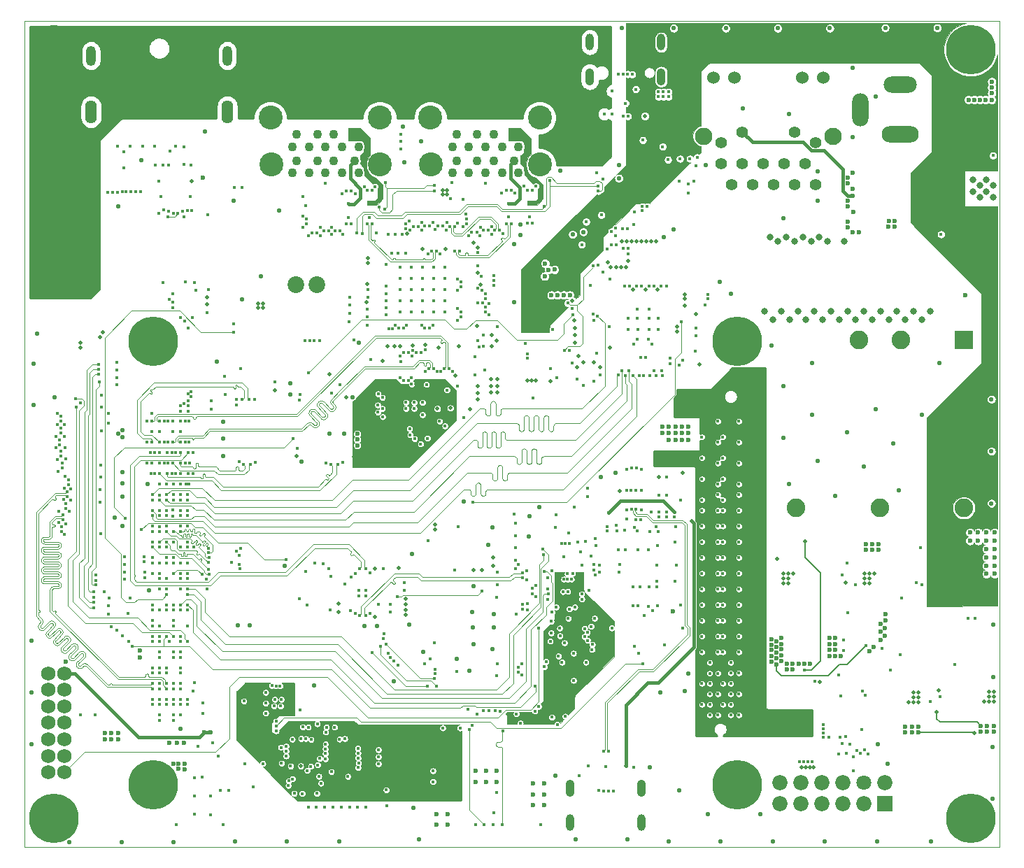
<source format=gbr>
%TF.GenerationSoftware,KiCad,Pcbnew,5.1.9+dfsg1-1*%
%TF.CreationDate,2022-05-16T11:51:26+02:00*%
%TF.ProjectId,kria-k26-devboard,6b726961-2d6b-4323-962d-646576626f61,rev?*%
%TF.SameCoordinates,Original*%
%TF.FileFunction,Copper,L5,Inr*%
%TF.FilePolarity,Positive*%
%FSLAX46Y46*%
G04 Gerber Fmt 4.6, Leading zero omitted, Abs format (unit mm)*
G04 Created by KiCad (PCBNEW 5.1.9+dfsg1-1) date 2022-05-16 11:51:26 commit 389cbd4*
%MOMM*%
%LPD*%
G01*
G04 APERTURE LIST*
%TA.AperFunction,Profile*%
%ADD10C,0.100000*%
%TD*%
%TA.AperFunction,ComponentPad*%
%ADD11O,1.000000X2.000000*%
%TD*%
%TA.AperFunction,ComponentPad*%
%ADD12O,1.050000X2.100000*%
%TD*%
%TA.AperFunction,ComponentPad*%
%ADD13C,1.100000*%
%TD*%
%TA.AperFunction,ComponentPad*%
%ADD14C,2.900000*%
%TD*%
%TA.AperFunction,ComponentPad*%
%ADD15C,6.000000*%
%TD*%
%TA.AperFunction,ComponentPad*%
%ADD16C,2.250000*%
%TD*%
%TA.AperFunction,ComponentPad*%
%ADD17R,2.250000X2.250000*%
%TD*%
%TA.AperFunction,ComponentPad*%
%ADD18O,4.500000X2.000000*%
%TD*%
%TA.AperFunction,ComponentPad*%
%ADD19O,1.990000X4.000000*%
%TD*%
%TA.AperFunction,ComponentPad*%
%ADD20O,4.000000X2.000000*%
%TD*%
%TA.AperFunction,ComponentPad*%
%ADD21R,1.840000X1.840000*%
%TD*%
%TA.AperFunction,ComponentPad*%
%ADD22C,1.840000*%
%TD*%
%TA.AperFunction,ComponentPad*%
%ADD23C,1.800000*%
%TD*%
%TA.AperFunction,ComponentPad*%
%ADD24O,1.200000X2.400000*%
%TD*%
%TA.AperFunction,ComponentPad*%
%ADD25O,1.400000X2.800000*%
%TD*%
%TA.AperFunction,ComponentPad*%
%ADD26C,1.750000*%
%TD*%
%TA.AperFunction,ComponentPad*%
%ADD27C,2.020000*%
%TD*%
%TA.AperFunction,ComponentPad*%
%ADD28C,1.397000*%
%TD*%
%TA.AperFunction,ComponentPad*%
%ADD29C,2.100000*%
%TD*%
%TA.AperFunction,ComponentPad*%
%ADD30C,2.108200*%
%TD*%
%TA.AperFunction,ComponentPad*%
%ADD31C,1.524000*%
%TD*%
%TA.AperFunction,ViaPad*%
%ADD32C,0.600000*%
%TD*%
%TA.AperFunction,ViaPad*%
%ADD33C,0.450000*%
%TD*%
%TA.AperFunction,ViaPad*%
%ADD34C,0.550000*%
%TD*%
%TA.AperFunction,ViaPad*%
%ADD35C,0.500000*%
%TD*%
%TA.AperFunction,ViaPad*%
%ADD36C,0.800000*%
%TD*%
%TA.AperFunction,Conductor*%
%ADD37C,0.109000*%
%TD*%
%TA.AperFunction,Conductor*%
%ADD38C,0.182000*%
%TD*%
%TA.AperFunction,Conductor*%
%ADD39C,0.400000*%
%TD*%
%TA.AperFunction,Conductor*%
%ADD40C,0.107000*%
%TD*%
%TA.AperFunction,Conductor*%
%ADD41C,0.100000*%
%TD*%
%TA.AperFunction,Conductor*%
%ADD42C,0.254000*%
%TD*%
G04 APERTURE END LIST*
D10*
X74000000Y-152000000D02*
X74000000Y-52000000D01*
X74000000Y-52000000D02*
X192000000Y-52000000D01*
X192000000Y-52000000D02*
X192000000Y-152000000D01*
X192000000Y-152000000D02*
X74000000Y-152000000D01*
D11*
%TO.N,SH_UP*%
%TO.C,J10*%
X151019000Y-54594000D03*
X142379000Y-54594000D03*
D12*
X151019000Y-58774000D03*
X142379000Y-58774000D03*
%TD*%
D13*
%TO.N,/USB/USB1_VBUS*%
%TO.C,U24*%
X133250000Y-65730000D03*
%TO.N,/USB/USB1_TVS_N*%
X130750000Y-65730000D03*
%TO.N,/USB/USB1_TVS_P*%
X128750000Y-65730000D03*
%TO.N,GND*%
X126250000Y-65730000D03*
X126250000Y-68930000D03*
%TO.N,/USB/USB2_TVS_N*%
X130750000Y-68930000D03*
%TO.N,/USB/USB2_TVS_P*%
X128750000Y-68930000D03*
%TO.N,/USB/USB2_VBUS*%
X133250000Y-68930000D03*
%TO.N,/USB/USB1_TX_C_TVS_P*%
X133750000Y-67230000D03*
%TO.N,/USB/USB1_TX_C_TVS_N*%
X131750000Y-67230000D03*
%TO.N,GND*%
X129750000Y-67230000D03*
%TO.N,/USB/USB1_RX_TVS_P*%
X127750000Y-67230000D03*
%TO.N,/USB/USB1_RX_TVS_N*%
X125750000Y-67230000D03*
%TO.N,/USB/USB2_RX_TVS_N*%
X125750000Y-70430000D03*
%TO.N,GND*%
X129750000Y-70430000D03*
%TO.N,/USB/USB2_RX_TVS_P*%
X127750000Y-70430000D03*
%TO.N,/USB/USB2_TX_C_TVS_N*%
X131750000Y-70430000D03*
%TO.N,/USB/USB2_TX_C_TVS_P*%
X133750000Y-70430000D03*
D14*
%TO.N,SH_UP*%
X136320000Y-63730000D03*
X136320000Y-69410000D03*
X123180000Y-69410000D03*
X123080000Y-63730000D03*
%TD*%
D13*
%TO.N,/USB/USB3_VBUS*%
%TO.C,U29*%
X113900000Y-65730000D03*
%TO.N,/USB/USB3_TVS_N*%
X111400000Y-65730000D03*
%TO.N,/USB/USB3_TVS_P*%
X109400000Y-65730000D03*
%TO.N,GND*%
X106900000Y-65730000D03*
X106900000Y-68930000D03*
%TO.N,/USB/USB4_TVS_N*%
X111400000Y-68930000D03*
%TO.N,/USB/USB4_TVS_P*%
X109400000Y-68930000D03*
%TO.N,/USB/USB4_VBUS*%
X113900000Y-68930000D03*
%TO.N,/USB/USB3_TX_C_TVS_P*%
X114400000Y-67230000D03*
%TO.N,/USB/USB3_TX_C_TVS_N*%
X112400000Y-67230000D03*
%TO.N,GND*%
X110400000Y-67230000D03*
%TO.N,/USB/USB3_RX_TVS_P*%
X108400000Y-67230000D03*
%TO.N,/USB/USB3_RX_TVS_N*%
X106400000Y-67230000D03*
%TO.N,/USB/USB4_RX_TVS_N*%
X106400000Y-70430000D03*
%TO.N,GND*%
X110400000Y-70430000D03*
%TO.N,/USB/USB4_RX_TVS_P*%
X108400000Y-70430000D03*
%TO.N,/USB/USB4_TX_C_TVS_N*%
X112400000Y-70430000D03*
%TO.N,/USB/USB4_TX_C_TVS_P*%
X114400000Y-70430000D03*
D14*
%TO.N,SH_UP*%
X116970000Y-63730000D03*
X116970000Y-69410000D03*
X103830000Y-69410000D03*
X103730000Y-63730000D03*
%TD*%
D15*
%TO.N,GND*%
%TO.C,SP2*%
X160206999Y-144443500D03*
%TD*%
D16*
%TO.N,GND*%
%TO.C,PS1*%
X187660000Y-110960000D03*
%TO.N,N/C*%
X177500000Y-110960000D03*
%TO.N,/Power Supply/PoE/POE_12V*%
X167340000Y-110960000D03*
%TO.N,/Power Supply/PoE/VDD_POE_IN*%
X174960000Y-90640000D03*
%TO.N,GNDD*%
X180040000Y-90640000D03*
D17*
%TO.N,/Power Supply/PoE/POE_ACTIVE*%
X187660000Y-90640000D03*
%TD*%
D18*
%TO.N,/Power Supply/DC Input/DC_IN*%
%TO.C,J11*%
X180000000Y-65700000D03*
D19*
%TO.N,N/C*%
X175120400Y-62750000D03*
D20*
%TO.N,GND*%
X180000000Y-59700000D03*
%TD*%
D21*
%TO.N,/PMOD/HDA11_TVS*%
%TO.C,J4*%
X178100000Y-146800000D03*
D22*
%TO.N,/PMOD/HDA15_TVS*%
X178100000Y-144260000D03*
%TO.N,/PMOD/HDA12_TVS*%
X175560000Y-146800000D03*
D23*
%TO.N,/PMOD/HDA16_CC_TVS*%
X175560000Y-144260000D03*
D22*
%TO.N,/PMOD/HDA13_TVS*%
X173020000Y-146800000D03*
%TO.N,/PMOD/HDA17_TVS*%
X173020000Y-144260000D03*
%TO.N,/PMOD/HDA14_TVS*%
X170480000Y-146800000D03*
%TO.N,/PMOD/HDA18_TVS*%
X170480000Y-144260000D03*
%TO.N,GND*%
X167940000Y-146800000D03*
X167940000Y-144260000D03*
%TO.N,PL_3V3*%
X165400000Y-146800000D03*
X165400000Y-144260000D03*
%TD*%
D15*
%TO.N,GND*%
%TO.C,SP1*%
X89556999Y-144443500D03*
%TD*%
%TO.N,GND*%
%TO.C,SP3*%
X160206999Y-90793500D03*
%TD*%
%TO.N,GND*%
%TO.C,SP4*%
X89556999Y-90793500D03*
%TD*%
D24*
%TO.N,SH_UP*%
%TO.C,J1*%
X82013000Y-56238000D03*
D25*
X82013000Y-63018000D03*
D24*
X98513000Y-56238000D03*
D25*
X98513000Y-63018000D03*
%TD*%
D15*
%TO.N,GND*%
%TO.C,MP1*%
X77500000Y-148500000D03*
%TD*%
%TO.N,GND*%
%TO.C,MP2*%
X188500000Y-148500000D03*
%TD*%
%TO.N,GND*%
%TO.C,MP3*%
X188500000Y-55500000D03*
%TD*%
%TO.N,GND*%
%TO.C,MP4*%
X77500000Y-55500000D03*
%TD*%
D26*
%TO.N,/Debug and JTAG/CONN_GND*%
%TO.C,J9*%
X78800000Y-142975000D03*
%TO.N,/Debug and JTAG/~PS_SRST_C2M*%
X76800000Y-142975000D03*
%TO.N,N/C*%
X78800000Y-140975000D03*
%TO.N,GND*%
X76800000Y-140975000D03*
%TO.N,/Debug and JTAG/JTAG_TDI_TVS_C2M*%
X78800000Y-138975000D03*
%TO.N,GND*%
X76800000Y-138975000D03*
%TO.N,/Debug and JTAG/JTAG_TDO_TVS_M2C*%
X78800000Y-136975000D03*
%TO.N,GND*%
X76800000Y-136975000D03*
%TO.N,/Debug and JTAG/JTAG_TCK_TVS_C2M*%
X78800000Y-134975000D03*
%TO.N,GND*%
X76800000Y-134975000D03*
%TO.N,/Debug and JTAG/JTAG_TMS_TVS_C2M*%
X78800000Y-132975000D03*
%TO.N,GND*%
X76800000Y-132975000D03*
%TO.N,PS_1V8*%
X78800000Y-130975000D03*
%TO.N,GND*%
X76800000Y-130975000D03*
%TD*%
D11*
%TO.N,SH_DOWN*%
%TO.C,J8*%
X140030000Y-149080000D03*
X148670000Y-149080000D03*
D12*
X140030000Y-144900000D03*
X148670000Y-144900000D03*
%TD*%
D27*
%TO.N,Net-(FB1-Pad2)*%
%TO.C,J6*%
X106810000Y-83900000D03*
%TO.N,Net-(FB2-Pad2)*%
X109350000Y-83900000D03*
%TD*%
D28*
%TO.N,/Ethernet/TD_A_P*%
%TO.C,J5*%
X169700000Y-71800000D03*
%TO.N,/Ethernet/TD_A_N*%
X168430000Y-69260000D03*
%TO.N,/Ethernet/TD_B_P*%
X167160000Y-71800000D03*
%TO.N,N/C*%
X165890000Y-69260000D03*
X164620000Y-71800000D03*
%TO.N,/Ethernet/TD_B_N*%
X163350000Y-69260000D03*
%TO.N,/Ethernet/TD_C_P*%
X162080000Y-71800000D03*
%TO.N,/Ethernet/TD_C_N*%
X160810000Y-69260000D03*
%TO.N,/Ethernet/TD_D_P*%
X159540000Y-71800000D03*
%TO.N,/Ethernet/TD_D_N*%
X158270000Y-69260000D03*
D29*
%TO.N,SH_UP*%
X171835000Y-65949999D03*
D30*
X156135000Y-65949999D03*
D31*
%TO.N,Net-(J5-Pad15)*%
X170625002Y-58840001D03*
%TO.N,Net-(J5-Pad18)*%
X157344998Y-58840001D03*
D28*
%TO.N,/Ethernet/POE_VC4*%
X158270000Y-66730000D03*
%TO.N,/Ethernet/POE_VC3*%
X160810000Y-65460000D03*
%TO.N,/Ethernet/POE_VC1*%
X169700000Y-66720000D03*
%TO.N,/Ethernet/POE_VC2*%
X167160000Y-65460000D03*
D31*
%TO.N,Net-(J5-Pad16)*%
X168085002Y-58840001D03*
%TO.N,Net-(J5-Pad17)*%
X159884998Y-58840001D03*
%TD*%
D32*
%TO.N,*%
X178185000Y-123855000D03*
%TO.N,GND*%
X166250000Y-129825000D03*
X166250000Y-130475000D03*
X166950000Y-129825000D03*
X166950000Y-130475000D03*
X167650000Y-129825000D03*
X168350000Y-129825000D03*
X169050000Y-129825000D03*
X172075000Y-128925000D03*
X172775000Y-128925000D03*
X171375000Y-128925000D03*
X171375000Y-128175000D03*
X172075000Y-128175000D03*
X171375000Y-126725000D03*
X172075000Y-126725000D03*
X171375000Y-127475000D03*
X172075000Y-127475000D03*
X176730000Y-127785000D03*
X176240000Y-128335000D03*
X177600000Y-125975000D03*
X177600000Y-124975000D03*
X178100000Y-125475000D03*
X178185000Y-124575000D03*
X178100000Y-126475000D03*
X177600000Y-126975000D03*
D33*
X180000000Y-128700000D03*
X146925000Y-77200000D03*
X146325000Y-77200000D03*
X145525000Y-78000000D03*
X145025000Y-77500000D03*
D34*
X151325000Y-78200000D03*
D33*
X143775000Y-75500000D03*
X134150000Y-129849723D03*
X134150000Y-131174723D03*
X134800000Y-92800000D03*
X126407018Y-83241393D03*
X126407018Y-84631393D03*
X91880000Y-101745000D03*
X92840000Y-101750000D03*
X89340000Y-101745000D03*
X90300000Y-101750000D03*
X93818000Y-103017000D03*
X93440000Y-103016500D03*
X93948000Y-105537000D03*
X94400000Y-104286500D03*
X90900000Y-103016500D03*
X88738000Y-103017000D03*
X91278000Y-103017000D03*
X93440000Y-100476500D03*
X93818000Y-100477000D03*
X90900000Y-100476500D03*
X88738000Y-100477000D03*
X91860000Y-106826500D03*
X89698000Y-106827000D03*
X92238000Y-106827000D03*
X90900000Y-105556500D03*
X88738000Y-105557000D03*
X91278000Y-105557000D03*
X89320000Y-106826500D03*
X94400000Y-106826500D03*
X92840000Y-136029000D03*
X78824999Y-114197486D03*
X79374999Y-111397486D03*
X78875001Y-107177514D03*
X79524999Y-109990000D03*
X77950001Y-99477514D03*
X77950000Y-100867514D03*
X78750000Y-100900000D03*
X78749999Y-102290000D03*
X77800000Y-103700000D03*
X77800000Y-102310000D03*
X78850000Y-103700000D03*
X134775000Y-119700000D03*
X134775000Y-118600000D03*
X134800000Y-123350000D03*
X134800000Y-122525000D03*
X135850000Y-120350000D03*
X135850000Y-121675000D03*
X124356533Y-94479921D03*
X125746534Y-94479921D03*
X123400000Y-144100000D03*
X123400000Y-142800000D03*
D32*
X136850000Y-146950000D03*
X136850000Y-145650000D03*
X136850000Y-144350000D03*
X135550000Y-145650000D03*
X135550000Y-146950001D03*
X135550000Y-144350000D03*
X123850000Y-149300000D03*
X123850000Y-148000000D03*
X125150000Y-148000000D03*
X128550000Y-142800000D03*
X129850000Y-142800000D03*
X131150000Y-142800000D03*
X128550000Y-144100000D03*
X129850000Y-144100000D03*
X131150000Y-144100000D03*
D33*
X114450000Y-120900000D03*
X133400000Y-112800000D03*
X133250000Y-111700000D03*
X133400000Y-114300000D03*
X130750000Y-82850000D03*
X130750000Y-83450000D03*
X130750000Y-84050000D03*
D35*
X166400000Y-120075000D03*
X165800000Y-119475000D03*
X166400000Y-118875000D03*
X167000000Y-118875000D03*
X165800000Y-120075000D03*
X166400000Y-119475000D03*
X165800000Y-118875000D03*
D33*
X188200000Y-124300000D03*
X189000000Y-124300000D03*
D32*
X188400000Y-113950000D03*
X189400000Y-113950000D03*
X190400000Y-113950000D03*
X191400000Y-113950000D03*
X191400000Y-114950000D03*
X191400000Y-115950000D03*
X191400000Y-116950000D03*
X191400000Y-117950000D03*
X191400000Y-118950000D03*
X190400000Y-116950000D03*
X190400000Y-118950000D03*
X188400000Y-114950000D03*
X190400000Y-114950000D03*
X190400000Y-117950000D03*
X190400000Y-115950000D03*
D35*
X175650000Y-118925000D03*
X176250000Y-118925000D03*
X176850000Y-118925000D03*
X175650000Y-119525000D03*
X176250000Y-119525000D03*
X175650000Y-120125000D03*
X176250000Y-120125000D03*
D33*
X107200000Y-97950000D03*
X107350000Y-97275000D03*
X120130557Y-98191723D03*
X142150000Y-108575000D03*
X117750000Y-81450000D03*
X118400000Y-80100000D03*
X119200000Y-80100000D03*
X120100000Y-80100000D03*
X119410000Y-81840000D03*
X149530000Y-86910000D03*
X148170000Y-86910000D03*
X148170000Y-88030000D03*
X149530000Y-88030000D03*
X150640000Y-88030000D03*
X147040000Y-88030000D03*
X147050000Y-89390000D03*
X148180000Y-89390000D03*
X149530000Y-89390000D03*
X150650000Y-89390000D03*
X149520000Y-90510000D03*
X148170000Y-90520000D03*
X156300000Y-86400000D03*
X156700000Y-85600000D03*
X156700000Y-85100000D03*
X118500000Y-89250000D03*
X118075000Y-89250000D03*
X117700000Y-87575000D03*
X117700000Y-85875000D03*
X117700000Y-86750000D03*
X117725000Y-85000000D03*
X117725000Y-84150000D03*
X146400000Y-79500000D03*
X145000000Y-79100000D03*
X147000000Y-80200000D03*
X145600000Y-79100000D03*
X147000000Y-79500000D03*
X144500000Y-79600000D03*
X140850000Y-95400000D03*
X141650000Y-96100000D03*
X143600000Y-94900000D03*
X142900000Y-95600000D03*
X155125000Y-92000000D03*
X155200000Y-90125000D03*
X155225000Y-89175000D03*
X144800000Y-83300000D03*
X142775000Y-87500000D03*
X140250000Y-86850000D03*
X99300000Y-88700000D03*
X109650000Y-90750000D03*
X129500000Y-89999999D03*
X129500000Y-91400000D03*
X128850000Y-90700001D03*
X128500000Y-94900000D03*
X128500000Y-92700000D03*
X126400000Y-96200000D03*
X125100000Y-96700000D03*
X129129267Y-76956197D03*
X130516000Y-76953000D03*
X130485000Y-77875000D03*
X129091466Y-77987606D03*
X127037607Y-76951601D03*
X122505309Y-94475000D03*
X123895310Y-94475000D03*
X127425000Y-75365000D03*
X131870733Y-77768803D03*
X107687607Y-75611600D03*
X107687607Y-77001601D03*
X108351465Y-78037606D03*
X109741466Y-78037606D03*
X111156000Y-76989000D03*
X109779267Y-77006197D03*
X111130732Y-77835000D03*
X120821058Y-95173939D03*
X119431058Y-95173939D03*
X126407018Y-86841393D03*
X126407018Y-88231393D03*
X119410000Y-92569722D03*
X120824535Y-92569722D03*
X123412408Y-88822937D03*
X122022408Y-88822937D03*
X120212410Y-88822937D03*
X118822410Y-88822937D03*
X130153803Y-86229267D03*
X130153803Y-87619268D03*
X129353803Y-84646782D03*
X126403350Y-76500000D03*
X125085000Y-76425000D03*
X122025001Y-76420000D03*
X123415001Y-76420000D03*
X123624396Y-77220000D03*
X125015000Y-77315000D03*
X122030864Y-77300000D03*
X120630864Y-77300000D03*
X124215474Y-80249663D03*
X122825474Y-80249663D03*
X115723449Y-75794571D03*
X113189000Y-75791000D03*
X135102449Y-75748572D03*
X86230000Y-72700000D03*
X87980000Y-72696000D03*
X84030000Y-72725000D03*
X85780000Y-72721000D03*
X167800000Y-141700000D03*
X168300000Y-141700000D03*
X168800000Y-141700000D03*
X89800000Y-69500000D03*
X90700000Y-69500000D03*
X88250000Y-67200000D03*
X89750000Y-67200000D03*
X92250000Y-67200000D03*
X146852000Y-106325000D03*
X148602000Y-106321000D03*
X148600000Y-108846000D03*
X146850000Y-108850000D03*
X148250001Y-116030000D03*
X90300000Y-136029000D03*
X90300000Y-136664000D03*
X100515000Y-134350000D03*
X157880000Y-100470000D03*
X160420000Y-100470000D03*
X158480000Y-102375000D03*
X160420000Y-103010000D03*
X155940000Y-102375000D03*
X157880000Y-103010000D03*
X155940000Y-104915000D03*
X157880000Y-105550000D03*
X158480000Y-104915000D03*
X160420000Y-105550000D03*
X155940000Y-107455000D03*
X157880000Y-108090000D03*
X158480000Y-107455000D03*
X160420000Y-108090000D03*
X160420000Y-109360000D03*
X155940000Y-109995000D03*
X158480001Y-111264500D03*
X160420000Y-111265000D03*
X155940001Y-111264500D03*
X157880000Y-111265000D03*
X158480001Y-113169500D03*
X160420000Y-113170000D03*
X155940001Y-113169500D03*
X157880000Y-113170000D03*
X155940001Y-115074500D03*
X157880000Y-115075000D03*
X158480001Y-115074500D03*
X160420000Y-115075000D03*
X155940001Y-116979500D03*
X157880000Y-116980000D03*
X158480001Y-116979500D03*
X160420000Y-116980000D03*
X155940001Y-118884500D03*
X157880000Y-118885000D03*
X158480001Y-118884500D03*
X160420000Y-118885000D03*
X155940001Y-120789500D03*
X157880000Y-120790000D03*
X158480001Y-120789500D03*
X160420000Y-120790000D03*
X155940001Y-122694500D03*
X157880000Y-122695000D03*
X158480001Y-122694500D03*
X160420000Y-122695000D03*
X158480001Y-124599500D03*
X160420000Y-124600000D03*
X155940001Y-124599500D03*
X157880000Y-124600000D03*
X155940001Y-126504500D03*
X157880000Y-126505000D03*
X158480001Y-126504500D03*
X160420000Y-126505000D03*
X158480001Y-128409500D03*
X160420000Y-128410000D03*
X155940001Y-128409500D03*
X157880000Y-128410000D03*
X156920000Y-129680000D03*
X159460001Y-129679500D03*
X160420001Y-130949500D03*
X159440001Y-130949500D03*
X157893001Y-130976500D03*
X156913001Y-130976500D03*
X156920001Y-132219500D03*
X155940001Y-132219500D03*
X159460001Y-132219500D03*
X158480001Y-132219500D03*
X160420001Y-133489500D03*
X159440001Y-133489500D03*
X159460001Y-134759500D03*
X158480001Y-134759500D03*
X157880001Y-133489500D03*
X156900001Y-133489500D03*
X156920001Y-134759500D03*
X155940001Y-134759500D03*
X157880001Y-136029500D03*
X156900001Y-136029500D03*
X89441500Y-109994000D03*
X91981500Y-109994000D03*
X90300000Y-111910000D03*
X90300000Y-111270000D03*
X91171500Y-113183999D03*
X93711500Y-113183999D03*
X91171500Y-115724000D03*
X89441500Y-115074000D03*
X91981500Y-115074000D03*
X89441500Y-117614000D03*
X91981500Y-117614000D03*
X90300000Y-119530000D03*
X90300000Y-118890000D03*
X92840000Y-119530000D03*
X91171500Y-120803999D03*
X92840000Y-120795000D03*
X89441500Y-122694000D03*
X91981500Y-122694000D03*
X89441500Y-125234000D03*
X93711500Y-125249000D03*
X91981500Y-125234000D03*
X92840000Y-127150000D03*
X90300000Y-127150000D03*
X90300000Y-126510000D03*
X90300000Y-129055000D03*
X90300000Y-128415000D03*
X92840000Y-129055000D03*
X92840000Y-128415000D03*
X92840000Y-130960000D03*
X92840000Y-130320000D03*
X90300000Y-130960000D03*
X90300000Y-130320000D03*
X92840000Y-132865000D03*
X92840000Y-132225000D03*
X90300000Y-132865000D03*
X92840000Y-134770000D03*
X92840000Y-134130000D03*
X90300000Y-134770000D03*
X90300000Y-134130000D03*
X90299710Y-132227333D03*
X92854510Y-111910000D03*
X92863470Y-111293470D03*
X174300000Y-142750000D03*
X82500000Y-136000000D03*
X80700000Y-136000000D03*
X144350000Y-142300000D03*
X104250000Y-134150000D03*
X105050000Y-134150000D03*
X104150000Y-134950000D03*
X104950000Y-134950000D03*
X116800000Y-141950000D03*
X108000000Y-138900000D03*
X106175000Y-142225000D03*
X109450000Y-142075000D03*
X109350000Y-145525000D03*
X106600000Y-145525000D03*
X106400000Y-143775000D03*
X105000000Y-139950000D03*
X97375000Y-141025000D03*
X98650000Y-145150000D03*
X96450000Y-145850000D03*
X94550000Y-143650000D03*
X160420000Y-136030000D03*
X159440000Y-136030000D03*
X92375000Y-149300000D03*
X98025000Y-149300000D03*
X108300000Y-137500000D03*
X111500000Y-137500000D03*
X115300000Y-147200000D03*
X92800000Y-99225000D03*
X89400000Y-99525000D03*
X91175000Y-108075000D03*
X103900000Y-132490000D03*
X104900675Y-132501006D03*
X158480000Y-109995000D03*
X157880000Y-109360000D03*
X107444510Y-138890675D03*
X86100000Y-119600000D03*
X86100000Y-118700000D03*
X147580000Y-120550000D03*
X148480000Y-120550000D03*
X149600000Y-120550002D03*
X150500000Y-120550000D03*
X150500000Y-119870000D03*
X150500000Y-117860000D03*
X149480000Y-116030000D03*
X150610000Y-115530000D03*
X146730000Y-116020000D03*
X145830000Y-116030000D03*
X145970000Y-117840000D03*
X145950000Y-118760000D03*
X151421142Y-127550000D03*
X149000000Y-123950000D03*
X147797220Y-127755115D03*
X126325000Y-130775000D03*
X123075000Y-129225000D03*
X139250000Y-119600000D03*
X139700000Y-119600000D03*
X140150000Y-119600000D03*
X139425000Y-115275000D03*
X139875000Y-115275000D03*
X138975000Y-115275000D03*
X138299122Y-111833794D03*
X139872435Y-113972792D03*
X148282843Y-128533095D03*
X146850000Y-111175000D03*
X148600000Y-111171000D03*
X126450000Y-113200000D03*
X117750000Y-145100000D03*
X130750000Y-147850000D03*
X131150000Y-145450000D03*
X86750000Y-67200000D03*
X85250000Y-67150000D03*
X86000000Y-67825000D03*
X91550000Y-67750000D03*
X90700000Y-83700000D03*
X96200000Y-84500000D03*
X94700000Y-84600000D03*
X94300000Y-87900000D03*
X91900000Y-86100000D03*
X128150000Y-137250000D03*
X137800000Y-136300000D03*
X133500000Y-135900000D03*
X139400000Y-136200000D03*
X169300000Y-141700000D03*
X132559000Y-75747000D03*
X118200000Y-122600000D03*
X119900000Y-119975000D03*
X112775000Y-120175000D03*
X111025000Y-119250000D03*
X108175000Y-122750000D03*
X109125000Y-117650000D03*
X107250000Y-121925000D03*
X111000000Y-123325000D03*
X114027000Y-118889999D03*
X114027000Y-123710000D03*
X115777000Y-123706000D03*
X117400000Y-118300000D03*
X118200000Y-123550000D03*
X116800000Y-122600000D03*
X112520733Y-77818803D03*
X122475000Y-91795000D03*
X128980000Y-91470000D03*
X113285000Y-88435000D03*
X113290000Y-87450000D03*
X113350000Y-85430000D03*
X127701465Y-77987606D03*
X113850000Y-62675000D03*
X112950000Y-62675000D03*
X112050000Y-62675000D03*
X119500000Y-65700000D03*
X119500000Y-67500000D03*
X119500000Y-66600000D03*
X133250000Y-62600000D03*
X131450000Y-62600000D03*
X132350000Y-62600000D03*
X138900000Y-65600000D03*
X138900000Y-66500000D03*
X138900000Y-67400000D03*
X109050000Y-90750000D03*
X107900000Y-90750000D03*
X108500000Y-90750000D03*
X142700000Y-127500000D03*
X142545277Y-125304333D03*
X82350000Y-121750000D03*
X134600000Y-91050000D03*
X134800000Y-92300000D03*
X137600000Y-94100000D03*
X137900000Y-89400000D03*
X141400000Y-79100000D03*
X129275000Y-82950000D03*
X153200000Y-71400000D03*
X155000000Y-71400000D03*
D32*
X191025001Y-61550000D03*
X188925000Y-61550000D03*
X189625000Y-61550000D03*
X188225000Y-61550000D03*
X190325000Y-61550000D03*
X191050000Y-60774999D03*
X191050000Y-60075000D03*
X191050000Y-59374999D03*
D33*
X191200000Y-68300000D03*
X104300000Y-95700000D03*
X100125000Y-94100000D03*
X112125000Y-96025000D03*
X152100000Y-93500000D03*
X149900000Y-91100000D03*
X147700000Y-91100000D03*
X102810978Y-141900000D03*
X111103011Y-142900000D03*
X120760000Y-81840000D03*
X122110000Y-81840000D03*
X123460000Y-81840000D03*
X124810000Y-81840000D03*
X119410000Y-83190000D03*
X120760000Y-83190000D03*
X122110000Y-83190000D03*
X123460000Y-83190000D03*
X124810000Y-83190000D03*
X119410000Y-84540000D03*
X120760000Y-84540000D03*
X122110000Y-84540000D03*
X123460000Y-84540000D03*
X124810000Y-84540000D03*
X119410000Y-85890000D03*
X120760000Y-85890000D03*
X122110000Y-85890000D03*
X123460000Y-85890000D03*
X124810000Y-85890000D03*
X119410000Y-87240000D03*
X120760000Y-87240000D03*
X122110000Y-87240000D03*
X123460000Y-87240000D03*
X124810000Y-87240000D03*
X96100000Y-87300000D03*
X90250000Y-71400000D03*
X90500000Y-73250000D03*
X94150000Y-69450000D03*
X93250000Y-69400000D03*
X96150000Y-75500000D03*
X146700000Y-62000000D03*
X144600000Y-62000000D03*
X151200000Y-67225000D03*
X148800000Y-66425000D03*
X150700000Y-60600000D03*
X151300000Y-60600000D03*
X151900000Y-60600000D03*
X150700000Y-61200000D03*
X151300000Y-61200000D03*
X151900000Y-61200000D03*
X142100000Y-109575000D03*
X151700000Y-107200000D03*
X151700000Y-109400000D03*
X150750000Y-109450000D03*
X141425000Y-122000000D03*
X121130557Y-98191723D03*
X122130557Y-98191723D03*
X120130557Y-98941723D03*
X121130557Y-98941723D03*
X122130557Y-99691723D03*
X122615557Y-96026723D03*
X113450000Y-123375000D03*
X107010017Y-103714983D03*
X111100000Y-97050000D03*
X96600000Y-99000000D03*
X96575000Y-98000000D03*
X98250000Y-97250000D03*
X98175000Y-95025000D03*
D32*
X189400000Y-114950000D03*
D33*
X141950000Y-76325000D03*
D35*
X112000000Y-123550000D03*
D33*
X113525000Y-119325000D03*
X133978761Y-137021239D03*
D35*
X182174999Y-134525000D03*
X181574999Y-134525000D03*
X180975000Y-134525000D03*
X182175000Y-133924999D03*
X181574999Y-133925000D03*
X182175000Y-133324999D03*
X181575000Y-133324999D03*
X191302512Y-133827512D03*
X190702512Y-133827512D03*
X191302512Y-134427512D03*
X191302513Y-133227512D03*
X190702512Y-133227513D03*
X190702512Y-134427512D03*
X190102513Y-134427513D03*
D33*
X183600000Y-134425000D03*
X174525000Y-120300000D03*
X186550000Y-129900000D03*
X175275000Y-137800000D03*
X180100000Y-121875000D03*
X173550000Y-117650000D03*
X182425000Y-115775000D03*
X172550000Y-131200000D03*
X172800000Y-133750000D03*
X170650000Y-137200000D03*
X170650000Y-137700000D03*
X170650000Y-138200000D03*
X170650000Y-138700000D03*
X171300000Y-138700000D03*
X115300000Y-120900000D03*
X114450000Y-121600000D03*
X115300000Y-121600000D03*
X123600000Y-127300000D03*
X131150000Y-131250000D03*
X131200000Y-129800000D03*
X128550000Y-149300000D03*
D32*
X125150000Y-149300000D03*
D33*
X136450000Y-149300000D03*
X105950000Y-144000000D03*
X143200000Y-67750000D03*
X99600000Y-98500000D03*
X147700000Y-142400000D03*
X142850000Y-61150000D03*
X143450000Y-61150000D03*
X142250000Y-61750000D03*
X142850000Y-61750000D03*
X143450000Y-61750000D03*
X140850000Y-63150000D03*
X120500000Y-76250000D03*
X120110000Y-76560000D03*
X120100000Y-77150000D03*
X110400000Y-71650000D03*
X100300000Y-72150000D03*
X99400000Y-72150000D03*
X86000000Y-69799976D03*
X131175000Y-120275000D03*
X131200000Y-118775000D03*
X131125000Y-121775000D03*
X133500000Y-123825000D03*
X133370000Y-115780000D03*
X133370000Y-117270000D03*
X139325000Y-127300000D03*
X137600000Y-127100000D03*
X137700000Y-124700000D03*
X135740000Y-135550000D03*
X83300000Y-97300000D03*
X83254500Y-101650000D03*
X78150000Y-111400000D03*
X78920000Y-112870000D03*
X79590000Y-108640000D03*
X78780000Y-108550000D03*
X129390000Y-86130000D03*
X120930000Y-91860000D03*
X116800000Y-140250000D03*
X78920000Y-105030000D03*
X77950000Y-105110000D03*
X78030000Y-106570000D03*
X78660000Y-109920000D03*
X78130000Y-112730000D03*
X83080000Y-110260000D03*
X83090000Y-108760000D03*
X83150000Y-107250000D03*
X83160000Y-105750000D03*
X91490000Y-85700002D03*
X86750000Y-121850000D03*
X122850000Y-114900000D03*
X115777000Y-118850000D03*
X93060000Y-75030000D03*
X91440000Y-75020000D03*
X91400000Y-69500000D03*
X82575000Y-119750000D03*
X82575000Y-119050000D03*
X104400000Y-132500000D03*
X104424973Y-137949991D03*
X109683871Y-141286703D03*
X112725000Y-138900000D03*
X93715319Y-115718125D03*
X142160000Y-142200000D03*
X108624998Y-142240000D03*
X109595000Y-143470000D03*
X142125000Y-127000000D03*
X142075000Y-126049994D03*
X149495000Y-122900000D03*
X93710490Y-123344000D03*
X91182531Y-123329129D03*
X174281900Y-141054343D03*
X150385000Y-113210000D03*
X139725000Y-121080000D03*
X139135000Y-121090000D03*
X137275000Y-120740000D03*
X137265000Y-122060000D03*
X140575000Y-122975000D03*
X143149996Y-115500000D03*
X148400000Y-94925000D03*
X148900000Y-94924998D03*
D32*
X138115000Y-82115000D03*
X137415000Y-82125000D03*
X136975000Y-81365000D03*
X136915000Y-82915000D03*
D35*
X125515000Y-98875000D03*
D33*
X131175000Y-89035000D03*
X128799994Y-80025000D03*
X113320000Y-86409986D03*
X91860000Y-104286500D03*
X89698000Y-104287000D03*
X92238000Y-104287000D03*
X93450000Y-105556500D03*
X91278000Y-100477000D03*
X89200000Y-104300000D03*
X129750000Y-71700000D03*
X101880000Y-105420000D03*
X99920000Y-105390000D03*
X110420000Y-105500000D03*
X112460000Y-105460000D03*
X101780000Y-97850000D03*
X99640000Y-97850000D03*
X108176270Y-142761993D03*
X94500004Y-132150000D03*
X83175000Y-114070000D03*
D34*
X99750000Y-125150000D03*
X101200000Y-125150000D03*
X115100000Y-125300000D03*
X116650000Y-125300000D03*
X120550000Y-125100000D03*
X118700000Y-131950000D03*
X122250000Y-128350000D03*
X126300000Y-129250000D03*
X127800000Y-130650000D03*
X130600000Y-128050000D03*
X128250000Y-125400000D03*
X130800000Y-125400000D03*
X128350000Y-127450000D03*
X128150000Y-123550000D03*
X130800000Y-123800000D03*
X128300000Y-120450000D03*
X130100000Y-115450000D03*
X130600000Y-113300000D03*
X135050000Y-111950000D03*
X120850000Y-116500000D03*
X127100000Y-110150000D03*
X143700000Y-107250000D03*
X119800000Y-64800000D03*
X122000000Y-66600000D03*
X119950000Y-69150000D03*
X138850000Y-70150000D03*
X138850000Y-64500000D03*
X156450000Y-69450000D03*
X170000000Y-70200000D03*
X98020000Y-100550000D03*
X98020000Y-102600000D03*
X110850000Y-102000000D03*
X112650000Y-102000000D03*
X114400000Y-91000000D03*
X136300000Y-110900000D03*
X154350000Y-131000000D03*
X150950000Y-133300000D03*
X153900000Y-133100000D03*
X178450000Y-141950000D03*
X159500000Y-85000000D03*
X133950000Y-77950000D03*
X133950000Y-76650000D03*
X133200000Y-86100000D03*
X133200000Y-79000000D03*
X140300000Y-77850000D03*
X141600000Y-77550000D03*
X145900000Y-69450000D03*
X98020000Y-104700000D03*
X107450000Y-105350000D03*
X106100000Y-95900000D03*
X106150000Y-97250000D03*
X113650000Y-97550000D03*
X97250000Y-93250000D03*
X85775000Y-101575000D03*
X85325000Y-102000000D03*
X85775000Y-102400000D03*
X85800000Y-106650000D03*
X85800000Y-107950000D03*
X85800000Y-109600000D03*
X85850000Y-113150000D03*
X84900000Y-112150000D03*
X88900000Y-108050000D03*
X89050000Y-120950000D03*
X92800000Y-137700000D03*
X75100000Y-93550000D03*
X75100000Y-98500000D03*
X74792715Y-59095238D03*
X74792715Y-65395238D03*
X74792715Y-71695238D03*
X74792715Y-77995238D03*
X74792715Y-84295238D03*
X74792715Y-126995238D03*
X74792715Y-133295238D03*
X74792715Y-139595238D03*
X75492715Y-89895238D03*
X77592715Y-97595238D03*
X78292715Y-61895238D03*
X81092715Y-84995238D03*
X81792715Y-70995238D03*
X83192715Y-66095238D03*
X85292715Y-74495238D03*
X88092715Y-68895238D03*
X95792715Y-65395238D03*
X99292715Y-73795238D03*
X100292715Y-85695238D03*
X102592715Y-82895238D03*
X106992715Y-63295238D03*
X120992715Y-147295238D03*
X125892715Y-63295238D03*
X134992715Y-114395238D03*
X138250000Y-143370000D03*
X145492715Y-106695238D03*
X149692715Y-142395238D03*
X153192715Y-145195238D03*
X156692715Y-147995238D03*
X158092715Y-83595238D03*
X160892715Y-62595238D03*
X162992715Y-147995238D03*
X164392715Y-91295238D03*
X165792715Y-75895238D03*
X165792715Y-96195238D03*
X165792715Y-102495238D03*
X166492715Y-63295238D03*
X166492715Y-108095238D03*
X169292715Y-93395238D03*
X169292715Y-99695238D03*
X169992715Y-73795238D03*
X169992715Y-105295238D03*
X172092715Y-109495238D03*
X173492715Y-101795238D03*
X174192715Y-57695238D03*
X174192715Y-66095238D03*
X175592715Y-105995238D03*
X176992715Y-61195238D03*
X176992715Y-98995238D03*
X177292715Y-139595238D03*
X179092715Y-103195238D03*
X179792715Y-108795238D03*
X182592715Y-99695238D03*
X184692715Y-93395238D03*
X85695238Y-151407285D03*
X91995238Y-151407285D03*
X79395238Y-151407285D03*
X177145238Y-151307285D03*
X158245238Y-151307285D03*
X164545238Y-151307285D03*
X151945238Y-151307285D03*
X170845238Y-151307285D03*
X146945238Y-151107285D03*
X121745238Y-151107285D03*
X140645238Y-151107285D03*
X105745238Y-151307285D03*
X112045238Y-151307285D03*
X99445238Y-151307285D03*
X108495238Y-52957285D03*
X89595238Y-52957285D03*
X95895237Y-52957285D03*
X83295238Y-52957285D03*
X102195238Y-52957285D03*
X120645238Y-52907285D03*
X139545238Y-52907285D03*
X126945237Y-52907285D03*
X133245238Y-52907285D03*
X114345238Y-52907285D03*
X171445238Y-52907285D03*
X165145238Y-52907285D03*
X158845237Y-52907285D03*
X152545238Y-52907285D03*
X146245238Y-52907285D03*
X184445238Y-52857285D03*
X178145238Y-52857285D03*
X191007285Y-104104763D03*
X191007285Y-110404762D03*
X191007285Y-97804762D03*
X183695238Y-151307285D03*
X191107285Y-139904762D03*
X191107285Y-146204762D03*
X191257285Y-125104762D03*
X191257285Y-131404762D03*
D33*
X153350000Y-110000000D03*
X178800000Y-130600000D03*
X143215002Y-92200000D03*
X139225000Y-116850000D03*
X140408148Y-128566854D03*
X142875002Y-118450000D03*
X138445000Y-137190000D03*
X139025000Y-129650000D03*
X141925000Y-129650000D03*
X93480000Y-108096000D03*
X93890000Y-108096000D03*
D32*
X93320000Y-142580000D03*
X93320000Y-141930000D03*
X92620000Y-141940000D03*
X92620000Y-142570000D03*
X91970000Y-141940000D03*
D33*
X119480000Y-93240000D03*
X86100000Y-117800000D03*
X86100000Y-116900000D03*
X84100000Y-99500000D03*
X84100000Y-100700000D03*
X153591813Y-125488836D03*
D34*
X104740000Y-74950000D03*
X109020000Y-132420000D03*
X105480000Y-117970000D03*
D33*
X83275000Y-98750000D03*
X155200000Y-69525000D03*
X155400000Y-68525000D03*
D34*
X152525000Y-77275000D03*
D33*
X143975000Y-71125000D03*
D34*
X145900000Y-71050000D03*
D33*
X149325000Y-74475000D03*
X148725000Y-74475000D03*
X148725000Y-74950000D03*
X147675000Y-76675000D03*
X135860000Y-72010000D03*
X134410000Y-72010000D03*
X133340000Y-72860000D03*
X131730000Y-72870000D03*
X107690000Y-73240000D03*
X108030000Y-74400000D03*
X125650000Y-71610000D03*
X127040000Y-73610000D03*
X113980000Y-72900000D03*
X112420000Y-72900000D03*
X116370000Y-72060000D03*
X115100000Y-72060000D03*
X141076370Y-143415753D03*
X125500030Y-73550000D03*
X143990000Y-82390000D03*
%TO.N,/Xilinx K26 SOM/MODE0_C2M*%
X93711500Y-119534000D03*
X88500000Y-119449986D03*
%TO.N,/Xilinx K26 SOM/MODE1_C2M*%
X93711500Y-118908426D03*
X88499994Y-118700000D03*
%TO.N,/Xilinx K26 SOM/MODE2_C2M*%
X92840000Y-118890000D03*
X88400000Y-117500000D03*
%TO.N,/Xilinx K26 SOM/MODE3_C2M*%
X88400000Y-116900000D03*
X93710490Y-117629000D03*
%TO.N,/Xilinx K26 SOM/HDA20*%
X99300000Y-89700000D03*
X91171500Y-121439000D03*
%TO.N,/Xilinx K26 SOM/HDA00_C*%
X89441500Y-127139000D03*
X84150000Y-122800000D03*
D32*
%TO.N,SOM_5V0*%
X165600000Y-128075000D03*
X165600000Y-128775000D03*
X165600000Y-129475000D03*
X165000000Y-128475000D03*
X165000000Y-129175000D03*
X164400000Y-128175000D03*
X164400000Y-128875000D03*
X164400000Y-129575000D03*
X165000000Y-127775000D03*
X165000000Y-127125000D03*
X164400000Y-126825000D03*
X165600000Y-126725000D03*
X164400000Y-127525000D03*
X165600000Y-127425000D03*
X165000000Y-129875000D03*
D33*
X173125000Y-128225000D03*
X175775000Y-127650000D03*
X93750000Y-97190000D03*
D32*
X151150000Y-101100000D03*
D35*
X113965557Y-104226723D03*
X114515557Y-104151723D03*
X113840557Y-104776723D03*
X114390557Y-104701723D03*
D33*
X92800000Y-98600000D03*
X93750000Y-98600000D03*
X93750000Y-99225000D03*
X93750000Y-98000000D03*
D32*
X151950000Y-101100000D03*
X152750000Y-101100000D03*
X153550000Y-101100000D03*
X154350000Y-101100000D03*
X151150000Y-101900000D03*
X151950000Y-101900000D03*
X152750000Y-101900000D03*
X153550000Y-101900000D03*
X154350000Y-101900000D03*
X151950000Y-102700000D03*
X152750000Y-102700000D03*
X153550000Y-102700000D03*
X154350000Y-102700000D03*
D33*
X135550000Y-97625000D03*
D35*
X83460000Y-89740002D03*
X83080000Y-90250000D03*
D33*
X94110000Y-97500000D03*
X94110000Y-96900000D03*
X93270000Y-98360000D03*
D35*
X121400000Y-96000000D03*
D32*
%TO.N,/Power Supply/PoE/VDD_POE_IN*%
X178600000Y-76200000D03*
X179300000Y-76950000D03*
X179300000Y-76200000D03*
X178550000Y-76950000D03*
D36*
X163575000Y-87150000D03*
X190400000Y-72650001D03*
X190399999Y-71200000D03*
X188800000Y-72650001D03*
X188799999Y-71200000D03*
X191200000Y-71950000D03*
X191200000Y-73400000D03*
X189600000Y-73400000D03*
X189600000Y-71950000D03*
X165575000Y-87150000D03*
X167575000Y-87150000D03*
X169575000Y-87150000D03*
X171575000Y-87150000D03*
X173575000Y-87150000D03*
X175575000Y-87150000D03*
X177575000Y-87150000D03*
X179575000Y-87150000D03*
X181575000Y-87150000D03*
X183575000Y-87150000D03*
X164575000Y-88150000D03*
X166575000Y-88150000D03*
X168575000Y-88150000D03*
X170575000Y-88150000D03*
X172575000Y-88150000D03*
X174575000Y-88150000D03*
X176575000Y-88150000D03*
X178575000Y-88150000D03*
X180575000Y-88150000D03*
X182575000Y-88150000D03*
%TO.N,GNDD*%
X164175000Y-78150000D03*
X166175000Y-78150000D03*
X168175000Y-78150000D03*
X170175000Y-78150000D03*
X165175000Y-78650000D03*
X167175000Y-78650000D03*
X169175000Y-78650000D03*
X171175000Y-78650000D03*
X173175000Y-78650000D03*
D32*
%TO.N,/Power Supply/PoE/POE_ACTIVE*%
X187800000Y-85200000D03*
D33*
%TO.N,/Power Supply/DC/DC conventers/DC_MAIN_BUS*%
X173600000Y-123675000D03*
X148725000Y-71900000D03*
D32*
X190800000Y-120300000D03*
X190800000Y-121699999D03*
X190800000Y-121000001D03*
X190150000Y-120650000D03*
X190150000Y-121349999D03*
X189499999Y-121699999D03*
X189500000Y-120300000D03*
X189500000Y-121000001D03*
X149450000Y-68400000D03*
X147650000Y-69050000D03*
X149850000Y-69050000D03*
X150150000Y-68400000D03*
X148050000Y-68400000D03*
X149100000Y-69050000D03*
X148750000Y-68400000D03*
X187225000Y-66900000D03*
X187925000Y-66900000D03*
D35*
X137100001Y-89250000D03*
X136600000Y-89250000D03*
X136100000Y-89250000D03*
D32*
X188625000Y-66900000D03*
D35*
X135599999Y-89250000D03*
D32*
X190675000Y-62749978D03*
X138415000Y-79035000D03*
X139165000Y-79035000D03*
X139915000Y-79035000D03*
X140665000Y-79035000D03*
X140665000Y-79785000D03*
X187215000Y-67620000D03*
X187915000Y-67620000D03*
X188615000Y-67620000D03*
X148375000Y-69025000D03*
D33*
%TO.N,PS_3V3*%
X122350000Y-129812145D03*
X115850000Y-93025000D03*
D32*
X153750000Y-98850000D03*
X153750000Y-99650000D03*
X154450000Y-98850000D03*
X154450000Y-99650000D03*
X151500000Y-104500000D03*
D35*
X165850000Y-136900000D03*
X120075000Y-121950000D03*
X120075000Y-122650000D03*
X120075000Y-123300000D03*
X120075000Y-123900000D03*
D32*
X114240557Y-102676723D03*
X114240557Y-103401723D03*
X153050000Y-98850000D03*
X120300000Y-142850000D03*
X114240557Y-102001723D03*
D35*
X126100000Y-94950000D03*
D33*
X123700000Y-130500000D03*
X123700000Y-131050000D03*
X100515000Y-133500000D03*
X100490000Y-135200000D03*
X106475000Y-133375000D03*
X116800000Y-142800000D03*
X108375000Y-145550000D03*
X105000000Y-140925000D03*
X112600000Y-137100000D03*
D35*
X123650000Y-113000000D03*
X123650000Y-113550000D03*
D33*
X124100000Y-145400000D03*
X123150000Y-145400000D03*
D32*
X125300000Y-145100000D03*
X125300000Y-144400000D03*
X124600000Y-144400000D03*
D35*
X128300000Y-118500000D03*
X118756942Y-91425000D03*
D33*
X110100000Y-117700000D03*
X110750000Y-118325000D03*
D35*
X112010000Y-122550000D03*
X116400000Y-124150000D03*
X116400000Y-118300000D03*
D33*
X112085000Y-144165000D03*
D35*
X120300000Y-77800000D03*
X112900000Y-97575000D03*
X110850000Y-94775000D03*
X117300000Y-93200000D03*
X104300000Y-96700000D03*
X96050000Y-85500000D03*
D33*
X94050000Y-73250000D03*
D35*
X94220490Y-71400000D03*
X106909998Y-104685000D03*
X119225000Y-118250000D03*
X166500000Y-136900000D03*
X167150000Y-136900000D03*
X167800000Y-136900000D03*
X165850000Y-137550000D03*
X166500000Y-137550000D03*
X167150000Y-137550000D03*
X167800000Y-137550000D03*
X165850000Y-138200000D03*
X166500000Y-138200000D03*
X167150000Y-138200000D03*
X167800000Y-138200000D03*
D32*
X152300000Y-104500000D03*
X153100000Y-104500000D03*
X153900000Y-104500000D03*
X154700000Y-104500000D03*
X151500000Y-105300000D03*
X152300000Y-105300000D03*
X153100000Y-105300000D03*
X153900000Y-105300000D03*
X154700000Y-105300000D03*
X153050000Y-99650000D03*
X121100000Y-142850000D03*
X121900000Y-142850000D03*
X120300000Y-143650000D03*
X121100000Y-143650000D03*
X121900000Y-143650000D03*
X95550000Y-71000000D03*
D35*
X130700000Y-117000000D03*
X130700000Y-118000000D03*
D33*
X116800000Y-139400000D03*
X105525000Y-132400000D03*
X110375000Y-138950000D03*
D35*
X170205000Y-132040000D03*
X126565000Y-91395000D03*
X122495000Y-91205000D03*
X129155226Y-83901443D03*
X128318180Y-78881816D03*
X115445000Y-83865004D03*
X115375000Y-86035000D03*
X115501266Y-80698696D03*
D33*
X106650018Y-137950000D03*
D35*
X108004371Y-142213277D03*
D33*
X100420313Y-136029992D03*
D35*
X168425000Y-115000002D03*
D33*
X168399992Y-130600000D03*
X113800000Y-90630000D03*
X94229434Y-74924797D03*
D32*
%TO.N,PS_2V5*%
X138485000Y-85205000D03*
X139960000Y-85190000D03*
X139235000Y-85205000D03*
X137735000Y-85205000D03*
D35*
X145600000Y-81825000D03*
X147000000Y-81100000D03*
X146200000Y-81800000D03*
X144950000Y-81825000D03*
X144575000Y-81199999D03*
X146800000Y-81800000D03*
X150590633Y-84524948D03*
D33*
X153300000Y-68700000D03*
X154500000Y-68700000D03*
D35*
X147600000Y-84530002D03*
X141050000Y-92600000D03*
D33*
X143354350Y-81598037D03*
D35*
%TO.N,PS_1V8*%
X137250000Y-134500000D03*
X137950000Y-134500000D03*
X138650000Y-134500000D03*
X139400000Y-134500000D03*
X140100000Y-134500000D03*
X140100000Y-135200000D03*
X135900000Y-136400000D03*
X153900000Y-85600000D03*
X153900000Y-86500000D03*
X153900000Y-85100000D03*
X155700000Y-93600000D03*
X152950000Y-89625000D03*
X155275000Y-87525000D03*
X140250000Y-85875000D03*
X140550000Y-88300000D03*
X140575000Y-89175000D03*
X140575000Y-90050000D03*
X140575000Y-90975000D03*
D33*
X116800000Y-141100000D03*
X107575000Y-145550000D03*
X109400000Y-137100000D03*
X144757002Y-89015076D03*
X126680000Y-137600000D03*
X138775000Y-118975000D03*
X139025000Y-123200000D03*
D35*
X132500000Y-135900000D03*
X139500000Y-135500000D03*
D33*
X145032626Y-126403913D03*
X152100000Y-92800000D03*
D35*
X127900000Y-99000000D03*
X96100000Y-86300000D03*
X123940557Y-98951723D03*
D33*
X120575000Y-101375014D03*
D32*
X176550000Y-115325000D03*
X176550000Y-116025000D03*
X177350000Y-115325000D03*
X177350000Y-116025000D03*
X175775000Y-116025000D03*
X175775000Y-115325000D03*
D33*
X182600000Y-120275000D03*
D32*
X95700000Y-138150000D03*
X96500000Y-138150000D03*
X78975000Y-129550000D03*
D33*
X110425000Y-138100006D03*
X138265000Y-119740000D03*
X148545911Y-92714031D03*
D35*
X128825000Y-96225000D03*
X128825000Y-97025000D03*
X128825000Y-97825000D03*
X107404510Y-142199814D03*
D33*
X94400000Y-133100000D03*
D35*
%TO.N,PS_1V2*%
X130400000Y-95400000D03*
X130500000Y-90000000D03*
X130500000Y-91400000D03*
X131150000Y-90700000D03*
X128800000Y-82534862D03*
X124900000Y-79600000D03*
X122125000Y-79600000D03*
X117906942Y-91424859D03*
X173375000Y-120000000D03*
X165100000Y-117100000D03*
X131200000Y-95400000D03*
X130400000Y-96200000D03*
X131200000Y-96200000D03*
X130400000Y-97000000D03*
X131200000Y-97000000D03*
X124110000Y-91600000D03*
X120925000Y-91265000D03*
D33*
X128835000Y-86125000D03*
D35*
X128836592Y-79451153D03*
X115503067Y-81315545D03*
%TO.N,PS_1V0*%
X142900001Y-93300000D03*
X141650000Y-93300000D03*
X143600000Y-93900000D03*
X140850000Y-93900000D03*
X152950000Y-89000000D03*
X149105709Y-84524948D03*
X135350000Y-95550000D03*
X135850000Y-95550000D03*
X137600000Y-95600000D03*
X134850000Y-95549999D03*
D33*
X149125000Y-92725000D03*
D35*
X144785000Y-91575000D03*
D33*
X139945000Y-91865000D03*
D32*
%TO.N,PL_3V3*%
X87900000Y-128250000D03*
X87900000Y-129050000D03*
X181375000Y-138124999D03*
X181375000Y-137425000D03*
X180575000Y-138125000D03*
X180575000Y-137425000D03*
X182150000Y-137425000D03*
X182150000Y-138125000D03*
D35*
X169000000Y-142400000D03*
X168500000Y-142400000D03*
X168000000Y-142400000D03*
D33*
X91981500Y-129044000D03*
X91981500Y-128409000D03*
X97690000Y-145190000D03*
X96450000Y-148150000D03*
X85160000Y-93340000D03*
X85160000Y-94250000D03*
X85160000Y-95170000D03*
X85154510Y-96070000D03*
D35*
X169500000Y-142400000D03*
D33*
X84200000Y-121900000D03*
X86500000Y-123700000D03*
D32*
X83700000Y-138200000D03*
D35*
X188950000Y-138200000D03*
D32*
X84500000Y-138200000D03*
X85300000Y-138200000D03*
X83700000Y-139000000D03*
X84500000Y-139000000D03*
X85300000Y-139000000D03*
D35*
X80700000Y-90950000D03*
X80700000Y-91550000D03*
D33*
X175358327Y-133101382D03*
D32*
%TO.N,PL_1V2*%
X91505000Y-139405000D03*
X92430000Y-139405000D03*
X93305000Y-139405000D03*
X191277513Y-138027513D03*
X190502512Y-137327513D03*
X189702513Y-138027513D03*
X190502512Y-138027512D03*
X189702513Y-137327513D03*
X191277513Y-137327513D03*
D35*
X184400000Y-135700000D03*
X184586033Y-133013967D03*
D33*
%TO.N,/Power Supply/VCCOEN_PS_M2C*%
X116050000Y-128500000D03*
X172650000Y-138700000D03*
X122750000Y-132540490D03*
X181950000Y-119975000D03*
X172950002Y-119100000D03*
X169615296Y-131942048D03*
%TO.N,/Power Supply/VCCOEN_PL_M2C*%
X175700000Y-133600000D03*
X117060810Y-127744320D03*
X123850000Y-132540490D03*
X173400000Y-138670000D03*
X184800006Y-133800000D03*
%TO.N,/Ethernet/MIO64*%
X89441500Y-111899000D03*
X147600000Y-94910000D03*
%TO.N,/Ethernet/MIO73*%
X93711500Y-110009000D03*
X151115499Y-94373269D03*
%TO.N,/Ethernet/MIO74*%
X93711500Y-109373999D03*
X151145230Y-94931718D03*
%TO.N,/Ethernet/MIO75*%
X92840000Y-109365000D03*
X153595837Y-93116295D03*
%TO.N,/Ethernet/MIO70*%
X91981500Y-109359000D03*
X149627198Y-94917409D03*
%TO.N,/Ethernet/MIO71*%
X150200000Y-94350000D03*
X92840000Y-108100000D03*
%TO.N,/Ethernet/MIO72*%
X150386218Y-94927803D03*
X91975000Y-108074334D03*
%TO.N,/Ethernet/MIO67*%
X146254673Y-94386349D03*
X91171500Y-110009000D03*
%TO.N,/Ethernet/MIO68*%
X145817662Y-94884062D03*
X91171500Y-109373999D03*
%TO.N,/Ethernet/MIO69*%
X153168986Y-93662874D03*
X90343031Y-109396769D03*
%TO.N,/Ethernet/MIO65*%
X89441500Y-111264000D03*
X147151006Y-94389087D03*
%TO.N,/Ethernet/MIO66*%
X146724154Y-94935666D03*
X90300000Y-110005000D03*
%TO.N,/USB/MIO61*%
X116713396Y-98511492D03*
X92840000Y-113175000D03*
%TO.N,/USB/MIO62*%
X117282713Y-97605000D03*
X93711500Y-111914000D03*
%TO.N,/USB/MIO63*%
X116765000Y-97155000D03*
X93711500Y-111279510D03*
%TO.N,/USB/MIO58*%
X91900000Y-111940828D03*
X124193976Y-100473976D03*
%TO.N,/USB/MIO59*%
X117318608Y-99923102D03*
X91900000Y-111181817D03*
%TO.N,/USB/MIO60*%
X117279975Y-98938343D03*
X92840000Y-110005000D03*
%TO.N,/USB/MIO55*%
X90320704Y-113195704D03*
X122733355Y-102536645D03*
%TO.N,/USB/MIO56*%
X91171500Y-111914000D03*
X121917851Y-103219453D03*
%TO.N,/USB/MIO57*%
X121174323Y-102604323D03*
X91171500Y-111278999D03*
%TO.N,/USB/MIO52*%
X90300000Y-113815000D03*
X116734883Y-99389194D03*
%TO.N,/USB/MIO53*%
X89441500Y-113804000D03*
X124855000Y-101045000D03*
%TO.N,/USB/MIO54*%
X89441500Y-113169000D03*
X120641850Y-102109513D03*
%TO.N,/Ethernet/MIO76*%
X143342789Y-87742284D03*
X89441500Y-109359000D03*
%TO.N,/Ethernet/MIO77*%
X142915937Y-88288862D03*
X90300000Y-108100000D03*
%TO.N,/USB/USB2_PHY_N*%
X123016941Y-89222937D03*
X120402691Y-95549586D03*
%TO.N,/USB/USB2_PHY_P*%
X119829590Y-95573939D03*
X122420941Y-89222937D03*
%TO.N,/USB/GTR_DP2_C2M_P*%
X92846000Y-103023000D03*
X122900775Y-94075000D03*
%TO.N,/USB/GTR_DP2_C2M_N*%
X91890000Y-103013000D03*
X123496777Y-94075000D03*
%TO.N,/USB/GTR_DP2_M2C_P*%
X90306000Y-100483000D03*
X124751999Y-94079921D03*
%TO.N,/USB/GTR_DP2_M2C_N*%
X89350000Y-100473000D03*
X125348000Y-94079921D03*
%TO.N,/USB/USB1_TX_N*%
X129528999Y-77375001D03*
X129753803Y-86627800D03*
%TO.N,/USB/USB1_TX_P*%
X130125000Y-77375000D03*
X129753803Y-87223801D03*
%TO.N,/USB/USB2_TX_N*%
X130876199Y-77368804D03*
X125411882Y-76900000D03*
%TO.N,/USB/USB2_TX_P*%
X126007883Y-76900000D03*
X131472200Y-77368803D03*
%TO.N,/USB/USB1_VBUS*%
X135093449Y-74051572D03*
X135900000Y-74050000D03*
%TO.N,/USB/USB3_TX_N*%
X110177800Y-77406197D03*
X122423533Y-76820000D03*
%TO.N,/USB/USB3_TX_P*%
X110773801Y-77406196D03*
X123019534Y-76820000D03*
%TO.N,/USB/USB1_N*%
X126807018Y-87236860D03*
X135400449Y-76500504D03*
%TO.N,/USB/USB1_P*%
X126807018Y-87832860D03*
X134804449Y-76500504D03*
%TO.N,/USB/USB2_N*%
X126020941Y-79846785D03*
X132857000Y-76548931D03*
%TO.N,/USB/USB2_P*%
X126616941Y-79846785D03*
X132261000Y-76548931D03*
%TO.N,/USB/USB3_N*%
X116021449Y-76546503D03*
X123220941Y-79849663D03*
%TO.N,/USB/USB3_P*%
X115425449Y-76546503D03*
X123816941Y-79849663D03*
%TO.N,/USB/USB4_RX_N*%
X122007884Y-92169722D03*
X108087606Y-76007067D03*
%TO.N,/USB/USB4_RX_P*%
X121411883Y-92169722D03*
X108087607Y-76603068D03*
%TO.N,/USB/USB4_TX_N*%
X111526199Y-77418804D03*
X120426002Y-92169722D03*
%TO.N,/USB/USB4_TX_P*%
X112122200Y-77418803D03*
X119830001Y-92169722D03*
%TO.N,/USB/USB4_N*%
X119816943Y-89222937D03*
X113487000Y-76592931D03*
%TO.N,/USB/USB4_P*%
X119220943Y-89222937D03*
X112891000Y-76592931D03*
%TO.N,/USB/USB3_RX_N*%
X108746932Y-77637607D03*
X121030000Y-76900000D03*
%TO.N,/USB/USB3_RX_P*%
X109342933Y-77637606D03*
X121626001Y-76900000D03*
%TO.N,/USB/USB2_RX_N*%
X127437606Y-75957067D03*
X124023532Y-76820000D03*
%TO.N,/USB/USB2_RX_P*%
X127437607Y-76553068D03*
X124619533Y-76820000D03*
%TO.N,/USB/USB1_RX_N*%
X128103999Y-77600001D03*
X129753803Y-85045918D03*
%TO.N,/USB/USB1_RX_P*%
X128700000Y-77600000D03*
X129753803Y-85641919D03*
%TO.N,/USB/USB2_VBUS*%
X132560000Y-74100000D03*
X133350000Y-74100000D03*
%TO.N,/USB/USB3_VBUS*%
X115723449Y-74095572D03*
X116475000Y-74075000D03*
%TO.N,/USB/USB4_VBUS*%
X113180000Y-74094000D03*
X113875000Y-74175000D03*
%TO.N,/PCIE M2 key E /GTR_DP3_M2C_P*%
X135400000Y-121323000D03*
X91266000Y-104293000D03*
%TO.N,/PCIE M2 key E /GTR_DP3_M2C_N*%
X135400000Y-120727000D03*
X90310000Y-104283000D03*
%TO.N,/Display Port/GTR_DP1_M2C_P*%
X93806000Y-106833000D03*
X84620000Y-72725000D03*
%TO.N,/Display Port/GTR_DP1_M2C_N*%
X92850000Y-106823000D03*
X85190000Y-72725000D03*
%TO.N,/Display Port/DP_AUX_P*%
X93250000Y-75700000D03*
X91970000Y-75320000D03*
%TO.N,/Display Port/DP_AUX_N*%
X91300000Y-75700000D03*
X92540000Y-75320000D03*
%TO.N,/Display Port/GTR_DP0_M2C_P*%
X92846000Y-100483000D03*
X86820000Y-72700000D03*
%TO.N,/Display Port/GTR_DP0_M2C_N*%
X91890000Y-100473000D03*
X87390000Y-72700000D03*
%TO.N,/Display Port/DP_HPD*%
X91900000Y-85050000D03*
X93300000Y-67250000D03*
%TO.N,/SD 3.0 card/MIO45*%
X124590000Y-137600000D03*
X96000000Y-119550000D03*
X90300000Y-115702468D03*
%TO.N,/Clock distribution/GTR_REFCLK3_C2M_P*%
X93806000Y-104293000D03*
X115293000Y-118350000D03*
%TO.N,/Clock distribution/GTR_REFCLK3_C2M_N*%
X92850000Y-104283000D03*
X114507000Y-118350000D03*
%TO.N,/SD 3.0 card/MIO39*%
X136200000Y-135000000D03*
X92840000Y-115714991D03*
%TO.N,/SD 3.0 card/MIO50*%
X92840000Y-113815000D03*
X96250000Y-116400000D03*
%TO.N,/Display Port/MIO29*%
X91171500Y-117629000D03*
X93309702Y-88343088D03*
%TO.N,/Display Port/MIO30*%
X91171500Y-116993999D03*
X92875000Y-87950000D03*
%TO.N,/SD 3.0 card/MIO47*%
X91171500Y-115088999D03*
X96224998Y-118400000D03*
%TO.N,/SD 3.0 card/MIO48*%
X90300000Y-115080000D03*
X96195936Y-117572213D03*
%TO.N,/SD 3.0 card/MIO49*%
X91171500Y-113819000D03*
X96299997Y-116975003D03*
%TO.N,/Display Port/MIO27*%
X89441500Y-118884000D03*
X93800000Y-89200000D03*
%TO.N,/Display Port/MIO28*%
X90300000Y-117625000D03*
X91900000Y-86700000D03*
%TO.N,/SD 3.0 card/MIO46*%
X96300000Y-119000000D03*
X89441500Y-115702468D03*
%TO.N,/PCIE M2 key E /GTR_DP3_C2M_P*%
X134245000Y-123248000D03*
X90306000Y-105563000D03*
%TO.N,/PCIE M2 key E /GTR_DP3_C2M_N*%
X134245000Y-122652000D03*
X89350000Y-105553000D03*
%TO.N,/Clock distribution/GTR_REFCLK3_N*%
X134245000Y-118801446D03*
X114507000Y-124000000D03*
%TO.N,/Clock distribution/GTR_REFCLK3_P*%
X134245000Y-119397446D03*
X115293000Y-124000000D03*
%TO.N,/SD 3.0 card/MIO51*%
X91981500Y-113804000D03*
X96225004Y-115825000D03*
%TO.N,/Display Port/DP_OE*%
X94500000Y-83700000D03*
X90225000Y-75325000D03*
X93400002Y-83630000D03*
%TO.N,/Reset logic/MIO43*%
X105625000Y-141000000D03*
X94490000Y-115714991D03*
%TO.N,/Reset logic/MIO38*%
X91981500Y-116979000D03*
X106371479Y-138970348D03*
%TO.N,/Reset logic/HDA02*%
X90300000Y-125245000D03*
X95475001Y-143575000D03*
X94575000Y-145845000D03*
%TO.N,/Reset logic/MIO44*%
X89441500Y-116979000D03*
X105625000Y-140400000D03*
X105625000Y-139825000D03*
%TO.N,/Debug and JTAG/USB_1V2*%
X147580000Y-122790000D03*
X150575011Y-122766423D03*
X145715000Y-113720000D03*
X152850000Y-117900000D03*
X143567786Y-117883990D03*
%TO.N,/Debug and JTAG/VCC_PD*%
X146601979Y-113634400D03*
X147780295Y-113294715D03*
%TO.N,/Debug and JTAG/VREGIN*%
X149975000Y-123389996D03*
X153350000Y-122700000D03*
%TO.N,/Debug and JTAG/VCC_USB*%
X149625000Y-113825000D03*
%TO.N,/Debug and JTAG/USB_3V3*%
X139675000Y-118925000D03*
X152725000Y-119875000D03*
X150750000Y-111500000D03*
X142525000Y-116825000D03*
X138246089Y-113336396D03*
X143089771Y-114715254D03*
X152775000Y-113200000D03*
X140491154Y-110843845D03*
X137300000Y-119400000D03*
X152700000Y-115100000D03*
X142653212Y-128104505D03*
X140300000Y-118900000D03*
X141400000Y-117900000D03*
X145050000Y-125500000D03*
X138750000Y-125525000D03*
X142975000Y-124325000D03*
X139775000Y-124350000D03*
X138600000Y-128900000D03*
X137700000Y-126100000D03*
X137800000Y-123600000D03*
X141762890Y-125562125D03*
X141744285Y-126539478D03*
X148236990Y-122775000D03*
X150745000Y-112050000D03*
X139913137Y-123201464D03*
D32*
X152450016Y-123500000D03*
D33*
X140900000Y-115100000D03*
X142324990Y-120950000D03*
X140425000Y-131850000D03*
X143555000Y-118748022D03*
X149825000Y-111450000D03*
%TO.N,/Debug and JTAG/~PS_SRST_C2M*%
X91171500Y-126518999D03*
X135800000Y-132500000D03*
X87000000Y-127699990D03*
%TO.N,/Debug and JTAG/JTAG_TDI_C2M*%
X86550000Y-127100000D03*
X93720038Y-121427287D03*
X136725000Y-115925000D03*
%TO.N,/Debug and JTAG/JTAG_TDO_M2C*%
X92840000Y-122700000D03*
X85800000Y-126450000D03*
X137375000Y-121400000D03*
%TO.N,/Debug and JTAG/JTAG_TCK_C2M*%
X93711500Y-120803999D03*
X85100000Y-125800000D03*
X136808192Y-116649946D03*
%TO.N,/PMOD/HDA11*%
X92840000Y-126510000D03*
X176071137Y-140765840D03*
%TO.N,/Debug and JTAG/JTAG_TMS_C2M*%
X84500000Y-125350000D03*
X136875000Y-118625000D03*
X93710490Y-122708999D03*
%TO.N,/PMOD/HDA15*%
X91981500Y-124599000D03*
X175631001Y-140268185D03*
%TO.N,/PMOD/HDA16_CC*%
X92852386Y-123338751D03*
X175131173Y-140665534D03*
%TO.N,/PMOD/HDA17*%
X173900000Y-139600000D03*
X91981500Y-123320573D03*
%TO.N,/Debug and JTAG/MIO36*%
X91981500Y-118884000D03*
X136900000Y-130200000D03*
X117425000Y-126800000D03*
X95454510Y-119000000D03*
%TO.N,/Debug and JTAG/MIO37*%
X92840000Y-117625000D03*
X137100000Y-129575000D03*
X117500000Y-126225000D03*
X96094203Y-120763317D03*
%TO.N,/Debug and JTAG/~PS_POR*%
X108300000Y-147200000D03*
X107328405Y-135422948D03*
X123600000Y-131600000D03*
X117753064Y-127450889D03*
X91454968Y-127147241D03*
%TO.N,/PMOD/HDA18*%
X91171500Y-122708999D03*
X172955000Y-139450000D03*
%TO.N,/I2C /MIO24_I2C_SCK*%
X90300000Y-120795000D03*
X95550000Y-134600000D03*
%TO.N,/I2C /MIO24_I2C_SDA*%
X91171500Y-119534000D03*
X95550000Y-135850000D03*
%TO.N,/PMOD/HDA12*%
X89441500Y-124599000D03*
X174674998Y-140320000D03*
%TO.N,/PMOD/HDA13*%
X90300000Y-123320490D03*
X173458109Y-140683545D03*
%TO.N,/PMOD/HDA14*%
X89441500Y-123320490D03*
X172538990Y-140752033D03*
%TO.N,/Debug and JTAG/~LS_OE*%
X137775000Y-118575000D03*
X138325000Y-122975000D03*
%TO.N,/Reset logic/PS_RST*%
X110500000Y-137500000D03*
X105075000Y-141875000D03*
X107621346Y-137477389D03*
%TO.N,/I2C /I2C_SCK_3V3*%
X103150000Y-134600000D03*
X104399997Y-136800003D03*
%TO.N,/I2C /I2C_SDA_3V3*%
X103150000Y-135800000D03*
%TO.N,/Debug and JTAG/~FTDI_PWREN*%
X144525000Y-113225000D03*
X138775000Y-126450000D03*
%TO.N,/Debug and JTAG/FTDI_TDO*%
X141400000Y-121400000D03*
X143035000Y-119050000D03*
%TO.N,/Debug and JTAG/FTDI_TDI*%
X142900000Y-117850000D03*
X141250000Y-116300000D03*
%TO.N,/Reset logic/~USB_HUB_RESET*%
X111300000Y-147200000D03*
X129700000Y-94300000D03*
X118252316Y-129076955D03*
X114320796Y-140070786D03*
%TO.N,/Ethernet/~ETH_RESET*%
X112300000Y-147200000D03*
X118700000Y-129500000D03*
X153449390Y-88449390D03*
X114345528Y-141228141D03*
X128250000Y-110300000D03*
%TO.N,/Reset logic/~SD_CARD_RESET*%
X109300000Y-147200000D03*
X117800000Y-147000000D03*
X110383652Y-140691344D03*
%TO.N,/Reset logic/~USB_PHY_RESET*%
X110300000Y-147200000D03*
X112100000Y-138954510D03*
X127100000Y-100000000D03*
X117983494Y-128597113D03*
%TO.N,/Clock distribution/GTR_REFCLK1_C2M_P*%
X100487000Y-105697107D03*
X92846000Y-105563000D03*
%TO.N,/Clock distribution/GTR_REFCLK1_C2M_N*%
X101273000Y-105697107D03*
X91890000Y-105553000D03*
%TO.N,/Clock distribution/GTR_REFCLK0_C2M_P*%
X91266000Y-106833000D03*
X111077000Y-105734571D03*
%TO.N,/Clock distribution/GTR_REFCLK0_C2M_N*%
X90310000Y-106823000D03*
X111863000Y-105734571D03*
%TO.N,/Clock distribution/GTR_REFCLK2_C2M_P*%
X90306000Y-103023000D03*
X100332000Y-97843002D03*
%TO.N,/Clock distribution/GTR_REFCLK2_C2M_N*%
X89350000Y-103013000D03*
X101118000Y-97843002D03*
%TO.N,/Clock distribution/PS_CLK_EN*%
X119900000Y-120975000D03*
X105590557Y-117251723D03*
X86190557Y-112251723D03*
X88140557Y-113601723D03*
X107990557Y-118651723D03*
X106490557Y-102551723D03*
X108300000Y-94650000D03*
X140325000Y-87600000D03*
%TO.N,/Debug and JTAG/~EEPROM_WC*%
X148782841Y-129833095D03*
X104400000Y-137374988D03*
%TO.N,/Debug and JTAG/PD_3V3*%
X152650000Y-111500000D03*
X152655000Y-112020000D03*
X144624872Y-111575128D03*
%TO.N,/Debug and JTAG/USBC_P*%
X146998000Y-63548002D03*
X147450000Y-106130000D03*
%TO.N,/Debug and JTAG/USBC_N*%
X146402000Y-63548002D03*
X148020000Y-106130000D03*
%TO.N,Net-(D18-Pad1)*%
X140250000Y-93400000D03*
%TO.N,/Camera interface/CCI1_I2C_SCL_3V3*%
X82900000Y-93600000D03*
X82325000Y-123025000D03*
%TO.N,/Camera interface/CCI1_I2C_SDA_3V3*%
X82900000Y-94200000D03*
X82300000Y-122400000D03*
%TO.N,/Camera interface/CCI0_I2C_SCL_3V3*%
X82900000Y-94800000D03*
X82350000Y-121100000D03*
%TO.N,/Camera interface/CCI0_I2C_SDA_3V3*%
X83000000Y-95700000D03*
X83600000Y-121100000D03*
X82575000Y-120300000D03*
%TO.N,/Camera interface/CAM1_VSYNC*%
X93711500Y-127154000D03*
X80175000Y-97750000D03*
%TO.N,/Camera interface/CAM0_RST*%
X94575000Y-148075000D03*
X113300000Y-147200000D03*
X80700000Y-98250008D03*
%TO.N,/Camera interface/CAM0_VSYNC*%
X91981500Y-126504000D03*
X80200000Y-98750000D03*
%TO.N,/Camera interface/HPA05_CC_P*%
X78350000Y-99872981D03*
X91981500Y-136664000D03*
%TO.N,/Camera interface/HPA05_CC_N*%
X78350000Y-100468982D03*
X91981500Y-136029000D03*
%TO.N,/Camera interface/HPA06_P*%
X78350000Y-101298532D03*
X93711500Y-134774000D03*
%TO.N,/Camera interface/HPA06_N*%
X78350000Y-101894533D03*
X93711500Y-134138999D03*
%TO.N,/Camera interface/HPA07_P*%
X78200000Y-102705467D03*
X91981500Y-132854000D03*
%TO.N,/Camera interface/HPA07_N*%
X78200000Y-103301468D03*
X91981500Y-132219000D03*
%TO.N,/Camera interface/HPA08_P*%
X78350000Y-104098532D03*
X91171500Y-130964000D03*
%TO.N,/Camera interface/HPA08_N*%
X78350000Y-104694533D03*
X91171500Y-130328999D03*
%TO.N,/Camera interface/HPA09_P*%
X89441500Y-130949000D03*
X78550000Y-105505467D03*
%TO.N,/Camera interface/HPA09_N*%
X78550000Y-106101468D03*
X89441500Y-130314000D03*
%TO.N,/Camera interface/HPA00_CC_P*%
X79275000Y-107572981D03*
X91171500Y-134774000D03*
%TO.N,/Camera interface/HPA00_CC_N*%
X79275000Y-108168982D03*
X91171500Y-134138999D03*
%TO.N,/Camera interface/HPA01_P*%
X79125000Y-108998532D03*
X89441500Y-132854000D03*
%TO.N,/Camera interface/HPA01_N*%
X79125000Y-109594533D03*
X89441500Y-132219000D03*
%TO.N,/Camera interface/HPA02_P*%
X78975000Y-110405467D03*
X89441500Y-134759000D03*
%TO.N,/Camera interface/HPA02_N*%
X78975000Y-111001468D03*
X89441500Y-134124000D03*
%TO.N,/Camera interface/HPA03_P*%
X78600000Y-111798532D03*
X91171500Y-132869000D03*
%TO.N,/Camera interface/HPA03_N*%
X78600000Y-112394533D03*
X91171500Y-132233999D03*
%TO.N,/Camera interface/HPA04_P*%
X78425000Y-113206018D03*
X91981500Y-134759000D03*
%TO.N,/Camera interface/HPA04_N*%
X78425000Y-113801468D03*
X91981500Y-134124000D03*
%TO.N,/Debug and JTAG/CONN_GND*%
X136200000Y-125500000D03*
%TO.N,/PCIE M2 key E /~M2_PERST*%
X114300000Y-147200000D03*
X126000000Y-118500000D03*
X119200000Y-130000000D03*
X114332545Y-142392451D03*
%TO.N,/Debug and JTAG/USBB_P*%
X144060000Y-140380000D03*
X147430000Y-111120000D03*
%TO.N,/Debug and JTAG/USBB_N*%
X144630000Y-140380000D03*
X148000000Y-111120000D03*
%TO.N,/Reset logic/MIO41*%
X93711500Y-115088999D03*
X105900000Y-144570000D03*
%TO.N,/Camera interface/HDA01*%
X89441500Y-126504000D03*
X84150000Y-123850000D03*
%TO.N,/Clock distribution/~M2_CLKREQ*%
X129300000Y-121000000D03*
X119100000Y-121700008D03*
%TO.N,/PCIE M2 key E /~M2_PEWAKE*%
X133700000Y-117800000D03*
%TO.N,/Debug and JTAG/PD_EN*%
X150650000Y-113800000D03*
X151850000Y-68800000D03*
X143205000Y-70415000D03*
%TO.N,/Debug and JTAG/EECS*%
X141870012Y-115015775D03*
X144500000Y-113775000D03*
%TO.N,/Debug and JTAG/USB_P*%
X147400000Y-108800000D03*
X147927000Y-112350000D03*
%TO.N,/Debug and JTAG/USB_N*%
X147970000Y-108800000D03*
X148523000Y-112350000D03*
D32*
%TO.N,/Ethernet/POE_VC2*%
X173600000Y-71000000D03*
X173600001Y-71700001D03*
X174200001Y-72300000D03*
X174199999Y-70400000D03*
%TO.N,/Ethernet/POE_VC4*%
X173600001Y-77000002D03*
X173599999Y-76300000D03*
X174200000Y-77599999D03*
X175000000Y-77600000D03*
%TO.N,/Ethernet/POE_VC3*%
X173600000Y-73800000D03*
X173600001Y-74500001D03*
X174199999Y-73200001D03*
X174300000Y-75100000D03*
D33*
%TO.N,Net-(D15-Pad1)*%
X142430000Y-84060000D03*
%TO.N,Net-(D18-Pad2)*%
X138380000Y-95190000D03*
%TO.N,Net-(R49-Pad2)*%
X128818885Y-81675010D03*
%TO.N,Net-(J8-PadA7)*%
X144650015Y-145200000D03*
X143496660Y-145185324D03*
%TO.N,Net-(J8-PadA6)*%
X145225000Y-145200000D03*
X144100002Y-145200000D03*
%TO.N,/SD 3.0 card/SD_CLK*%
X129625000Y-149325000D03*
X127796163Y-137773446D03*
%TO.N,/SD 3.0 card/SD_CMD*%
X131825000Y-149325000D03*
X131850000Y-137995490D03*
D35*
%TO.N,/Debug and JTAG/USBC_VBUS*%
X149062500Y-63537500D03*
X145975000Y-108950000D03*
X153600000Y-106750000D03*
%TO.N,/Debug and JTAG/USBB_VBUS*%
X154700000Y-112600000D03*
X146745000Y-142180000D03*
D33*
%TO.N,/Ethernet/TD_A_P*%
X151643911Y-84100684D03*
%TO.N,/Ethernet/TD_A_N*%
X151047911Y-84100684D03*
%TO.N,/Ethernet/TD_B_P*%
X150143908Y-84100684D03*
%TO.N,/Ethernet/TD_B_N*%
X149547907Y-84100684D03*
%TO.N,/Ethernet/TD_C_P*%
X148643909Y-84100684D03*
%TO.N,/Ethernet/TD_C_N*%
X148047908Y-84100684D03*
%TO.N,/Ethernet/TD_D_P*%
X147159000Y-84097649D03*
%TO.N,/Ethernet/TD_D_N*%
X146562999Y-84097649D03*
D35*
%TO.N,/USB/VBUS*%
X119437034Y-91400713D03*
D33*
%TO.N,/USB/USB1_TVS_N*%
X135401449Y-72477750D03*
%TO.N,/USB/USB1_TVS_P*%
X134805449Y-72477750D03*
%TO.N,/USB/USB2_TVS_N*%
X132858000Y-72526177D03*
%TO.N,/USB/USB2_TVS_P*%
X132262000Y-72526177D03*
%TO.N,/USB/USB3_TVS_N*%
X116051449Y-72527750D03*
%TO.N,/USB/USB3_TVS_P*%
X115455449Y-72527750D03*
%TO.N,/USB/USB4_TVS_N*%
X113508000Y-72576177D03*
%TO.N,/USB/USB4_TVS_P*%
X112912000Y-72576177D03*
%TO.N,/Power Supply/USB-C socket/USBC_TVS_N*%
X147498381Y-58477317D03*
X146399622Y-58477422D03*
%TO.N,/Power Supply/USB-C socket/USBC_TVS_P*%
X146948999Y-58451001D03*
X145850630Y-58443940D03*
%TO.N,/Power Supply/USB-C socket/USBC_TVS_CC1*%
X147950000Y-60300000D03*
X145100000Y-60500000D03*
%TO.N,/USB/USB_PRT_CTL1*%
X136900000Y-74500000D03*
X143400000Y-72600000D03*
X114175000Y-77700000D03*
%TO.N,/USB/USB_PRT_CTL2*%
X143400000Y-72000000D03*
X114875000Y-77725000D03*
X137525000Y-71350000D03*
%TO.N,/USB/USB_PRT_CTL3*%
X123600000Y-72600000D03*
X116875000Y-74550000D03*
%TO.N,/USB/USB_PRT_CTL4*%
X123600000Y-71900000D03*
X117575000Y-74800000D03*
X117650000Y-71550000D03*
D35*
%TO.N,USB_5V*%
X149225000Y-78650000D03*
X148625000Y-78650000D03*
X148025000Y-78650000D03*
X147425000Y-78650000D03*
X146825000Y-78650000D03*
X146225000Y-78650000D03*
X150425000Y-78650000D03*
X149825000Y-78650000D03*
D33*
X145525000Y-77100000D03*
D35*
X102800000Y-86740000D03*
X102250000Y-86190000D03*
X102800000Y-86190000D03*
X102250000Y-86740000D03*
X124625000Y-73050000D03*
X125125000Y-73050000D03*
X124625000Y-72500000D03*
X125125000Y-72500000D03*
D33*
%TO.N,/Debug and JTAG/USBC_CC1*%
X145600000Y-113050000D03*
X145105000Y-63315000D03*
%TO.N,/Debug and JTAG/USBC_CC2*%
X146899323Y-112299323D03*
X144130002Y-63279998D03*
%TO.N,/Debug and JTAG/USB_VBUS*%
X151700000Y-111500000D03*
D35*
X150750000Y-107200000D03*
D33*
X151715000Y-112030000D03*
%TO.N,/SD 3.0 card/SD_VDD*%
X130725000Y-149325000D03*
%TO.N,Net-(D4-PadK)*%
X94975000Y-139850000D03*
X101650000Y-144694998D03*
%TO.N,Net-(D11-Pad1)*%
X184910000Y-77850000D03*
%TO.N,Net-(D12-Pad1)*%
X177725000Y-127950000D03*
%TO.N,Net-(R43-Pad2)*%
X115444606Y-87801010D03*
%TO.N,Net-(R45-Pad2)*%
X115485000Y-88865000D03*
%TO.N,Net-(R46-Pad2)*%
X115501025Y-84548181D03*
%TO.N,Net-(R48-Pad2)*%
X115506942Y-85424861D03*
%TO.N,Net-(R53-Pad2)*%
X119685798Y-77811981D03*
%TO.N,Net-(R55-Pad2)*%
X118853786Y-77831394D03*
%TO.N,Net-(R57-Pad2)*%
X118021774Y-77835310D03*
%TO.N,Net-(R59-Pad2)*%
X116588576Y-77678574D03*
D35*
%TO.N,Net-(R60-Pad2)*%
X128765131Y-88934869D03*
D33*
%TO.N,Net-(R89-Pad2)*%
X110374865Y-140141403D03*
%TO.N,Net-(R90-Pad2)*%
X110389057Y-139550032D03*
X114326087Y-140653823D03*
%TO.N,Net-(R91-Pad2)*%
X108650002Y-139000000D03*
X114399186Y-141842689D03*
%TO.N,/PCIE M2 key E /M2_USB_N*%
X133700000Y-130226723D03*
X126807018Y-83636860D03*
%TO.N,/PCIE M2 key E /M2_USB_P*%
X133700000Y-130822723D03*
X126807018Y-84232860D03*
%TO.N,Net-(P1-Pad53)*%
X133400000Y-118275000D03*
D35*
X129300000Y-118500000D03*
D33*
%TO.N,/Ethernet/LED0*%
X154350000Y-72880000D03*
X154350000Y-71740000D03*
%TO.N,Net-(C33-Pad1)*%
X103150000Y-133300000D03*
%TO.N,Net-(C86-Pad1)*%
X120815000Y-95965000D03*
%TO.N,Net-(C130-Pad1)*%
X96700000Y-139400000D03*
%TO.N,Net-(C131-Pad1)*%
X100650000Y-141900000D03*
%TO.N,Net-(R3-Pad2)*%
X90819998Y-74910000D03*
X93659998Y-74950000D03*
%TO.N,Net-(R13-Pad2)*%
X99600000Y-116225000D03*
X131525000Y-135550000D03*
%TO.N,Net-(R14-Pad2)*%
X127675000Y-135350000D03*
X100121400Y-115883110D03*
%TO.N,Net-(R15-Pad8)*%
X99925000Y-116700000D03*
X130175000Y-135500000D03*
%TO.N,Net-(R15-Pad7)*%
X130949323Y-135500677D03*
X98982023Y-117570941D03*
%TO.N,Net-(R15-Pad6)*%
X99976218Y-117785492D03*
X128748589Y-135929510D03*
%TO.N,Net-(R15-Pad5)*%
X99999342Y-118350696D03*
X129524987Y-135500000D03*
%TO.N,Net-(R41-Pad2)*%
X115440912Y-86936448D03*
%TO.N,Net-(R62-Pad1)*%
X128805000Y-84375000D03*
%TO.N,Net-(R87-Pad2)*%
X110383889Y-141349735D03*
%TO.N,Net-(R88-Pad2)*%
X113100000Y-143475000D03*
X109835000Y-144290000D03*
%TO.N,Net-(R102-Pad2)*%
X148120933Y-113726538D03*
%TO.N,Net-(R118-Pad1)*%
X147825000Y-75100000D03*
%TO.N,Net-(R119-Pad1)*%
X173075000Y-126975000D03*
%TO.N,Net-(R127-Pad2)*%
X139315000Y-91865000D03*
X142795000Y-81624996D03*
X139725000Y-86175000D03*
%TD*%
D37*
%TO.N,/Xilinx K26 SOM/HDA20*%
X95322928Y-89700000D02*
X99300000Y-89700000D01*
X92722928Y-87100000D02*
X95322928Y-89700000D01*
X86953942Y-87100000D02*
X92722928Y-87100000D01*
X83680000Y-114555000D02*
X83680000Y-90373942D01*
X85637500Y-116512500D02*
X83680000Y-114555000D01*
X85637500Y-121787500D02*
X85637500Y-116512500D01*
X83680000Y-90373942D02*
X86953942Y-87100000D01*
X86250000Y-122400000D02*
X85637500Y-121787500D01*
X87250000Y-122400000D02*
X86250000Y-122400000D01*
X90605500Y-122000000D02*
X87650000Y-122000000D01*
X87650000Y-122000000D02*
X87250000Y-122400000D01*
X91166500Y-121439000D02*
X90605500Y-122000000D01*
D38*
%TO.N,SOM_5V0*%
X171200000Y-131275000D02*
X165600000Y-131275000D01*
X165000000Y-130675000D02*
X165000000Y-129875000D01*
X172600000Y-129875000D02*
X171200000Y-131275000D01*
X165600000Y-131275000D02*
X165000000Y-130675000D01*
X173550000Y-129875000D02*
X172600000Y-129875000D01*
X175775000Y-127650000D02*
X173550000Y-129875000D01*
%TO.N,PS_3V3*%
X168425000Y-116925000D02*
X168425000Y-115000002D01*
X170290595Y-118790595D02*
X168425000Y-116925000D01*
X170290595Y-129515595D02*
X170290595Y-118790595D01*
X169206190Y-130600000D02*
X170290595Y-129515595D01*
X168399992Y-130600000D02*
X169206190Y-130600000D01*
D39*
%TO.N,PS_1V8*%
X95700000Y-138150000D02*
X96500000Y-138150000D01*
X87780000Y-138710000D02*
X95140000Y-138710000D01*
X80045000Y-130975000D02*
X87780000Y-138710000D01*
X95140000Y-138710000D02*
X95700000Y-138150000D01*
X78800000Y-130975000D02*
X80045000Y-130975000D01*
D37*
%TO.N,PL_3V3*%
X182175000Y-138100000D02*
X182150000Y-138125000D01*
D38*
X188875000Y-138125000D02*
X182150000Y-138125000D01*
X188950000Y-138200000D02*
X188875000Y-138125000D01*
%TO.N,PL_1V2*%
X189275000Y-136900000D02*
X189702513Y-137327513D01*
X184800000Y-136900000D02*
X189275000Y-136900000D01*
X184400000Y-136500000D02*
X184400000Y-135700000D01*
X184800000Y-136900000D02*
X184400000Y-136500000D01*
D37*
%TO.N,/Power Supply/VCCOEN_PS_M2C*%
X116050000Y-128500000D02*
X120090490Y-132540490D01*
X120090490Y-132540490D02*
X122750000Y-132540490D01*
%TO.N,/Power Supply/VCCOEN_PL_M2C*%
X120200000Y-131850000D02*
X123159510Y-131850000D01*
X117060810Y-128710810D02*
X120200000Y-131850000D01*
X117060810Y-127744320D02*
X117060810Y-128710810D01*
X123159510Y-131850000D02*
X123850000Y-132540490D01*
%TO.N,/Ethernet/MIO64*%
X148050000Y-99825000D02*
X148050000Y-95362328D01*
X129954834Y-108754709D02*
X130018243Y-108732521D01*
X129897953Y-108790450D02*
X129954834Y-108754709D01*
X129785000Y-109025000D02*
X129792521Y-108958243D01*
X129785000Y-109229484D02*
X129785000Y-109025000D01*
X121850000Y-114025000D02*
X127150000Y-108725000D01*
X128519549Y-109416530D02*
X128555290Y-109359649D01*
X128614709Y-108090351D02*
X128650450Y-108033470D01*
X129185000Y-109229484D02*
X129192521Y-109296240D01*
X128472046Y-109464033D02*
X128519549Y-109416530D01*
X129551756Y-109521962D02*
X129615165Y-109499774D01*
X128285000Y-109529484D02*
X128351756Y-109521962D01*
X127685000Y-108725000D02*
X127751756Y-108732521D01*
X128014709Y-109359649D02*
X128050450Y-109416530D01*
X129672046Y-109464033D02*
X129719549Y-109416530D01*
X128097953Y-109464033D02*
X128154834Y-109499774D01*
X128754834Y-107950226D02*
X128818243Y-107928038D01*
X130018243Y-108732521D02*
X130085000Y-108725000D01*
X127985000Y-109229484D02*
X127992521Y-109296240D01*
X127985000Y-109025000D02*
X127985000Y-109229484D01*
X129814709Y-108894834D02*
X129850450Y-108837953D01*
X128577478Y-109296240D02*
X128585000Y-109229484D01*
X127977478Y-108958243D02*
X127985000Y-109025000D01*
X129214709Y-109359649D02*
X129250450Y-109416530D01*
X89441500Y-111899000D02*
X89441500Y-112316500D01*
X96975000Y-114025000D02*
X121850000Y-114025000D01*
X128050450Y-109416530D02*
X128097953Y-109464033D01*
X127751756Y-108732521D02*
X127815165Y-108754709D01*
X129072046Y-107985967D02*
X129119549Y-108033470D01*
X128415165Y-109499774D02*
X128472046Y-109464033D01*
X129485000Y-109529484D02*
X129551756Y-109521962D01*
X127919549Y-108837953D02*
X127955290Y-108894834D01*
X127992521Y-109296240D02*
X128014709Y-109359649D01*
X128697953Y-107985967D02*
X128754834Y-107950226D01*
X129792521Y-108958243D02*
X129814709Y-108894834D01*
X128555290Y-109359649D02*
X128577478Y-109296240D01*
X128218243Y-109521962D02*
X128285000Y-109529484D01*
X129755290Y-109359649D02*
X129777478Y-109296240D01*
X128951756Y-107928038D02*
X129015165Y-107950226D01*
X127872046Y-108790450D02*
X127919549Y-108837953D01*
X128351756Y-109521962D02*
X128415165Y-109499774D01*
X127815165Y-108754709D02*
X127872046Y-108790450D01*
X129418243Y-109521962D02*
X129485000Y-109529484D01*
X127955290Y-108894834D02*
X127977478Y-108958243D01*
X128585000Y-109229484D02*
X128585000Y-108220516D01*
X129155290Y-108090351D02*
X129177478Y-108153760D01*
X128585000Y-108220516D02*
X128592521Y-108153760D01*
X139150000Y-108725000D02*
X148050000Y-99825000D01*
X95525000Y-112575000D02*
X96975000Y-114025000D01*
X129177478Y-108153760D02*
X129185000Y-108220516D01*
X128592521Y-108153760D02*
X128614709Y-108090351D01*
X128154834Y-109499774D02*
X128218243Y-109521962D01*
X129185000Y-108220516D02*
X129185000Y-109229484D01*
X128650450Y-108033470D02*
X128697953Y-107985967D01*
X129192521Y-109296240D02*
X129214709Y-109359649D01*
X129850450Y-108837953D02*
X129897953Y-108790450D01*
X89441500Y-112316500D02*
X89700000Y-112575000D01*
X128818243Y-107928038D02*
X128885000Y-107920516D01*
X127150000Y-108725000D02*
X127685000Y-108725000D01*
X129297953Y-109464033D02*
X129354834Y-109499774D01*
X148050000Y-95362328D02*
X147600000Y-94910000D01*
X128885000Y-107920516D02*
X128951756Y-107928038D01*
X129354834Y-109499774D02*
X129418243Y-109521962D01*
X89700000Y-112575000D02*
X95525000Y-112575000D01*
X129015165Y-107950226D02*
X129072046Y-107985967D01*
X129119549Y-108033470D02*
X129155290Y-108090351D01*
X129615165Y-109499774D02*
X129672046Y-109464033D01*
X130085000Y-108725000D02*
X139150000Y-108725000D01*
X129250450Y-109416530D02*
X129297953Y-109464033D01*
X129719549Y-109416530D02*
X129755290Y-109359649D01*
X129777478Y-109296240D02*
X129785000Y-109229484D01*
%TO.N,/Ethernet/MIO67*%
X146254673Y-97120327D02*
X146254673Y-94386349D01*
X132410000Y-102725000D02*
X140650000Y-102725000D01*
X132348806Y-102718106D02*
X132410000Y-102725000D01*
X132290681Y-102697767D02*
X132348806Y-102718106D01*
X132162233Y-102569319D02*
X132194996Y-102621460D01*
X132141894Y-102511194D02*
X132162233Y-102569319D01*
X132135000Y-102450000D02*
X132141894Y-102511194D01*
X132135000Y-102017441D02*
X132135000Y-102450000D01*
X132107766Y-101898123D02*
X132128105Y-101956248D01*
X132075003Y-101845982D02*
X132107766Y-101898123D01*
X132031459Y-101802438D02*
X132075003Y-101845982D01*
X131979318Y-101769675D02*
X132031459Y-101802438D01*
X131798806Y-101749336D02*
X131860000Y-101742441D01*
X131740681Y-101769675D02*
X131798806Y-101749336D01*
X131688540Y-101802438D02*
X131740681Y-101769675D01*
X131644996Y-101845982D02*
X131688540Y-101802438D01*
X131612233Y-101898123D02*
X131644996Y-101845982D01*
X131591894Y-101956248D02*
X131612233Y-101898123D01*
X131585000Y-102017441D02*
X131591894Y-101956248D01*
X131557766Y-103551877D02*
X131578105Y-103493752D01*
X131525003Y-103604018D02*
X131557766Y-103551877D01*
X131429318Y-103680325D02*
X131481459Y-103647562D01*
X131371193Y-103700664D02*
X131429318Y-103680325D01*
X131248806Y-103700664D02*
X131310000Y-103707559D01*
X131094996Y-103604018D02*
X131138540Y-103647562D01*
X130975003Y-101845982D02*
X131007766Y-101898123D01*
X130879318Y-101769675D02*
X130931459Y-101802438D01*
X130821193Y-101749336D02*
X130879318Y-101769675D01*
X131062233Y-103551877D02*
X131094996Y-103604018D01*
X130760000Y-101742441D02*
X130821193Y-101749336D01*
X131041894Y-103493752D02*
X131062233Y-103551877D01*
X130698806Y-101749336D02*
X130760000Y-101742441D01*
X131035000Y-103432559D02*
X131041894Y-103493752D01*
X130640681Y-101769675D02*
X130698806Y-101749336D01*
X131035000Y-102017441D02*
X131035000Y-103432559D01*
X130588540Y-101802438D02*
X130640681Y-101769675D01*
X131028105Y-101956248D02*
X131035000Y-102017441D01*
X130544996Y-101845982D02*
X130588540Y-101802438D01*
X130512233Y-101898123D02*
X130544996Y-101845982D01*
X130491894Y-101956248D02*
X130512233Y-101898123D01*
X130485000Y-102017441D02*
X130491894Y-101956248D01*
X130485000Y-103432559D02*
X130485000Y-102017441D01*
X130478105Y-103493752D02*
X130485000Y-103432559D01*
X132128105Y-101956248D02*
X132135000Y-102017441D01*
X113750000Y-110125000D02*
X120950000Y-110125000D01*
X131190681Y-103680325D02*
X131248806Y-103700664D01*
X129171193Y-103700664D02*
X129229318Y-103680325D01*
X128841894Y-103493752D02*
X128862233Y-103551877D01*
X130038540Y-103647562D02*
X130090681Y-103680325D01*
X128835000Y-103432559D02*
X128841894Y-103493752D01*
X128894996Y-103604018D02*
X128938540Y-103647562D01*
X128835000Y-103000000D02*
X128835000Y-103432559D01*
X129540681Y-101769675D02*
X129598806Y-101749336D01*
X130931459Y-101802438D02*
X130975003Y-101845982D01*
X128807766Y-102880681D02*
X128828105Y-102938806D01*
X129941894Y-103493752D02*
X129962233Y-103551877D01*
X129325003Y-103604018D02*
X129357766Y-103551877D01*
X132238540Y-102665004D02*
X132290681Y-102697767D01*
X128775003Y-102828540D02*
X128807766Y-102880681D01*
X131921193Y-101749336D02*
X131979318Y-101769675D01*
X96950000Y-111625000D02*
X112250000Y-111625000D01*
X129357766Y-103551877D02*
X129378105Y-103493752D01*
X91553489Y-110390989D02*
X95715989Y-110390989D01*
X129048806Y-103700664D02*
X129110000Y-103707559D01*
X131860000Y-101742441D02*
X131921193Y-101749336D01*
X129229318Y-103680325D02*
X129281459Y-103647562D01*
X95715989Y-110390989D02*
X96950000Y-111625000D01*
X129412233Y-101898123D02*
X129444996Y-101845982D01*
X130329318Y-103680325D02*
X130381459Y-103647562D01*
X131585000Y-103432559D02*
X131585000Y-102017441D01*
X128560000Y-102725000D02*
X128621193Y-102731894D01*
X120950000Y-110125000D02*
X128350000Y-102725000D01*
X128731459Y-102784996D02*
X128775003Y-102828540D01*
X129385000Y-102017441D02*
X129391894Y-101956248D01*
X128350000Y-102725000D02*
X128560000Y-102725000D01*
X128621193Y-102731894D02*
X128679318Y-102752233D01*
X129962233Y-103551877D02*
X129994996Y-103604018D01*
X131578105Y-103493752D02*
X131585000Y-103432559D01*
X128862233Y-103551877D02*
X128894996Y-103604018D01*
X131481459Y-103647562D02*
X131525003Y-103604018D01*
X129378105Y-103493752D02*
X129385000Y-103432559D01*
X132194996Y-102621460D02*
X132238540Y-102665004D01*
X129994996Y-103604018D02*
X130038540Y-103647562D01*
X131138540Y-103647562D02*
X131190681Y-103680325D01*
X128828105Y-102938806D02*
X128835000Y-103000000D01*
X130425003Y-103604018D02*
X130457766Y-103551877D01*
X131310000Y-103707559D02*
X131371193Y-103700664D01*
X129110000Y-103707559D02*
X129171193Y-103700664D01*
X128679318Y-102752233D02*
X128731459Y-102784996D01*
X129385000Y-103432559D02*
X129385000Y-102017441D01*
X129391894Y-101956248D02*
X129412233Y-101898123D01*
X91171500Y-110009000D02*
X91553489Y-110390989D01*
X130271193Y-103700664D02*
X130329318Y-103680325D01*
X140650000Y-102725000D02*
X146254673Y-97120327D01*
X129444996Y-101845982D02*
X129488540Y-101802438D01*
X129281459Y-103647562D02*
X129325003Y-103604018D01*
X130381459Y-103647562D02*
X130425003Y-103604018D01*
X128938540Y-103647562D02*
X128990681Y-103680325D01*
X128990681Y-103680325D02*
X129048806Y-103700664D01*
X129488540Y-101802438D02*
X129540681Y-101769675D01*
X129598806Y-101749336D02*
X129660000Y-101742441D01*
X129660000Y-101742441D02*
X129721193Y-101749336D01*
X129721193Y-101749336D02*
X129779318Y-101769675D01*
X129779318Y-101769675D02*
X129831459Y-101802438D01*
X129831459Y-101802438D02*
X129875003Y-101845982D01*
X129875003Y-101845982D02*
X129907766Y-101898123D01*
X129907766Y-101898123D02*
X129928105Y-101956248D01*
X131007766Y-101898123D02*
X131028105Y-101956248D01*
X129928105Y-101956248D02*
X129935000Y-102017441D01*
X129935000Y-102017441D02*
X129935000Y-103432559D01*
X129935000Y-103432559D02*
X129941894Y-103493752D01*
X130090681Y-103680325D02*
X130148806Y-103700664D01*
X130148806Y-103700664D02*
X130210000Y-103707559D01*
X130210000Y-103707559D02*
X130271193Y-103700664D01*
X112250000Y-111625000D02*
X113750000Y-110125000D01*
X130457766Y-103551877D02*
X130478105Y-103493752D01*
%TO.N,/Ethernet/MIO68*%
X145650000Y-95051724D02*
X145817662Y-94884062D01*
X145650000Y-96225000D02*
X145650000Y-95051724D01*
X141150000Y-100725000D02*
X145650000Y-96225000D01*
X138310000Y-100725000D02*
X141150000Y-100725000D01*
X138243243Y-100732521D02*
X138310000Y-100725000D01*
X135497046Y-101627965D02*
X135544549Y-101580462D01*
X136322953Y-101627965D02*
X136379834Y-101663706D01*
X135376756Y-101685894D02*
X135440165Y-101663706D01*
X93950000Y-108825000D02*
X94825000Y-109700000D01*
X134176756Y-101685894D02*
X134240165Y-101663706D01*
X137980290Y-101523581D02*
X138002478Y-101460172D01*
X135075450Y-101580462D02*
X135122953Y-101627965D01*
X135017521Y-101460172D02*
X135039709Y-101523581D01*
X134402478Y-101460172D02*
X134410000Y-101393416D01*
X134897046Y-99822035D02*
X134944549Y-99869538D01*
X134840165Y-99786294D02*
X134897046Y-99822035D01*
X134776756Y-99764106D02*
X134840165Y-99786294D01*
X120650000Y-108825000D02*
X128750000Y-100725000D01*
X134043243Y-101685894D02*
X134110000Y-101693416D01*
X136210000Y-101393416D02*
X136217521Y-101460172D01*
X135243243Y-101685894D02*
X135310000Y-101693416D01*
X134643243Y-99764106D02*
X134710000Y-99756584D01*
X133979834Y-101663706D02*
X134043243Y-101685894D01*
X136210000Y-100056584D02*
X136210000Y-101393416D01*
X135179834Y-101663706D02*
X135243243Y-101685894D01*
X134579834Y-99786294D02*
X134643243Y-99764106D01*
X134475450Y-99869538D02*
X134522953Y-99822035D01*
X134410000Y-101393416D02*
X134410000Y-100056584D01*
X134380290Y-101523581D02*
X134402478Y-101460172D01*
X135310000Y-101693416D02*
X135376756Y-101685894D01*
X133810000Y-101025000D02*
X133810000Y-101393416D01*
X133510000Y-100725000D02*
X133576756Y-100732521D01*
X136510000Y-101693416D02*
X136576756Y-101685894D01*
X138122953Y-100790450D02*
X138179834Y-100754709D01*
X133640165Y-100754709D02*
X133697046Y-100790450D01*
X134110000Y-101693416D02*
X134176756Y-101685894D01*
X136217521Y-101460172D02*
X136239709Y-101523581D01*
X133576756Y-100732521D02*
X133640165Y-100754709D01*
X137402478Y-99989828D02*
X137410000Y-100056584D01*
X134410000Y-100056584D02*
X134417521Y-99989828D01*
X111750000Y-110825000D02*
X113750000Y-108825000D01*
X136144549Y-99869538D02*
X136180290Y-99926419D01*
X136979834Y-99786294D02*
X137043243Y-99764106D01*
X91720499Y-108825000D02*
X93950000Y-108825000D01*
X133922953Y-101627965D02*
X133979834Y-101663706D01*
X135122953Y-101627965D02*
X135179834Y-101663706D01*
X134522953Y-99822035D02*
X134579834Y-99786294D01*
X95775000Y-109700000D02*
X96900000Y-110825000D01*
X136443243Y-101685894D02*
X136510000Y-101693416D01*
X135779834Y-99786294D02*
X135843243Y-99764106D01*
X136810000Y-101393416D02*
X136810000Y-100056584D01*
X134710000Y-99756584D02*
X134776756Y-99764106D01*
X134344549Y-101580462D02*
X134380290Y-101523581D01*
X137522953Y-101627965D02*
X137579834Y-101663706D01*
X133744549Y-100837953D02*
X133780290Y-100894834D01*
X135440165Y-101663706D02*
X135497046Y-101627965D01*
X94825000Y-109700000D02*
X95775000Y-109700000D01*
X136275450Y-101580462D02*
X136322953Y-101627965D01*
X133802478Y-100958243D02*
X133810000Y-101025000D01*
X134439709Y-99926419D02*
X134475450Y-99869538D01*
X128750000Y-100725000D02*
X133510000Y-100725000D01*
X91171500Y-109373999D02*
X91720499Y-108825000D01*
X134417521Y-99989828D02*
X134439709Y-99926419D01*
X133875450Y-101580462D02*
X133922953Y-101627965D01*
X134944549Y-99869538D02*
X134980290Y-99926419D01*
X135544549Y-101580462D02*
X135580290Y-101523581D01*
X133817521Y-101460172D02*
X133839709Y-101523581D01*
X135010000Y-100056584D02*
X135010000Y-101393416D01*
X136202478Y-99989828D02*
X136210000Y-100056584D01*
X113750000Y-108825000D02*
X120650000Y-108825000D01*
X134240165Y-101663706D02*
X134297046Y-101627965D01*
X133697046Y-100790450D02*
X133744549Y-100837953D01*
X135010000Y-101393416D02*
X135017521Y-101460172D01*
X133839709Y-101523581D02*
X133875450Y-101580462D01*
X134297046Y-101627965D02*
X134344549Y-101580462D01*
X135039709Y-101523581D02*
X135075450Y-101580462D01*
X134980290Y-99926419D02*
X135002478Y-99989828D01*
X135580290Y-101523581D02*
X135602478Y-101460172D01*
X135002478Y-99989828D02*
X135010000Y-100056584D01*
X135602478Y-101460172D02*
X135610000Y-101393416D01*
X136576756Y-101685894D02*
X136640165Y-101663706D01*
X135610000Y-100056584D02*
X135617521Y-99989828D01*
X136640165Y-101663706D02*
X136697046Y-101627965D01*
X135617521Y-99989828D02*
X135639709Y-99926419D01*
X136697046Y-101627965D02*
X136744549Y-101580462D01*
X136744549Y-101580462D02*
X136780290Y-101523581D01*
X135675450Y-99869538D02*
X135722953Y-99822035D01*
X135722953Y-99822035D02*
X135779834Y-99786294D01*
X136802478Y-101460172D02*
X136810000Y-101393416D01*
X135843243Y-99764106D02*
X135910000Y-99756584D01*
X136810000Y-100056584D02*
X136817521Y-99989828D01*
X137840165Y-101663706D02*
X137897046Y-101627965D01*
X135910000Y-99756584D02*
X135976756Y-99764106D01*
X136817521Y-99989828D02*
X136839709Y-99926419D01*
X96900000Y-110825000D02*
X111750000Y-110825000D01*
X135976756Y-99764106D02*
X136040165Y-99786294D01*
X136839709Y-99926419D02*
X136875450Y-99869538D01*
X136040165Y-99786294D02*
X136097046Y-99822035D01*
X136097046Y-99822035D02*
X136144549Y-99869538D01*
X137897046Y-101627965D02*
X137944549Y-101580462D01*
X136922953Y-99822035D02*
X136979834Y-99786294D01*
X136180290Y-99926419D02*
X136202478Y-99989828D01*
X137043243Y-99764106D02*
X137110000Y-99756584D01*
X136239709Y-101523581D02*
X136275450Y-101580462D01*
X136379834Y-101663706D02*
X136443243Y-101685894D01*
X133810000Y-101393416D02*
X133817521Y-101460172D01*
X136780290Y-101523581D02*
X136802478Y-101460172D01*
X137439709Y-101523581D02*
X137475450Y-101580462D01*
X136875450Y-99869538D02*
X136922953Y-99822035D01*
X137110000Y-99756584D02*
X137176756Y-99764106D01*
X137176756Y-99764106D02*
X137240165Y-99786294D01*
X135610000Y-101393416D02*
X135610000Y-100056584D01*
X137944549Y-101580462D02*
X137980290Y-101523581D01*
X138010000Y-101025000D02*
X138017521Y-100958243D01*
X137240165Y-99786294D02*
X137297046Y-99822035D01*
X137297046Y-99822035D02*
X137344549Y-99869538D01*
X137344549Y-99869538D02*
X137380290Y-99926419D01*
X137643243Y-101685894D02*
X137710000Y-101693416D01*
X137410000Y-100056584D02*
X137410000Y-101393416D01*
X137410000Y-101393416D02*
X137417521Y-101460172D01*
X137417521Y-101460172D02*
X137439709Y-101523581D01*
X133780290Y-100894834D02*
X133802478Y-100958243D01*
X135639709Y-99926419D02*
X135675450Y-99869538D01*
X137475450Y-101580462D02*
X137522953Y-101627965D01*
X137579834Y-101663706D02*
X137643243Y-101685894D01*
X137380290Y-99926419D02*
X137402478Y-99989828D01*
X137710000Y-101693416D02*
X137776756Y-101685894D01*
X137776756Y-101685894D02*
X137840165Y-101663706D01*
X138002478Y-101460172D02*
X138010000Y-101393416D01*
X138179834Y-100754709D02*
X138243243Y-100732521D01*
X138010000Y-101393416D02*
X138010000Y-101025000D01*
X138017521Y-100958243D02*
X138039709Y-100894834D01*
X138039709Y-100894834D02*
X138075450Y-100837953D01*
X138075450Y-100837953D02*
X138122953Y-100790450D01*
%TO.N,/Ethernet/MIO65*%
X147151006Y-95626006D02*
X147151006Y-94389087D01*
X147450000Y-95925000D02*
X147151006Y-95626006D01*
X147450000Y-98925000D02*
X147450000Y-95925000D01*
X139650000Y-106725000D02*
X147450000Y-98925000D01*
X132579834Y-106754709D02*
X132643243Y-106732521D01*
X132522953Y-106790450D02*
X132579834Y-106754709D01*
X132410000Y-107025000D02*
X132417521Y-106958243D01*
X132402478Y-107426570D02*
X132410000Y-107359814D01*
X132344549Y-107546860D02*
X132380290Y-107489979D01*
X132240165Y-107630104D02*
X132297046Y-107594363D01*
X130910000Y-107659814D02*
X130976756Y-107652292D01*
X130843243Y-107652292D02*
X130910000Y-107659814D01*
X130610000Y-107359814D02*
X130617521Y-107426570D01*
X121550000Y-112725000D02*
X127550000Y-106725000D01*
X130610000Y-107025000D02*
X130610000Y-107359814D01*
X113250000Y-113225000D02*
X113750000Y-112725000D01*
X132410000Y-107359814D02*
X132410000Y-107025000D01*
X113750000Y-112725000D02*
X121550000Y-112725000D01*
X131239709Y-105960021D02*
X131275450Y-105903140D01*
X89441500Y-111264000D02*
X89875000Y-111697500D01*
X130722953Y-107594363D02*
X130779834Y-107630104D01*
X89875000Y-111697500D02*
X89875000Y-112175000D01*
X89875000Y-112175000D02*
X90025000Y-112325000D01*
X130602478Y-106958243D02*
X130610000Y-107025000D01*
X132043243Y-107652292D02*
X132110000Y-107659814D01*
X132176756Y-107652292D02*
X132240165Y-107630104D01*
X94150000Y-112325000D02*
X94550000Y-111925000D01*
X132475450Y-106837953D02*
X132522953Y-106790450D01*
X97000551Y-113225000D02*
X113250000Y-113225000D01*
X94550000Y-111925000D02*
X95700551Y-111925000D01*
X132380290Y-107489979D02*
X132402478Y-107426570D01*
X130544549Y-106837953D02*
X130580290Y-106894834D01*
X130310000Y-106725000D02*
X130376756Y-106732521D01*
X95700551Y-111925000D02*
X97000551Y-113225000D01*
X130675450Y-107546860D02*
X130722953Y-107594363D01*
X130440165Y-106754709D02*
X130497046Y-106790450D01*
X130376756Y-106732521D02*
X130440165Y-106754709D01*
X131839709Y-107489979D02*
X131875450Y-107546860D01*
X131922953Y-107594363D02*
X131979834Y-107630104D01*
X90025000Y-112325000D02*
X94150000Y-112325000D01*
X130617521Y-107426570D02*
X130639709Y-107489979D01*
X130580290Y-106894834D02*
X130602478Y-106958243D01*
X131817521Y-107426570D02*
X131839709Y-107489979D01*
X131875450Y-107546860D02*
X131922953Y-107594363D01*
X130779834Y-107630104D02*
X130843243Y-107652292D01*
X127550000Y-106725000D02*
X130310000Y-106725000D01*
X130976756Y-107652292D02*
X131040165Y-107630104D01*
X131979834Y-107630104D02*
X132043243Y-107652292D01*
X132110000Y-107659814D02*
X132176756Y-107652292D01*
X132417521Y-106958243D02*
X132439709Y-106894834D01*
X131040165Y-107630104D02*
X131097046Y-107594363D01*
X131144549Y-107546860D02*
X131180290Y-107489979D01*
X132439709Y-106894834D02*
X132475450Y-106837953D01*
X131097046Y-107594363D02*
X131144549Y-107546860D01*
X131180290Y-107489979D02*
X131202478Y-107426570D01*
X131217521Y-106023430D02*
X131239709Y-105960021D01*
X132643243Y-106732521D02*
X132710000Y-106725000D01*
X131210000Y-107359814D02*
X131210000Y-106090186D01*
X131744549Y-105903140D02*
X131780290Y-105960021D01*
X132297046Y-107594363D02*
X132344549Y-107546860D01*
X131202478Y-107426570D02*
X131210000Y-107359814D01*
X130639709Y-107489979D02*
X130675450Y-107546860D01*
X130497046Y-106790450D02*
X130544549Y-106837953D01*
X132710000Y-106725000D02*
X139650000Y-106725000D01*
X131210000Y-106090186D02*
X131217521Y-106023430D01*
X131780290Y-105960021D02*
X131802478Y-106023430D01*
X131810000Y-106090186D02*
X131810000Y-107359814D01*
X131802478Y-106023430D02*
X131810000Y-106090186D01*
X131810000Y-107359814D02*
X131817521Y-107426570D01*
X131379834Y-105819896D02*
X131443243Y-105797708D01*
X131275450Y-105903140D02*
X131322953Y-105855637D01*
X131443243Y-105797708D02*
X131510000Y-105790186D01*
X131510000Y-105790186D02*
X131576756Y-105797708D01*
X131697046Y-105855637D02*
X131744549Y-105903140D01*
X131322953Y-105855637D02*
X131379834Y-105819896D01*
X131576756Y-105797708D02*
X131640165Y-105819896D01*
X131640165Y-105819896D02*
X131697046Y-105855637D01*
%TO.N,/Ethernet/MIO66*%
X136647953Y-104790450D02*
X136704834Y-104754709D01*
X136600450Y-104837953D02*
X136647953Y-104790450D01*
X136542521Y-104958243D02*
X136564709Y-104894834D01*
X136535000Y-105359634D02*
X136535000Y-105025000D01*
X136527478Y-105426390D02*
X136535000Y-105359634D01*
X136505290Y-105489799D02*
X136527478Y-105426390D01*
X136469549Y-105546680D02*
X136505290Y-105489799D01*
X136422046Y-105594183D02*
X136469549Y-105546680D01*
X136835000Y-104725000D02*
X140150000Y-104725000D01*
X136365165Y-105629924D02*
X136422046Y-105594183D01*
X136768243Y-104732521D02*
X136835000Y-104725000D01*
X136301756Y-105652112D02*
X136365165Y-105629924D01*
X136235000Y-105659634D02*
X136301756Y-105652112D01*
X136168243Y-105652112D02*
X136235000Y-105659634D01*
X136047953Y-105594183D02*
X136104834Y-105629924D01*
X136000450Y-105546680D02*
X136047953Y-105594183D01*
X135942521Y-105426390D02*
X135964709Y-105489799D01*
X135935000Y-104090366D02*
X135935000Y-105359634D01*
X135905290Y-103960201D02*
X135927478Y-104023610D01*
X135869549Y-103903320D02*
X135905290Y-103960201D01*
X135822046Y-103855817D02*
X135869549Y-103903320D01*
X135765165Y-103820076D02*
X135822046Y-103855817D01*
X135701756Y-103797888D02*
X135765165Y-103820076D01*
X135635000Y-103790366D02*
X135701756Y-103797888D01*
X135568243Y-103797888D02*
X135635000Y-103790366D01*
X135400450Y-103903320D02*
X135447953Y-103855817D01*
X146850000Y-98025000D02*
X146850000Y-96025000D01*
X135342521Y-104023610D02*
X135364709Y-103960201D01*
X135335000Y-105359634D02*
X135335000Y-104090366D01*
X135327478Y-105426390D02*
X135335000Y-105359634D01*
X135305290Y-105489799D02*
X135327478Y-105426390D01*
X134022046Y-105594183D02*
X134069549Y-105546680D01*
X135504834Y-103820076D02*
X135568243Y-103797888D01*
X134847953Y-105594183D02*
X134904834Y-105629924D01*
X133835000Y-105659634D02*
X133901756Y-105652112D01*
X133704834Y-105629924D02*
X133768243Y-105652112D01*
X121100000Y-111425000D02*
X127800000Y-104725000D01*
X133535000Y-105025000D02*
X133535000Y-105359634D01*
X133469549Y-104837953D02*
X133505290Y-104894834D01*
X134135000Y-104090366D02*
X134142521Y-104023610D01*
X133527478Y-104958243D02*
X133535000Y-105025000D01*
X136564709Y-104894834D02*
X136600450Y-104837953D01*
X94140011Y-110665011D02*
X94687500Y-111212500D01*
X136104834Y-105629924D02*
X136168243Y-105652112D01*
X135035000Y-105659634D02*
X135101756Y-105652112D01*
X133965165Y-105629924D02*
X134022046Y-105594183D01*
X135364709Y-103960201D02*
X135400450Y-103903320D01*
X134105290Y-105489799D02*
X134127478Y-105426390D01*
X133901756Y-105652112D02*
X133965165Y-105629924D01*
X146724154Y-95899154D02*
X146724154Y-94935666D01*
X134735000Y-105359634D02*
X134742521Y-105426390D01*
X90960011Y-110665011D02*
X94140011Y-110665011D01*
X140150000Y-104725000D02*
X146850000Y-98025000D01*
X133647953Y-105594183D02*
X133704834Y-105629924D01*
X134368243Y-103797888D02*
X134435000Y-103790366D01*
X94687500Y-111212500D02*
X95662500Y-111212500D01*
X133564709Y-105489799D02*
X133600450Y-105546680D01*
X134127478Y-105426390D02*
X134135000Y-105359634D01*
X112850000Y-112425000D02*
X113850000Y-111425000D01*
X90300000Y-110005000D02*
X90960011Y-110665011D01*
X134800450Y-105546680D02*
X134847953Y-105594183D01*
X146850000Y-96025000D02*
X146724154Y-95899154D01*
X136704834Y-104754709D02*
X136768243Y-104732521D01*
X96875000Y-112425000D02*
X112850000Y-112425000D01*
X113850000Y-111425000D02*
X121100000Y-111425000D01*
X135935000Y-105359634D02*
X135942521Y-105426390D01*
X133768243Y-105652112D02*
X133835000Y-105659634D01*
X133235000Y-104725000D02*
X133301756Y-104732521D01*
X133301756Y-104732521D02*
X133365165Y-104754709D01*
X133600450Y-105546680D02*
X133647953Y-105594183D01*
X135269549Y-105546680D02*
X135305290Y-105489799D01*
X135101756Y-105652112D02*
X135165165Y-105629924D01*
X133365165Y-104754709D02*
X133422046Y-104790450D01*
X134622046Y-103855817D02*
X134669549Y-103903320D01*
X134135000Y-105359634D02*
X134135000Y-104090366D01*
X135964709Y-105489799D02*
X136000450Y-105546680D01*
X134142521Y-104023610D02*
X134164709Y-103960201D01*
X136535000Y-105025000D02*
X136542521Y-104958243D01*
X134247953Y-103855817D02*
X134304834Y-103820076D01*
X134164709Y-103960201D02*
X134200450Y-103903320D01*
X134200450Y-103903320D02*
X134247953Y-103855817D01*
X135447953Y-103855817D02*
X135504834Y-103820076D01*
X135165165Y-105629924D02*
X135222046Y-105594183D01*
X134435000Y-103790366D02*
X134501756Y-103797888D01*
X134501756Y-103797888D02*
X134565165Y-103820076D01*
X133535000Y-105359634D02*
X133542521Y-105426390D01*
X134565165Y-103820076D02*
X134622046Y-103855817D01*
X133505290Y-104894834D02*
X133527478Y-104958243D01*
X127800000Y-104725000D02*
X133235000Y-104725000D01*
X133542521Y-105426390D02*
X133564709Y-105489799D01*
X134669549Y-103903320D02*
X134705290Y-103960201D01*
X134069549Y-105546680D02*
X134105290Y-105489799D01*
X134705290Y-103960201D02*
X134727478Y-104023610D01*
X134727478Y-104023610D02*
X134735000Y-104090366D01*
X133422046Y-104790450D02*
X133469549Y-104837953D01*
X134735000Y-104090366D02*
X134735000Y-105359634D01*
X135335000Y-104090366D02*
X135342521Y-104023610D01*
X134742521Y-105426390D02*
X134764709Y-105489799D01*
X134764709Y-105489799D02*
X134800450Y-105546680D01*
X95662500Y-111212500D02*
X96875000Y-112425000D01*
X134904834Y-105629924D02*
X134968243Y-105652112D01*
X134304834Y-103820076D02*
X134368243Y-103797888D01*
X134968243Y-105652112D02*
X135035000Y-105659634D01*
X135927478Y-104023610D02*
X135935000Y-104090366D01*
X135222046Y-105594183D02*
X135269549Y-105546680D01*
%TO.N,/Ethernet/MIO76*%
X144191317Y-88590812D02*
X143342789Y-87742284D01*
X131885000Y-98925000D02*
X141450000Y-98925000D01*
X131754834Y-98954709D02*
X131818243Y-98932521D01*
X131697953Y-98990450D02*
X131754834Y-98954709D01*
X131650450Y-99037953D02*
X131697953Y-98990450D01*
X131592521Y-99158243D02*
X131614709Y-99094834D01*
X131585000Y-99515346D02*
X131585000Y-99225000D01*
X130355290Y-99645511D02*
X130377478Y-99582102D01*
X130215165Y-99785636D02*
X130272046Y-99749895D01*
X129615165Y-98954709D02*
X129672046Y-98990450D01*
X130450450Y-98147608D02*
X130497953Y-98100105D01*
X130018243Y-99807824D02*
X130085000Y-99815346D01*
X130085000Y-99815346D02*
X130151756Y-99807824D01*
X129897953Y-99749895D02*
X129954834Y-99785636D01*
X129672046Y-98990450D02*
X129719549Y-99037953D01*
X111200000Y-110025000D02*
X113700000Y-107525000D01*
X141450000Y-98925000D02*
X144191317Y-96183683D01*
X129954834Y-99785636D02*
X130018243Y-99807824D01*
X90230511Y-108569989D02*
X95494989Y-108569989D01*
X131097953Y-99749895D02*
X131154834Y-99785636D01*
X129792521Y-99582102D02*
X129814709Y-99645511D01*
X129785000Y-99515346D02*
X129792521Y-99582102D01*
X144191317Y-96183683D02*
X144191317Y-88590812D01*
X129785000Y-99225000D02*
X129785000Y-99515346D01*
X130554834Y-98064364D02*
X130618243Y-98042176D01*
X130685000Y-98034654D02*
X130751756Y-98042176D01*
X89441500Y-109359000D02*
X90230511Y-108569989D01*
X95494989Y-108569989D02*
X96950000Y-110025000D01*
X96950000Y-110025000D02*
X111200000Y-110025000D01*
X129062500Y-98925000D02*
X129485000Y-98925000D01*
X131818243Y-98932521D02*
X131885000Y-98925000D01*
X129814709Y-99645511D02*
X129850450Y-99702392D01*
X129719549Y-99037953D02*
X129755290Y-99094834D01*
X113700000Y-107525000D02*
X120462500Y-107525000D01*
X130377478Y-99582102D02*
X130385000Y-99515346D01*
X131614709Y-99094834D02*
X131650450Y-99037953D01*
X131585000Y-99225000D02*
X131592521Y-99158243D01*
X130272046Y-99749895D02*
X130319549Y-99702392D01*
X130319549Y-99702392D02*
X130355290Y-99645511D01*
X129551756Y-98932521D02*
X129615165Y-98954709D01*
X120462500Y-107525000D02*
X129062500Y-98925000D01*
X129485000Y-98925000D02*
X129551756Y-98932521D01*
X130385000Y-99515346D02*
X130385000Y-98334654D01*
X130385000Y-98334654D02*
X130392521Y-98267898D01*
X130414709Y-98204489D02*
X130450450Y-98147608D01*
X129777478Y-99158243D02*
X129785000Y-99225000D01*
X131218243Y-99807824D02*
X131285000Y-99815346D01*
X130497953Y-98100105D02*
X130554834Y-98064364D01*
X130392521Y-98267898D02*
X130414709Y-98204489D01*
X130618243Y-98042176D02*
X130685000Y-98034654D01*
X129755290Y-99094834D02*
X129777478Y-99158243D01*
X130751756Y-98042176D02*
X130815165Y-98064364D01*
X130151756Y-99807824D02*
X130215165Y-99785636D01*
X130815165Y-98064364D02*
X130872046Y-98100105D01*
X131014709Y-99645511D02*
X131050450Y-99702392D01*
X131472046Y-99749895D02*
X131519549Y-99702392D01*
X131577478Y-99582102D02*
X131585000Y-99515346D01*
X130872046Y-98100105D02*
X130919549Y-98147608D01*
X129850450Y-99702392D02*
X129897953Y-99749895D01*
X130919549Y-98147608D02*
X130955290Y-98204489D01*
X130955290Y-98204489D02*
X130977478Y-98267898D01*
X130977478Y-98267898D02*
X130985000Y-98334654D01*
X130985000Y-98334654D02*
X130985000Y-99515346D01*
X131351756Y-99807824D02*
X131415165Y-99785636D01*
X130992521Y-99582102D02*
X131014709Y-99645511D01*
X130985000Y-99515346D02*
X130992521Y-99582102D01*
X131050450Y-99702392D02*
X131097953Y-99749895D01*
X131154834Y-99785636D02*
X131218243Y-99807824D01*
X131285000Y-99815346D02*
X131351756Y-99807824D01*
X131415165Y-99785636D02*
X131472046Y-99749895D01*
X131519549Y-99702392D02*
X131555290Y-99645511D01*
X131555290Y-99645511D02*
X131577478Y-99582102D01*
%TO.N,/USB/GTR_DP2_C2M_P*%
X123071276Y-93904499D02*
X122900775Y-94075000D01*
X123071276Y-93551590D02*
X123071276Y-93904499D01*
X122702500Y-93377500D02*
X122897186Y-93377500D01*
X122672682Y-93380860D02*
X122702500Y-93377500D01*
X122644359Y-93390771D02*
X122672682Y-93380860D01*
X122571859Y-93481683D02*
X122581770Y-93453360D01*
X122568500Y-93511500D02*
X122571859Y-93481683D01*
X122568500Y-93624168D02*
X122568500Y-93511500D01*
X122565140Y-93653986D02*
X122568500Y-93624168D01*
X122555229Y-93682309D02*
X122565140Y-93653986D01*
X122539265Y-93707716D02*
X122555229Y-93682309D01*
X122492640Y-93744898D02*
X122518047Y-93728934D01*
X122464317Y-93754809D02*
X122492640Y-93744898D01*
X122434500Y-93758168D02*
X122464317Y-93754809D01*
X122404682Y-93754809D02*
X122434500Y-93758168D01*
X122376359Y-93744898D02*
X122404682Y-93754809D01*
X122618952Y-93406735D02*
X122644359Y-93390771D01*
X122350952Y-93728934D02*
X122376359Y-93744898D01*
X122303859Y-93653986D02*
X122313770Y-93682309D01*
X122300500Y-93624168D02*
X122303859Y-93653986D01*
X122300500Y-93511500D02*
X122300500Y-93624168D01*
X122297140Y-93481683D02*
X122300500Y-93511500D01*
X122250047Y-93406735D02*
X122271265Y-93427953D01*
X122224640Y-93390771D02*
X122250047Y-93406735D01*
X122196317Y-93380860D02*
X122224640Y-93390771D01*
X122166500Y-93377500D02*
X122196317Y-93380860D01*
X121812814Y-93377500D02*
X122166500Y-93377500D01*
X121082814Y-94107500D02*
X121812814Y-93377500D01*
X115172814Y-94107500D02*
X121082814Y-94107500D01*
X112275077Y-97005238D02*
X115172814Y-94107500D01*
X111315004Y-97965303D02*
X112275077Y-97005238D01*
X111283939Y-98004257D02*
X111315004Y-97965303D01*
X111251234Y-98147545D02*
X111251234Y-98097721D01*
X122287229Y-93453360D02*
X122297140Y-93481683D01*
X111262321Y-98196120D02*
X111251234Y-98147545D01*
X122271265Y-93427953D02*
X122287229Y-93453360D01*
X111283939Y-98241010D02*
X111262321Y-98196120D01*
X111315004Y-98279964D02*
X111283939Y-98241010D01*
X111482485Y-98447445D02*
X111315004Y-98279964D01*
X111545300Y-98526213D02*
X111482485Y-98447445D01*
X109502584Y-101063612D02*
X109565399Y-100984845D01*
X108922978Y-99249578D02*
X108967868Y-99271196D01*
X109384797Y-101165448D02*
X109463564Y-101102633D01*
X108906064Y-101165448D02*
X108996835Y-101209161D01*
X109195804Y-101231580D02*
X109294026Y-101209161D01*
X122518047Y-93728934D02*
X122539265Y-93707716D01*
X94443460Y-102671490D02*
X94460719Y-102654231D01*
X111611431Y-98715205D02*
X111589013Y-98616984D01*
X108477574Y-100871384D02*
X108527398Y-100871384D01*
X111262321Y-98049147D02*
X111283939Y-98004257D01*
X94399754Y-102692538D02*
X94422793Y-102684476D01*
X108628390Y-99484503D02*
X108628390Y-99434679D01*
X109565399Y-100984845D02*
X109609112Y-100894074D01*
X108967868Y-99271196D02*
X109006822Y-99302260D01*
X122597734Y-93427953D02*
X122618952Y-93406735D01*
X122329734Y-93707716D02*
X122350952Y-93728934D01*
X107612811Y-101667500D02*
X108345155Y-100935153D01*
X122581770Y-93453360D02*
X122597734Y-93427953D01*
X122313770Y-93682309D02*
X122329734Y-93707716D01*
X96412814Y-101667500D02*
X107612811Y-101667500D01*
X95627814Y-102452500D02*
X96412814Y-101667500D01*
X92687814Y-102452500D02*
X94157500Y-102452500D01*
X109463564Y-101102633D02*
X109502584Y-101063612D01*
X94375500Y-102695271D02*
X94399754Y-102692538D01*
X108874403Y-99238491D02*
X108922978Y-99249578D01*
X94181754Y-102455232D02*
X94204793Y-102463294D01*
X108639477Y-99533078D02*
X108628390Y-99484503D01*
X109896015Y-100175500D02*
X109986785Y-100219212D01*
X94546206Y-102463294D02*
X94569245Y-102455232D01*
X108345155Y-100935153D02*
X108384109Y-100904089D01*
X109087617Y-100012380D02*
X108692159Y-99616922D01*
X94525539Y-102476280D02*
X94546206Y-102463294D01*
X94487232Y-102537245D02*
X94495294Y-102514206D01*
X94290280Y-102654231D02*
X94307539Y-102671490D01*
X94460719Y-102654231D02*
X94473705Y-102633564D01*
X92490500Y-102930500D02*
X92490500Y-102649814D01*
X92846000Y-103023000D02*
X92583000Y-103023000D01*
X109087616Y-100012376D02*
X109087617Y-100012380D01*
X94422793Y-102684476D02*
X94443460Y-102671490D01*
X94484500Y-102561500D02*
X94487232Y-102537245D01*
X94269232Y-102610525D02*
X94277294Y-102633564D01*
X94508280Y-102493539D02*
X94525539Y-102476280D01*
X94593500Y-102452500D02*
X95627814Y-102452500D01*
X111251234Y-98097721D02*
X111262321Y-98049147D01*
X94225460Y-102476280D02*
X94242719Y-102493539D01*
X109294026Y-101209161D02*
X109384797Y-101165448D01*
X94263767Y-102537245D02*
X94266500Y-102561500D01*
X92583000Y-103023000D02*
X92490500Y-102930500D01*
X108824579Y-99238491D02*
X108874403Y-99238491D01*
X109609112Y-100596883D02*
X109565399Y-100506112D01*
X94204793Y-102463294D02*
X94225460Y-102476280D01*
X108527398Y-100871384D02*
X108575973Y-100882471D01*
X94307539Y-102671490D02*
X94328206Y-102684476D01*
X94328206Y-102684476D02*
X94351245Y-102692538D01*
X109721064Y-98281246D02*
X109765954Y-98259628D01*
X94255705Y-102514206D02*
X94263767Y-102537245D01*
X110621481Y-99805903D02*
X110621481Y-99705155D01*
X109682109Y-98626972D02*
X109651045Y-98588018D01*
X110807197Y-99122734D02*
X110885965Y-99185550D01*
X94266500Y-102586271D02*
X94269232Y-102610525D01*
X122897186Y-93377500D02*
X123071276Y-93551590D01*
X94351245Y-102692538D02*
X94375500Y-102695271D01*
X94157500Y-102452500D02*
X94181754Y-102455232D01*
X94481767Y-102610525D02*
X94484500Y-102586271D01*
X94484500Y-102586271D02*
X94484500Y-102561500D01*
X108776004Y-99249578D02*
X108824579Y-99238491D01*
X109631530Y-100695104D02*
X109609112Y-100596883D01*
X109565399Y-100506112D02*
X109502584Y-100427344D01*
X109502584Y-100427344D02*
X109087616Y-100012376D01*
X108384109Y-100904089D02*
X108428999Y-100882471D01*
X108692159Y-99616922D02*
X108661095Y-99577968D01*
X108428999Y-100882471D02*
X108477574Y-100871384D01*
X108661095Y-99577968D02*
X108639477Y-99533078D01*
X94473705Y-102633564D02*
X94481767Y-102610525D01*
X108620862Y-100904089D02*
X108659816Y-100935153D01*
X110283976Y-100219212D02*
X110374747Y-100175500D01*
X108639477Y-99386104D02*
X108661096Y-99341214D01*
X110599063Y-99606934D02*
X110555350Y-99516163D01*
X94569245Y-102455232D02*
X94593500Y-102452500D01*
X109609112Y-100894074D02*
X109631530Y-100795852D01*
X108692160Y-99302260D02*
X108731114Y-99271196D01*
X109631530Y-100795852D02*
X109631530Y-100695104D01*
X108731114Y-99271196D02*
X108776004Y-99249578D01*
X109006822Y-99302260D02*
X109817247Y-100112684D01*
X109817247Y-100112684D02*
X109896015Y-100175500D01*
X109986785Y-100219212D02*
X110085007Y-100241631D01*
X110085007Y-100241631D02*
X110185755Y-100241631D01*
X108575973Y-100882471D02*
X108620862Y-100904089D01*
X94277294Y-102633564D02*
X94290280Y-102654231D01*
X108628390Y-99434679D02*
X108639477Y-99386104D01*
X110185755Y-100241631D02*
X110283976Y-100219212D01*
X108659816Y-100935153D02*
X108827296Y-101102633D01*
X108661096Y-99341214D02*
X108692160Y-99302260D01*
X110374747Y-100175500D02*
X110453515Y-100112684D01*
X108827296Y-101102633D02*
X108906064Y-101165448D01*
X110453515Y-100112684D02*
X110492535Y-100073663D01*
X110492535Y-100073663D02*
X110555350Y-99994896D01*
X108996835Y-101209161D02*
X109095056Y-101231580D01*
X110555350Y-99994896D02*
X110599063Y-99904125D01*
X109095056Y-101231580D02*
X109195804Y-101231580D01*
X110599063Y-99904125D02*
X110621481Y-99805903D01*
X109996772Y-98312310D02*
X110807197Y-99122734D01*
X110621481Y-99705155D02*
X110599063Y-99606934D01*
X109864353Y-98248541D02*
X109912928Y-98259628D01*
X110555350Y-99516163D02*
X110492535Y-99437395D01*
X94242719Y-102493539D02*
X94255705Y-102514206D01*
X109912928Y-98259628D02*
X109957818Y-98281246D01*
X110492535Y-99437395D02*
X110077567Y-99022427D01*
X111175705Y-99251681D02*
X111273926Y-99229262D01*
X109629427Y-98396154D02*
X109651046Y-98351264D01*
X111273926Y-99229262D02*
X111364697Y-99185550D01*
X110077567Y-99022430D02*
X109682109Y-98626972D01*
X110885965Y-99185550D02*
X110976735Y-99229262D01*
X109651045Y-98588018D02*
X109629427Y-98543128D01*
X111482485Y-99083713D02*
X111545300Y-99004946D01*
X92490500Y-102649814D02*
X92687814Y-102452500D01*
X111545300Y-99004946D02*
X111589013Y-98914175D01*
X111589013Y-98914175D02*
X111611431Y-98815953D01*
X109618340Y-98444729D02*
X109629427Y-98396154D01*
X111611431Y-98815953D02*
X111611431Y-98715205D01*
X111364697Y-99185550D02*
X111443465Y-99122734D01*
X109651046Y-98351264D02*
X109682110Y-98312310D01*
X111589013Y-98616984D02*
X111545300Y-98526213D01*
X111443465Y-99122734D02*
X111482485Y-99083713D01*
X109682110Y-98312310D02*
X109721064Y-98281246D01*
X94266500Y-102561500D02*
X94266500Y-102586271D01*
X109765954Y-98259628D02*
X109814529Y-98248541D01*
X94495294Y-102514206D02*
X94508280Y-102493539D01*
X109814529Y-98248541D02*
X109864353Y-98248541D01*
X110077567Y-99022427D02*
X110077567Y-99022430D01*
X109957818Y-98281246D02*
X109996772Y-98312310D01*
X109629427Y-98543128D02*
X109618340Y-98494553D01*
X110976735Y-99229262D02*
X111074957Y-99251681D01*
X109618340Y-98494553D02*
X109618340Y-98444729D01*
X111074957Y-99251681D02*
X111175705Y-99251681D01*
%TO.N,/USB/GTR_DP2_C2M_N*%
X121707186Y-93122500D02*
X123002814Y-93122500D01*
X112094763Y-96824924D02*
X115067186Y-93852500D01*
X111134690Y-97784990D02*
X112094763Y-96824924D01*
X111008652Y-98271229D02*
X110986233Y-98173008D01*
X111052365Y-98362000D02*
X111008652Y-98271229D01*
X111115180Y-98440768D02*
X111052365Y-98362000D01*
X111282661Y-98608249D02*
X111115180Y-98440768D01*
X111313725Y-98647203D02*
X111282661Y-98608249D01*
X115067186Y-93852500D02*
X120977186Y-93852500D01*
X111346430Y-98790492D02*
X111346430Y-98740668D01*
X111335343Y-98839067D02*
X111346430Y-98790492D01*
X110986233Y-98072260D02*
X111008652Y-97974038D01*
X111150243Y-98986680D02*
X111198818Y-98975593D01*
X110986233Y-98173008D02*
X110986233Y-98072260D01*
X111100419Y-98986680D02*
X111150243Y-98986680D01*
X109600075Y-98049671D02*
X109690846Y-98005958D01*
X109521308Y-98112486D02*
X109600075Y-98049671D01*
X109482286Y-98151507D02*
X109521308Y-98112486D01*
X109419470Y-98230275D02*
X109482286Y-98151507D01*
X109375759Y-98321045D02*
X109419470Y-98230275D01*
X123326276Y-93904499D02*
X123496777Y-94075000D01*
X109375760Y-98618235D02*
X109353340Y-98520014D01*
X109897256Y-99202741D02*
X109482288Y-98787773D01*
X109897253Y-99202741D02*
X109897256Y-99202741D01*
X110292711Y-99598199D02*
X109897253Y-99202741D01*
X110323775Y-99637153D02*
X110292711Y-99598199D01*
X110345393Y-99682043D02*
X110323775Y-99637153D01*
X110356480Y-99730618D02*
X110345393Y-99682043D01*
X110345393Y-99829017D02*
X110356480Y-99780442D01*
X110292711Y-99912861D02*
X110323775Y-99873907D01*
X110253757Y-99943925D02*
X110292711Y-99912861D01*
X110208868Y-99965543D02*
X110253757Y-99943925D01*
X110110469Y-99976630D02*
X110160293Y-99976630D01*
X110061894Y-99965543D02*
X110110469Y-99976630D01*
X110017004Y-99943925D02*
X110061894Y-99965543D01*
X109978050Y-99912861D02*
X110017004Y-99943925D01*
X109167626Y-99102436D02*
X109978050Y-99912861D01*
X109088857Y-99039622D02*
X109167626Y-99102436D01*
X108899866Y-98973490D02*
X108998086Y-98995909D01*
X108799118Y-98973490D02*
X108899866Y-98973490D01*
X108492336Y-99141457D02*
X108531358Y-99102436D01*
X108385809Y-99310995D02*
X108429520Y-99220225D01*
X108998086Y-98995909D02*
X109088857Y-99039622D01*
X108363390Y-99409216D02*
X108385809Y-99310995D01*
X108385810Y-99608185D02*
X108363390Y-99509964D01*
X108429522Y-99698955D02*
X108385810Y-99608185D01*
X108492338Y-99777723D02*
X108429522Y-99698955D01*
X109333825Y-100627102D02*
X109302761Y-100588148D01*
X109355443Y-100818966D02*
X109366530Y-100770391D01*
X109218917Y-100955493D02*
X109263807Y-100933875D01*
X108988100Y-100902810D02*
X109027054Y-100933875D01*
X108263120Y-100672514D02*
X108353890Y-100628801D01*
X111282661Y-98922911D02*
X111313725Y-98883957D01*
X109419472Y-98709005D02*
X109375760Y-98618235D01*
X108184352Y-100735329D02*
X108263120Y-100672514D01*
X110160293Y-99976630D02*
X110208868Y-99965543D01*
X92582186Y-102197500D02*
X95522186Y-102197500D01*
X92235500Y-102544186D02*
X92582186Y-102197500D01*
X92235500Y-102924500D02*
X92235500Y-102544186D01*
X109366530Y-100720567D02*
X109355443Y-100671992D01*
X92147000Y-103013000D02*
X92235500Y-102924500D01*
X111243707Y-98953975D02*
X111282661Y-98922911D01*
X109482288Y-98787773D02*
X109419472Y-98709005D01*
X107507183Y-101412500D02*
X108184352Y-100735329D01*
X96307186Y-101412500D02*
X107507183Y-101412500D01*
X111313725Y-98883957D02*
X111335343Y-98839067D01*
X111335343Y-98692093D02*
X111313725Y-98647203D01*
X111052365Y-97883267D02*
X111115180Y-97804500D01*
X123326276Y-93445962D02*
X123326276Y-93904499D01*
X108840130Y-100754840D02*
X108988100Y-100902810D01*
X110157576Y-98112486D02*
X110968000Y-98922911D01*
X108741852Y-100672514D02*
X108820620Y-100735329D01*
X109120519Y-100966580D02*
X109170343Y-100966580D01*
X108552860Y-100606383D02*
X108651082Y-100628801D01*
X108363390Y-99509964D02*
X108363390Y-99409216D01*
X109027054Y-100933875D02*
X109071944Y-100955493D01*
X108353890Y-100628801D02*
X108452112Y-100606383D01*
X110356480Y-99780442D02*
X110356480Y-99730618D01*
X108820620Y-100735329D02*
X108840130Y-100754840D01*
X111115180Y-97804500D02*
X111134690Y-97784990D01*
X111051844Y-98975593D02*
X111100419Y-98986680D01*
X111008652Y-97974038D02*
X111052365Y-97883267D01*
X109355443Y-100671992D02*
X109333825Y-100627102D01*
X110323775Y-99873907D02*
X110345393Y-99829017D01*
X108429520Y-99220225D02*
X108492336Y-99141457D01*
X109170343Y-100966580D02*
X109218917Y-100955493D01*
X108651082Y-100628801D02*
X108741852Y-100672514D01*
X120977186Y-93852500D02*
X121707186Y-93122500D01*
X109071944Y-100955493D02*
X109120519Y-100966580D01*
X108452112Y-100606383D02*
X108552860Y-100606383D01*
X110968000Y-98922911D02*
X111006954Y-98953975D01*
X111006954Y-98953975D02*
X111051844Y-98975593D01*
X109302761Y-100588148D02*
X108492338Y-99777723D01*
X109889816Y-97983540D02*
X109988036Y-98005959D01*
X91890000Y-103013000D02*
X92147000Y-103013000D01*
X123002814Y-93122500D02*
X123326276Y-93445962D01*
X111198818Y-98975593D02*
X111243707Y-98953975D01*
X109302761Y-100902810D02*
X109333825Y-100863856D01*
X111346430Y-98740668D02*
X111335343Y-98692093D01*
X109333825Y-100863856D02*
X109355443Y-100818966D01*
X109988036Y-98005959D02*
X110078807Y-98049672D01*
X109353340Y-98520014D02*
X109353340Y-98419266D01*
X109353340Y-98419266D02*
X109375759Y-98321045D01*
X108531358Y-99102436D02*
X108610125Y-99039621D01*
X108700896Y-98995908D02*
X108799118Y-98973490D01*
X109366530Y-100770391D02*
X109366530Y-100720567D01*
X108610125Y-99039621D02*
X108700896Y-98995908D01*
X110078807Y-98049672D02*
X110157576Y-98112486D01*
X109263807Y-100933875D02*
X109302761Y-100902810D01*
X109690846Y-98005958D02*
X109789068Y-97983540D01*
X109789068Y-97983540D02*
X109889816Y-97983540D01*
X95522186Y-102197500D02*
X96307186Y-101412500D01*
%TO.N,/USB/GTR_DP2_M2C_P*%
X124922499Y-93909421D02*
X124751999Y-94079921D01*
X124922499Y-91042815D02*
X124922499Y-93909421D01*
X124804841Y-90925157D02*
X124922499Y-91042815D01*
X124754347Y-90893430D02*
X124781382Y-90906448D01*
X124695086Y-90886753D02*
X124725092Y-90886753D01*
X124665833Y-90893429D02*
X124695086Y-90886753D01*
X124638798Y-90906448D02*
X124665833Y-90893429D01*
X124615337Y-90925158D02*
X124638798Y-90906448D01*
X124536090Y-90999653D02*
X124559549Y-90980943D01*
X124509055Y-91012670D02*
X124536090Y-90999653D01*
X94682500Y-100047500D02*
X94686260Y-100014121D01*
X124781382Y-90906448D02*
X124804841Y-90925157D01*
X106962814Y-99897500D02*
X116512814Y-90347500D01*
X94386260Y-100097510D02*
X94397354Y-100129214D01*
X94232500Y-99897500D02*
X94265878Y-99901260D01*
X94649774Y-100157655D02*
X94667645Y-100129214D01*
X124420539Y-91012671D02*
X124449794Y-91019348D01*
X124331639Y-90871186D02*
X124331639Y-90901192D01*
X94597582Y-100199277D02*
X94626023Y-100181406D01*
X124559549Y-90980943D02*
X124615337Y-90925158D01*
X94499121Y-100210371D02*
X94532500Y-100214132D01*
X94438976Y-100181406D02*
X94467417Y-100199277D01*
X124449794Y-91019348D02*
X124479800Y-91019348D01*
X94382500Y-100064132D02*
X94386260Y-100097510D01*
X94832500Y-99897500D02*
X106962814Y-99897500D01*
X94397354Y-100129214D02*
X94415225Y-100157655D01*
X89954000Y-100066314D02*
X90122814Y-99897500D01*
X90053000Y-100483000D02*
X89954000Y-100384000D01*
X94265878Y-99901260D02*
X94297582Y-99912354D01*
X124444539Y-90712190D02*
X124425831Y-90735651D01*
X90122814Y-99897500D02*
X94232500Y-99897500D01*
X124457559Y-90596641D02*
X124464237Y-90625894D01*
X94382500Y-100047500D02*
X94382500Y-100064132D01*
X94686260Y-100014121D02*
X94697354Y-99982417D01*
X94415225Y-100157655D02*
X94438976Y-100181406D01*
X124479800Y-91019348D02*
X124509055Y-91012670D01*
X94682500Y-100064132D02*
X94682500Y-100047500D01*
X90306000Y-100483000D02*
X90053000Y-100483000D01*
X124725092Y-90886753D02*
X124754347Y-90893430D01*
X94667645Y-100129214D02*
X94678739Y-100097510D01*
X94532500Y-100214132D02*
X94565878Y-100210371D01*
X94326023Y-99930225D02*
X94349774Y-99953976D01*
X124338317Y-90841933D02*
X124331639Y-90871186D01*
X94626023Y-100181406D02*
X94649774Y-100157655D01*
X94367645Y-99982417D02*
X94378739Y-100014121D01*
X124338316Y-90930447D02*
X124351335Y-90957483D01*
X94715225Y-99953976D02*
X94738976Y-99930225D01*
X94349774Y-99953976D02*
X94367645Y-99982417D01*
X94297582Y-99912354D02*
X94326023Y-99930225D01*
X124425834Y-90546147D02*
X124444540Y-90569605D01*
X94697354Y-99982417D02*
X94715225Y-99953976D01*
X94738976Y-99930225D02*
X94767417Y-99912354D01*
X94767417Y-99912354D02*
X94799121Y-99901260D01*
X94799121Y-99901260D02*
X94832500Y-99897500D01*
X116512814Y-90347500D02*
X124227186Y-90347500D01*
X124227186Y-90347500D02*
X124425834Y-90546147D01*
X124444540Y-90569605D02*
X124457559Y-90596641D01*
X124464237Y-90625894D02*
X124464236Y-90655902D01*
X124464236Y-90655902D02*
X124457558Y-90685155D01*
X124457558Y-90685155D02*
X124444539Y-90712190D01*
X94378739Y-100014121D02*
X94382500Y-100047500D01*
X124425831Y-90735651D02*
X124370044Y-90791437D01*
X89954000Y-100384000D02*
X89954000Y-100066314D01*
X124370044Y-90791437D02*
X124351336Y-90814898D01*
X94467417Y-100199277D02*
X94499121Y-100210371D01*
X124351336Y-90814898D02*
X124338317Y-90841933D01*
X124331639Y-90901192D02*
X124338316Y-90930447D01*
X94678739Y-100097510D02*
X94682500Y-100064132D01*
X94565878Y-100210371D02*
X94597582Y-100199277D01*
X124351335Y-90957483D02*
X124370045Y-90980942D01*
X124370045Y-90980942D02*
X124393506Y-90999651D01*
X124393506Y-90999651D02*
X124420539Y-91012671D01*
%TO.N,/USB/GTR_DP2_M2C_N*%
X125177499Y-90937187D02*
X125177500Y-93909421D01*
X124332814Y-90092500D02*
X125177499Y-90937187D01*
X116407186Y-90092500D02*
X124332814Y-90092500D01*
X106857186Y-99642500D02*
X116407186Y-90092500D01*
X90017186Y-99642500D02*
X106857186Y-99642500D01*
X89699000Y-99960686D02*
X90017186Y-99642500D01*
X89699000Y-100381000D02*
X89699000Y-99960686D01*
X125177500Y-93909421D02*
X125348000Y-94079921D01*
X89607000Y-100473000D02*
X89699000Y-100381000D01*
X89350000Y-100473000D02*
X89607000Y-100473000D01*
%TO.N,/USB/USB2_TX_N*%
X125582383Y-77070500D02*
X125411883Y-76900000D01*
X125582383Y-77637697D02*
X125582383Y-77070500D01*
X125972186Y-78027500D02*
X125582383Y-77637697D01*
X127002814Y-78027500D02*
X125972186Y-78027500D01*
X129052814Y-75977500D02*
X127002814Y-78027500D01*
X131046700Y-76677014D02*
X130347186Y-75977500D01*
X125411883Y-76900000D02*
X125411882Y-76900000D01*
X130347186Y-75977500D02*
X129052814Y-75977500D01*
X131046700Y-77198303D02*
X131046700Y-76677014D01*
X130876199Y-77368804D02*
X131046700Y-77198303D01*
%TO.N,/USB/USB2_TX_P*%
X131472200Y-77368803D02*
X131301700Y-77198303D01*
X131301700Y-77198303D02*
X131301700Y-76571386D01*
X128947186Y-75722500D02*
X126897186Y-77772500D01*
X131301700Y-76571386D02*
X130452814Y-75722500D01*
X130452814Y-75722500D02*
X128947186Y-75722500D01*
X125837383Y-77070500D02*
X126007883Y-76900000D01*
X126897186Y-77772500D02*
X126077814Y-77772500D01*
X126077814Y-77772500D02*
X125837383Y-77532069D01*
X125837383Y-77532069D02*
X125837383Y-77070500D01*
%TO.N,/USB/USB2_N*%
X132857000Y-76548931D02*
X132686500Y-76719431D01*
X132686500Y-76719431D02*
X132686500Y-78143814D01*
X132686500Y-78143814D02*
X130152814Y-80677500D01*
X130152814Y-80677500D02*
X126572186Y-80677500D01*
X126191441Y-80296755D02*
X126572186Y-80677500D01*
X126191441Y-80017285D02*
X126191441Y-80296755D01*
X126020941Y-79846785D02*
X126191441Y-80017285D01*
%TO.N,/USB/USB2_P*%
X126446441Y-80017285D02*
X126616941Y-79846785D01*
X126446441Y-80191127D02*
X126446441Y-80017285D01*
X126677814Y-80422500D02*
X126446441Y-80191127D01*
X127152500Y-80422500D02*
X126677814Y-80422500D01*
X127187880Y-80418514D02*
X127152500Y-80422500D01*
X127221487Y-80406755D02*
X127187880Y-80418514D01*
X127251634Y-80387812D02*
X127221487Y-80406755D01*
X127276811Y-80362635D02*
X127251634Y-80387812D01*
X127295754Y-80332488D02*
X127276811Y-80362635D01*
X127307513Y-80298881D02*
X127295754Y-80332488D01*
X131758593Y-78590998D02*
X131766067Y-78623745D01*
X131723077Y-78534474D02*
X131744019Y-78560735D01*
X127625513Y-80196120D02*
X127613754Y-80162513D01*
X131694643Y-78506040D02*
X131723077Y-78534474D01*
X131673700Y-78479778D02*
X131694643Y-78506040D01*
X127689365Y-80387812D02*
X127664188Y-80362635D01*
X131659126Y-78449515D02*
X131673700Y-78479778D01*
X131651652Y-78416768D02*
X131659126Y-78449515D01*
X131659126Y-78350432D02*
X131651652Y-78383179D01*
X131673700Y-78320169D02*
X131659126Y-78350432D01*
X127788500Y-80422500D02*
X127753119Y-80418514D01*
X127753119Y-80418514D02*
X127719512Y-80406755D01*
X131651652Y-78383179D02*
X131651652Y-78416768D01*
X127311500Y-80263500D02*
X127307513Y-80298881D01*
X131694643Y-78293908D02*
X131673700Y-78320169D01*
X131720904Y-78272966D02*
X131694643Y-78293908D01*
X127569634Y-80107189D02*
X127539487Y-80088246D01*
X131751167Y-78258392D02*
X131720904Y-78272966D01*
X131744019Y-78720345D02*
X131723078Y-78746607D01*
X131817504Y-78250918D02*
X131783915Y-78250918D01*
X132261000Y-76548931D02*
X132431500Y-76719431D01*
X132431500Y-76719431D02*
X132431500Y-78038186D01*
X131991735Y-78357859D02*
X131961472Y-78343285D01*
X127664188Y-80362635D02*
X127645245Y-80332488D01*
X131783915Y-78250918D02*
X131751167Y-78258392D01*
X132431500Y-78038186D02*
X132147343Y-78322343D01*
X132147343Y-78322343D02*
X132121081Y-78343285D01*
X131744019Y-78560735D02*
X131758593Y-78590998D01*
X131723078Y-78746607D02*
X130047186Y-80422500D01*
X132121081Y-78343285D02*
X132090818Y-78357859D01*
X131850251Y-78258392D02*
X131817504Y-78250918D01*
X127401512Y-80088246D02*
X127371365Y-80107189D01*
X132058071Y-78365333D02*
X132024482Y-78365333D01*
X131935210Y-78322343D02*
X131906775Y-78293908D01*
X127311500Y-80231500D02*
X127311500Y-80263500D01*
X131961472Y-78343285D02*
X131935210Y-78322343D01*
X132024482Y-78365333D02*
X131991735Y-78357859D01*
X127629500Y-80263500D02*
X127629500Y-80231500D01*
X131880514Y-78272966D02*
X131850251Y-78258392D01*
X132090818Y-78357859D02*
X132058071Y-78365333D01*
X127719512Y-80406755D02*
X127689365Y-80387812D01*
X131906775Y-78293908D02*
X131880514Y-78272966D01*
X127613754Y-80162513D02*
X127594811Y-80132366D01*
X131766067Y-78623745D02*
X131766067Y-78657334D01*
X127346188Y-80132366D02*
X127327245Y-80162513D01*
X131766067Y-78657334D02*
X131758593Y-78690082D01*
X131758593Y-78690082D02*
X131744019Y-78720345D01*
X127645245Y-80332488D02*
X127633486Y-80298881D01*
X130047186Y-80422500D02*
X127788500Y-80422500D01*
X127633486Y-80298881D02*
X127629500Y-80263500D01*
X127629500Y-80231500D02*
X127625513Y-80196120D01*
X127594811Y-80132366D02*
X127569634Y-80107189D01*
X127539487Y-80088246D02*
X127505880Y-80076487D01*
X127505880Y-80076487D02*
X127470500Y-80072500D01*
X127470500Y-80072500D02*
X127435119Y-80076487D01*
X127435119Y-80076487D02*
X127401512Y-80088246D01*
X127371365Y-80107189D02*
X127346188Y-80132366D01*
X127327245Y-80162513D02*
X127315486Y-80196120D01*
X127315486Y-80196120D02*
X127311500Y-80231500D01*
%TO.N,/USB/USB3_N*%
X123391441Y-80703245D02*
X123391441Y-80020163D01*
X122517500Y-80932500D02*
X123162186Y-80932500D01*
X122495678Y-80930041D02*
X122517500Y-80932500D01*
X122474950Y-80922788D02*
X122495678Y-80930041D01*
X122429145Y-80876983D02*
X122440828Y-80895577D01*
X122421892Y-80856255D02*
X122429145Y-80876983D01*
X122416975Y-80812612D02*
X122421892Y-80856255D01*
X122382511Y-80757762D02*
X122398039Y-80773290D01*
X122363917Y-80746079D02*
X122382511Y-80757762D01*
X122321368Y-80736368D02*
X122343189Y-80738826D01*
X122299500Y-80736368D02*
X122321368Y-80736368D01*
X122277678Y-80738826D02*
X122299500Y-80736368D01*
X122256950Y-80746079D02*
X122277678Y-80738826D01*
X122203892Y-80812612D02*
X122211145Y-80791884D01*
X122191722Y-80876983D02*
X122198975Y-80856255D01*
X122180039Y-80895577D02*
X122191722Y-80876983D01*
X122164511Y-80911105D02*
X122180039Y-80895577D01*
X122145917Y-80922788D02*
X122164511Y-80911105D01*
X122125189Y-80930041D02*
X122145917Y-80922788D01*
X122409722Y-80791884D02*
X122416975Y-80812612D01*
X118904245Y-80929768D02*
X118928500Y-80932500D01*
X118881206Y-80921706D02*
X118904245Y-80929768D01*
X118860539Y-80908720D02*
X118881206Y-80921706D01*
X122343189Y-80738826D02*
X122363917Y-80746079D01*
X118843280Y-80891461D02*
X118860539Y-80908720D01*
X118830294Y-80870794D02*
X118843280Y-80891461D01*
X122398039Y-80773290D02*
X122409722Y-80791884D01*
X118822232Y-80847755D02*
X118830294Y-80870794D01*
X122103368Y-80932500D02*
X122125189Y-80930041D01*
X116310953Y-78701490D02*
X116295736Y-78720574D01*
X116359389Y-78565788D02*
X116364821Y-78589585D01*
X116333582Y-78678864D02*
X116310953Y-78701490D01*
X122456356Y-80911105D02*
X122474950Y-80922788D01*
X116137723Y-78562561D02*
X116156805Y-78547342D01*
X116348800Y-78543798D02*
X116359389Y-78565788D01*
X116364821Y-78613993D02*
X116359390Y-78637790D01*
X116333581Y-78524714D02*
X116348800Y-78543798D01*
X118560460Y-80908720D02*
X118577719Y-80891461D01*
X118663206Y-80693926D02*
X118686245Y-80685864D01*
X116314499Y-78509497D02*
X116333581Y-78524714D01*
X118808705Y-80744838D02*
X118816767Y-80767877D01*
X116359390Y-78637790D02*
X116348799Y-78659780D01*
X118819500Y-80792131D02*
X118819500Y-80823500D01*
X116285145Y-78742565D02*
X116279713Y-78766360D01*
X116115731Y-78573150D02*
X116137723Y-78562561D01*
X118601500Y-80792131D02*
X118604232Y-80767877D01*
X118816767Y-80767877D02*
X118819500Y-80792131D01*
X118819500Y-80823500D02*
X118822232Y-80847755D01*
X116292508Y-78498906D02*
X116314499Y-78509497D01*
X116220506Y-78498905D02*
X116244303Y-78493475D01*
X116268711Y-78493474D02*
X116292508Y-78498906D01*
X118625280Y-80724171D02*
X118642539Y-80706912D01*
X116043731Y-78573151D02*
X116067526Y-78578581D01*
X123162186Y-80932500D02*
X123391441Y-80703245D01*
X118387814Y-80932500D02*
X118492500Y-80932500D01*
X116091934Y-78578581D02*
X116115731Y-78573150D01*
X116002657Y-78547343D02*
X116021739Y-78562560D01*
X116021739Y-78562560D02*
X116043731Y-78573151D01*
X116067526Y-78578581D02*
X116091934Y-78578581D01*
X116021449Y-76546503D02*
X115850949Y-76717003D01*
X116279713Y-78766360D02*
X116279714Y-78790770D01*
X116179433Y-78524715D02*
X116198515Y-78509496D01*
X118577719Y-80891461D02*
X118590705Y-80870794D01*
X116244303Y-78493475D02*
X116268711Y-78493474D01*
X122222828Y-80773290D02*
X122238356Y-80757762D01*
X118492500Y-80932500D02*
X118516754Y-80929768D01*
X115850949Y-76717003D02*
X115850949Y-78395635D01*
X118928500Y-80932500D02*
X122103368Y-80932500D01*
X116348799Y-78659780D02*
X116333582Y-78678864D01*
X116156805Y-78547342D02*
X116179433Y-78524715D01*
X116285144Y-78814565D02*
X116295735Y-78836556D01*
X116310955Y-78855641D02*
X118387814Y-80932500D01*
X115850949Y-78395635D02*
X116002657Y-78547343D01*
X118642539Y-80706912D02*
X118663206Y-80693926D01*
X118516754Y-80929768D02*
X118539793Y-80921706D01*
X118539793Y-80921706D02*
X118560460Y-80908720D01*
X122440828Y-80895577D02*
X122456356Y-80911105D01*
X118590705Y-80870794D02*
X118598767Y-80847755D01*
X118601500Y-80823500D02*
X118601500Y-80792131D01*
X116364821Y-78589585D02*
X116364821Y-78613993D01*
X118612294Y-80744838D02*
X118625280Y-80724171D01*
X118598767Y-80847755D02*
X118601500Y-80823500D01*
X122198975Y-80856255D02*
X122203892Y-80812612D01*
X118604232Y-80767877D02*
X118612294Y-80744838D01*
X122211145Y-80791884D02*
X122222828Y-80773290D01*
X118686245Y-80685864D02*
X118710500Y-80683131D01*
X118710500Y-80683131D02*
X118734754Y-80685864D01*
X116279714Y-78790770D02*
X116285144Y-78814565D01*
X118734754Y-80685864D02*
X118757793Y-80693926D01*
X122238356Y-80757762D02*
X122256950Y-80746079D01*
X118778460Y-80706912D02*
X118795719Y-80724171D01*
X123391441Y-80020163D02*
X123220941Y-79849663D01*
X116198515Y-78509496D02*
X116220506Y-78498905D01*
X116295736Y-78720574D02*
X116285145Y-78742565D01*
X116295735Y-78836556D02*
X116310955Y-78855641D01*
X118757793Y-80693926D02*
X118778460Y-80706912D01*
X118795719Y-80724171D02*
X118808705Y-80744838D01*
%TO.N,/USB/USB3_P*%
X115595949Y-76717003D02*
X115595949Y-78501263D01*
X115425449Y-76546503D02*
X115595949Y-76717003D01*
X123646441Y-80020163D02*
X123816941Y-79849663D01*
X123646441Y-80808873D02*
X123646441Y-80020163D01*
X115595949Y-78501263D02*
X118282186Y-81187500D01*
X123267814Y-81187500D02*
X123646441Y-80808873D01*
X118282186Y-81187500D02*
X123267814Y-81187500D01*
D39*
%TO.N,/USB/USB2_VBUS*%
X132560000Y-74100000D02*
X133350000Y-74100000D01*
X132775000Y-69405000D02*
X133250000Y-68930000D01*
X132775000Y-71075000D02*
X132775000Y-69405000D01*
X133890000Y-72190000D02*
X132775000Y-71075000D01*
X133890000Y-73560000D02*
X133890000Y-72190000D01*
X133350000Y-74100000D02*
X133890000Y-73560000D01*
%TO.N,/USB/USB4_VBUS*%
X113875000Y-74200000D02*
X113286000Y-74200000D01*
X114600000Y-72314000D02*
X114600000Y-73475000D01*
X113375000Y-71089000D02*
X114600000Y-72314000D01*
X113375000Y-69479000D02*
X113375000Y-71089000D01*
X113286000Y-74200000D02*
X113180000Y-74094000D01*
X114600000Y-73475000D02*
X113875000Y-74200000D01*
X113880000Y-68974000D02*
X113375000Y-69479000D01*
D37*
%TO.N,/Display Port/DP_AUX_N*%
X92160000Y-75700000D02*
X92540000Y-75320000D01*
X91300000Y-75700000D02*
X92160000Y-75700000D01*
D40*
%TO.N,/Clock distribution/GTR_REFCLK3_C2M_P*%
X88001750Y-105161500D02*
X92937500Y-105161500D01*
X87221500Y-118971332D02*
X87221500Y-105941750D01*
X87223420Y-118988373D02*
X87221500Y-118971332D01*
X87229084Y-119004560D02*
X87223420Y-118988373D01*
X87250334Y-119031207D02*
X87238208Y-119019081D01*
X87264855Y-119040331D02*
X87250334Y-119031207D01*
X87315126Y-119049836D02*
X87281042Y-119045995D01*
X96268250Y-119928500D02*
X87541750Y-119928500D01*
X97443250Y-118753500D02*
X96268250Y-119928500D01*
X87229084Y-119305271D02*
X87238208Y-119290750D01*
X87223420Y-119321458D02*
X87229084Y-119305271D01*
X87541750Y-119928500D02*
X87221500Y-119608250D01*
X87281042Y-119263836D02*
X87315126Y-119259995D01*
X87372748Y-119202373D02*
X87374669Y-119185332D01*
X113241750Y-115378500D02*
X108908250Y-115378500D01*
X115293000Y-118350000D02*
X115121500Y-118178500D01*
X87238208Y-119019081D02*
X87229084Y-119004560D01*
X87345834Y-119064624D02*
X87331313Y-119055500D01*
X92937500Y-105161500D02*
X93806000Y-104293000D01*
X87221500Y-119338500D02*
X87223420Y-119321458D01*
X87331313Y-119055500D02*
X87315126Y-119049836D01*
X87367084Y-119218560D02*
X87372748Y-119202373D01*
X87221500Y-119608250D02*
X87221500Y-119338500D01*
X108908250Y-115378500D02*
X105533250Y-118753500D01*
X87357960Y-119076750D02*
X87345834Y-119064624D01*
X115121500Y-118178500D02*
X115121500Y-117258250D01*
X105533250Y-118753500D02*
X97443250Y-118753500D01*
X87238208Y-119290750D02*
X87250334Y-119278624D01*
X87250334Y-119278624D02*
X87264855Y-119269500D01*
X87374669Y-119124500D02*
X87372748Y-119107458D01*
X87315126Y-119259995D02*
X87331313Y-119254331D01*
X87331313Y-119254331D02*
X87345834Y-119245207D01*
X87221500Y-105941750D02*
X88001750Y-105161500D01*
X87345834Y-119245207D02*
X87357960Y-119233081D01*
X87264855Y-119269500D02*
X87281042Y-119263836D01*
X87357960Y-119233081D02*
X87367084Y-119218560D01*
X115121500Y-117258250D02*
X113241750Y-115378500D01*
X87372748Y-119107458D02*
X87367084Y-119091271D01*
X87281042Y-119045995D02*
X87264855Y-119040331D01*
X87367084Y-119091271D02*
X87357960Y-119076750D01*
X87374669Y-119185332D02*
X87374669Y-119124500D01*
%TO.N,/Clock distribution/GTR_REFCLK3_C2M_N*%
X114678500Y-117441750D02*
X114678500Y-118178500D01*
X113846376Y-116614946D02*
X113872639Y-116635889D01*
X113749777Y-116592898D02*
X113783366Y-116592898D01*
X113686767Y-116614946D02*
X113717030Y-116600372D01*
X113660506Y-116635888D02*
X113686767Y-116614946D01*
X113783366Y-116592898D02*
X113816113Y-116600372D01*
X113621135Y-116669940D02*
X113647397Y-116648998D01*
X113590872Y-116684514D02*
X113621135Y-116669940D01*
X113491789Y-116684514D02*
X113524536Y-116691988D01*
X113058250Y-115821500D02*
X113448375Y-116211625D01*
X113448375Y-116211625D02*
X113469317Y-116237886D01*
X113558125Y-116691988D02*
X113590872Y-116684514D01*
X113491365Y-116300896D02*
X113491365Y-116334485D01*
X114678500Y-118178500D02*
X114507000Y-118350000D01*
X86778500Y-119791750D02*
X87358250Y-120371500D01*
X105716750Y-119196500D02*
X109091750Y-115821500D01*
X92850000Y-104283000D02*
X92850000Y-104622503D01*
X97626750Y-119196500D02*
X105716750Y-119196500D01*
X113872639Y-116635889D02*
X114678500Y-117441750D01*
X96451750Y-120371500D02*
X97626750Y-119196500D01*
X113717030Y-116600372D02*
X113749777Y-116592898D01*
X87818250Y-104718500D02*
X86778500Y-105758250D01*
X92754003Y-104718500D02*
X87818250Y-104718500D01*
X113483891Y-116367232D02*
X113469317Y-116397495D01*
X87358250Y-120371500D02*
X96451750Y-120371500D01*
X113399749Y-116493390D02*
X113392275Y-116526137D01*
X113469317Y-116237886D02*
X113483891Y-116268149D01*
X113524536Y-116691988D02*
X113558125Y-116691988D01*
X113483891Y-116268149D02*
X113491365Y-116300896D01*
X92850000Y-104622503D02*
X92754003Y-104718500D01*
X113491365Y-116334485D02*
X113483891Y-116367232D01*
X113392275Y-116526137D02*
X113392275Y-116559726D01*
X113469317Y-116397495D02*
X113448375Y-116423757D01*
X113816113Y-116600372D02*
X113846376Y-116614946D01*
X113435265Y-116648998D02*
X113461526Y-116669940D01*
X113448375Y-116423757D02*
X113435265Y-116436866D01*
X113435265Y-116436866D02*
X113414323Y-116463127D01*
X113414323Y-116463127D02*
X113399749Y-116493390D01*
X113392275Y-116559726D02*
X113399749Y-116592473D01*
X86778500Y-105758250D02*
X86778500Y-119791750D01*
X109091750Y-115821500D02*
X113058250Y-115821500D01*
X113399749Y-116592473D02*
X113414323Y-116622736D01*
X113414323Y-116622736D02*
X113435265Y-116648998D01*
X113647397Y-116648998D02*
X113660506Y-116635888D01*
X113461526Y-116669940D02*
X113491789Y-116684514D01*
D37*
%TO.N,/SD 3.0 card/MIO50*%
X96250000Y-116400000D02*
X96250000Y-116400000D01*
X96525000Y-116400000D02*
X96250000Y-116400000D01*
X96750000Y-116175000D02*
X96525000Y-116400000D01*
X95722874Y-114408441D02*
X95740326Y-114430325D01*
X95722874Y-114275433D02*
X95710729Y-114300652D01*
X95740327Y-114253549D02*
X95722874Y-114275433D01*
X95758991Y-114234884D02*
X95740327Y-114253549D01*
X95794817Y-114132501D02*
X95794816Y-114160491D01*
X95788588Y-114105211D02*
X95794817Y-114132501D01*
X95776443Y-114079992D02*
X95788588Y-114105211D01*
X95758991Y-114058108D02*
X95776443Y-114079992D01*
X95737107Y-114040656D02*
X95758991Y-114058108D01*
X95629318Y-114028511D02*
X95656608Y-114022284D01*
X95604099Y-114040656D02*
X95629318Y-114028511D01*
X95582217Y-114058110D02*
X95604099Y-114040656D01*
X95386775Y-114253552D02*
X95582217Y-114058110D01*
X95368111Y-114272217D02*
X95386775Y-114253552D01*
X94012936Y-113552272D02*
X94032728Y-113572064D01*
X95794816Y-114160491D02*
X95788588Y-114187781D01*
X93297621Y-113754236D02*
X93306865Y-113727816D01*
X94337271Y-113522064D02*
X94357063Y-113502272D01*
X94060000Y-113650000D02*
X94060000Y-113700000D01*
X93262936Y-113797729D02*
X93282728Y-113777937D01*
X93962815Y-113528135D02*
X93989235Y-113537379D01*
X93907184Y-113528135D02*
X93935000Y-113525000D01*
X95710729Y-114300652D02*
X95704500Y-114327941D01*
X94569903Y-113968388D02*
X94581816Y-113987348D01*
X95161738Y-114142544D02*
X95155509Y-114169833D01*
X95711888Y-114028511D02*
X95737107Y-114040656D01*
X93837271Y-113572064D02*
X93857063Y-113552272D01*
X93822378Y-113595765D02*
X93837271Y-113572064D01*
X93813134Y-113622185D02*
X93822378Y-113595765D01*
X93337271Y-113572064D02*
X93357063Y-113552272D01*
X94910000Y-113825000D02*
X95135000Y-113825000D01*
X93810000Y-113650000D02*
X93813134Y-113622185D01*
X94060000Y-113700000D02*
X94063134Y-113727816D01*
X93185000Y-113825000D02*
X93212815Y-113821866D01*
X93797621Y-113754236D02*
X93806865Y-113727816D01*
X93282728Y-113777937D02*
X93297621Y-113754236D01*
X93810000Y-113700000D02*
X93810000Y-113650000D01*
X94581816Y-113987348D02*
X94597651Y-114003183D01*
X93630764Y-113812622D02*
X93657184Y-113821866D01*
X95161738Y-114225114D02*
X95173883Y-114250333D01*
X93657184Y-113821866D02*
X93685000Y-113825000D01*
X93572378Y-113754236D02*
X93587271Y-113777937D01*
X94185000Y-113825000D02*
X94212815Y-113821866D01*
X93313134Y-113622185D02*
X93322378Y-113595765D01*
X94710000Y-114025000D02*
X94732252Y-114022492D01*
X93857063Y-113552272D02*
X93880764Y-113537379D01*
X93880764Y-113537379D02*
X93907184Y-113528135D01*
X95210000Y-113900000D02*
X95227452Y-113921884D01*
X93532728Y-113572064D02*
X93547621Y-113595765D01*
X93239235Y-113812622D02*
X93262936Y-113797729D01*
X93762936Y-113797729D02*
X93782728Y-113777937D01*
X93306865Y-113727816D02*
X93310000Y-113700000D01*
X95788588Y-114187781D02*
X95776443Y-114213000D01*
X95227452Y-113921884D02*
X95239597Y-113947103D01*
X94047621Y-113595765D02*
X94056865Y-113622185D01*
X95656608Y-114022284D02*
X95684600Y-114022284D01*
X93607063Y-113797729D02*
X93630764Y-113812622D01*
X93782728Y-113777937D02*
X93797621Y-113754236D01*
X95740326Y-114430325D02*
X96750000Y-115440000D01*
X93310000Y-113700000D02*
X93310000Y-113650000D01*
X94262936Y-113797729D02*
X94282728Y-113777937D01*
X93685000Y-113825000D02*
X93712815Y-113821866D01*
X95346227Y-114289669D02*
X95368111Y-114272217D01*
X93310000Y-113650000D02*
X93313134Y-113622185D01*
X94847651Y-113846816D02*
X94866611Y-113834903D01*
X93556865Y-113622185D02*
X93560000Y-113650000D01*
X93435000Y-113525000D02*
X93462815Y-113528135D01*
X92850000Y-113825000D02*
X93185000Y-113825000D01*
X94056865Y-113622185D02*
X94060000Y-113650000D01*
X93587271Y-113777937D02*
X93607063Y-113797729D01*
X94297621Y-113754236D02*
X94306865Y-113727816D01*
X93357063Y-113552272D02*
X93380764Y-113537379D01*
X94032728Y-113572064D02*
X94047621Y-113595765D01*
X95684600Y-114022284D02*
X95711888Y-114028511D01*
X93462815Y-113528135D02*
X93489235Y-113537379D01*
X93563134Y-113727816D02*
X93572378Y-113754236D01*
X94819903Y-113881611D02*
X94831816Y-113862651D01*
X93512936Y-113552272D02*
X93532728Y-113572064D01*
X94560000Y-113600000D02*
X94560000Y-113925000D01*
X93547621Y-113595765D02*
X93556865Y-113622185D01*
X95710729Y-114383222D02*
X95722874Y-114408441D01*
X94637747Y-114022492D02*
X94660000Y-114025000D01*
X93560000Y-113650000D02*
X93560000Y-113700000D01*
X95227452Y-114054892D02*
X95210000Y-114076776D01*
X93560000Y-113700000D02*
X93563134Y-113727816D01*
X94532728Y-113522064D02*
X94547621Y-113545765D01*
X94087271Y-113777937D02*
X94107063Y-113797729D01*
X94753388Y-114015096D02*
X94772348Y-114003183D01*
X94310000Y-113700000D02*
X94310000Y-113600000D01*
X93489235Y-113537379D02*
X93512936Y-113552272D01*
X93380764Y-113537379D02*
X93407184Y-113528135D01*
X94107063Y-113797729D02*
X94130764Y-113812622D01*
X95776443Y-114213000D02*
X95758991Y-114234884D01*
X94772348Y-114003183D02*
X94788183Y-113987348D01*
X95191335Y-114095440D02*
X95173883Y-114117325D01*
X94130764Y-113812622D02*
X94157184Y-113821866D01*
X93322378Y-113595765D02*
X93337271Y-113572064D01*
X94788183Y-113987348D02*
X94800096Y-113968388D01*
X94157184Y-113821866D02*
X94185000Y-113825000D01*
X94800096Y-113968388D02*
X94807492Y-113947252D01*
X94212815Y-113821866D02*
X94239235Y-113812622D01*
X96750000Y-115440000D02*
X96750000Y-116175000D01*
X94282728Y-113777937D02*
X94297621Y-113754236D01*
X94306865Y-113727816D02*
X94310000Y-113700000D01*
X94310000Y-113600000D02*
X94313134Y-113572185D01*
X94313134Y-113572185D02*
X94322378Y-113545765D01*
X94322378Y-113545765D02*
X94337271Y-113522064D01*
X95704500Y-114327941D02*
X95704501Y-114355933D01*
X94357063Y-113502272D02*
X94380764Y-113487379D01*
X94380764Y-113487379D02*
X94407184Y-113478135D01*
X94407184Y-113478135D02*
X94435000Y-113475000D01*
X94462815Y-113478135D02*
X94489235Y-113487379D01*
X94489235Y-113487379D02*
X94512936Y-113502272D01*
X94512936Y-113502272D02*
X94532728Y-113522064D01*
X94547621Y-113545765D02*
X94556865Y-113572185D01*
X94556865Y-113572185D02*
X94560000Y-113600000D01*
X94560000Y-113925000D02*
X94562507Y-113947252D01*
X93739235Y-113812622D02*
X93762936Y-113797729D01*
X94562507Y-113947252D02*
X94569903Y-113968388D01*
X94597651Y-114003183D02*
X94616611Y-114015096D01*
X93712815Y-113821866D02*
X93739235Y-113812622D01*
X95173883Y-114117325D02*
X95161738Y-114142544D01*
X94616611Y-114015096D02*
X94637747Y-114022492D01*
X92840000Y-113815000D02*
X92850000Y-113825000D01*
X95265727Y-114308042D02*
X95293718Y-114308042D01*
X93407184Y-113528135D02*
X93435000Y-113525000D01*
X94660000Y-114025000D02*
X94710000Y-114025000D01*
X95239597Y-114029673D02*
X95227452Y-114054892D01*
X95155509Y-114197824D02*
X95161738Y-114225114D01*
X94732252Y-114022492D02*
X94753388Y-114015096D01*
X94063134Y-113727816D02*
X94072378Y-113754236D01*
X94807492Y-113947252D02*
X94812507Y-113902747D01*
X94072378Y-113754236D02*
X94087271Y-113777937D01*
X94812507Y-113902747D02*
X94819903Y-113881611D01*
X95155509Y-114169833D02*
X95155509Y-114197824D01*
X94831816Y-113862651D02*
X94847651Y-113846816D01*
X95704501Y-114355933D02*
X95710729Y-114383222D01*
X94866611Y-113834903D02*
X94887747Y-113827507D01*
X93989235Y-113537379D02*
X94012936Y-113552272D01*
X94887747Y-113827507D02*
X94910000Y-113825000D01*
X95135000Y-113825000D02*
X95210000Y-113900000D01*
X95239597Y-113947103D02*
X95245825Y-113974392D01*
X93806865Y-113727816D02*
X93810000Y-113700000D01*
X95238438Y-114301814D02*
X95265727Y-114308042D01*
X93935000Y-113525000D02*
X93962815Y-113528135D01*
X95245825Y-113974392D02*
X95245825Y-114002383D01*
X95245825Y-114002383D02*
X95239597Y-114029673D01*
X95210000Y-114076776D02*
X95191335Y-114095440D01*
X95293718Y-114308042D02*
X95321008Y-114301814D01*
X95173883Y-114250333D02*
X95191335Y-114272217D01*
X95321008Y-114301814D02*
X95346227Y-114289669D01*
X93212815Y-113821866D02*
X93239235Y-113812622D01*
X94435000Y-113475000D02*
X94462815Y-113478135D01*
X95191335Y-114272217D02*
X95213219Y-114289669D01*
X94239235Y-113812622D02*
X94262936Y-113797729D01*
X95213219Y-114289669D02*
X95238438Y-114301814D01*
%TO.N,/SD 3.0 card/MIO47*%
X91575000Y-115492499D02*
X91171500Y-115088999D01*
X91772500Y-116097500D02*
X91575000Y-115900000D01*
X92620000Y-116525000D02*
X92192500Y-116097500D01*
X92902960Y-116548780D02*
X92882293Y-116535794D01*
X92941267Y-116609745D02*
X92933205Y-116586706D01*
X92946732Y-116740254D02*
X92944000Y-116716000D01*
X92967780Y-116783960D02*
X92954794Y-116763293D01*
X92985039Y-116801219D02*
X92967780Y-116783960D01*
X93005706Y-116814205D02*
X92985039Y-116801219D01*
X93077254Y-116822267D02*
X93053000Y-116825000D01*
X93100293Y-116814205D02*
X93077254Y-116822267D01*
X93120960Y-116801219D02*
X93100293Y-116814205D01*
X93138219Y-116783960D02*
X93120960Y-116801219D01*
X93159267Y-116740254D02*
X93151205Y-116763293D01*
X93162000Y-116716000D02*
X93159267Y-116740254D01*
X93171903Y-116381612D02*
X93164507Y-116402748D01*
X93199651Y-116346817D02*
X93183816Y-116362652D01*
X93218611Y-116334904D02*
X93199651Y-116346817D01*
X93239747Y-116327508D02*
X93218611Y-116334904D01*
X93280000Y-116325000D02*
X93262000Y-116325000D01*
X92859254Y-116527732D02*
X92835000Y-116525000D01*
X93302252Y-116327508D02*
X93280000Y-116325000D01*
X93342348Y-116346817D02*
X93323388Y-116334904D01*
X93358183Y-116362652D02*
X93342348Y-116346817D01*
X95122275Y-117210008D02*
X95098479Y-117215440D01*
X95416909Y-117180901D02*
X95411477Y-117157105D01*
X93659706Y-116535794D02*
X93639039Y-116548780D01*
X95144266Y-117199418D02*
X95122275Y-117210008D01*
X93183816Y-116362652D02*
X93171903Y-116381612D01*
X95231519Y-117116031D02*
X95163349Y-117184200D01*
X95250602Y-117100812D02*
X95231519Y-117116031D01*
X93600732Y-116609745D02*
X93598000Y-116634000D01*
X95320798Y-117084791D02*
X95296390Y-117084791D01*
X95411477Y-117157105D02*
X95400887Y-117135114D01*
X95400887Y-117251097D02*
X95411477Y-117229106D01*
X95416909Y-117205310D02*
X95416909Y-117180901D01*
X92944000Y-116716000D02*
X92944000Y-116634000D01*
X95074070Y-117215440D02*
X95050274Y-117210008D01*
X96224998Y-118400000D02*
X96224998Y-118399998D01*
X93028745Y-116822267D02*
X93005706Y-116814205D01*
X95302281Y-117357433D02*
X95317500Y-117338350D01*
X92944000Y-116634000D02*
X92941267Y-116609745D01*
X93598000Y-116716000D02*
X93595267Y-116740254D01*
X95098479Y-117215440D02*
X95074070Y-117215440D01*
X96224998Y-118399998D02*
X95317500Y-117492500D01*
X95344594Y-117090222D02*
X95320798Y-117084791D01*
X93390794Y-116763293D02*
X93382732Y-116740254D01*
X93162000Y-116425000D02*
X93162000Y-116716000D01*
X95317500Y-117492500D02*
X95302281Y-117473416D01*
X93574219Y-116783960D02*
X93556960Y-116801219D01*
X95366585Y-117100812D02*
X95344594Y-117090222D01*
X95302281Y-117473416D02*
X95291691Y-117451425D01*
X93164507Y-116402748D02*
X93162000Y-116425000D01*
X95291691Y-117451425D02*
X95286260Y-117427629D01*
X95317500Y-117338350D02*
X95385669Y-117270180D01*
X95272593Y-117090222D02*
X95250602Y-117100812D01*
X95291691Y-117379424D02*
X95302281Y-117357433D01*
X93489000Y-116825000D02*
X93464745Y-116822267D01*
X95286260Y-117403221D02*
X95291691Y-117379424D01*
X92920219Y-116566039D02*
X92902960Y-116548780D01*
X95385669Y-117116031D02*
X95366585Y-117100812D01*
X95296390Y-117084791D02*
X95272593Y-117090222D01*
X93323388Y-116334904D02*
X93302252Y-116327508D01*
X95400887Y-117135114D02*
X95385669Y-117116031D01*
X91575000Y-115900000D02*
X91575000Y-115492499D01*
X95286260Y-117427629D02*
X95286260Y-117403221D01*
X93639039Y-116548780D02*
X93621780Y-116566039D01*
X92954794Y-116763293D02*
X92946732Y-116740254D01*
X95050274Y-117210008D02*
X95028283Y-117199418D01*
X94350000Y-116525000D02*
X93707000Y-116525000D01*
X92835000Y-116525000D02*
X92620000Y-116525000D01*
X93151205Y-116763293D02*
X93138219Y-116783960D01*
X95411477Y-117229106D02*
X95416909Y-117205310D01*
X93707000Y-116525000D02*
X93682745Y-116527732D01*
X95009201Y-117184201D02*
X94350000Y-116525000D01*
X93682745Y-116527732D02*
X93659706Y-116535794D01*
X93370096Y-116381612D02*
X93358183Y-116362652D01*
X93608794Y-116586706D02*
X93600732Y-116609745D01*
X92882293Y-116535794D02*
X92859254Y-116527732D01*
X93441706Y-116814205D02*
X93421039Y-116801219D01*
X95163349Y-117184200D02*
X95144266Y-117199418D01*
X95028283Y-117199418D02*
X95009201Y-117184201D01*
X93377492Y-116402748D02*
X93370096Y-116381612D01*
X93595267Y-116740254D02*
X93587205Y-116763293D01*
X93587205Y-116763293D02*
X93574219Y-116783960D01*
X93556960Y-116801219D02*
X93536293Y-116814205D01*
X92192500Y-116097500D02*
X91772500Y-116097500D01*
X93536293Y-116814205D02*
X93513254Y-116822267D01*
X93053000Y-116825000D02*
X93028745Y-116822267D01*
X93262000Y-116325000D02*
X93239747Y-116327508D01*
X93513254Y-116822267D02*
X93489000Y-116825000D01*
X92933205Y-116586706D02*
X92920219Y-116566039D01*
X93598000Y-116634000D02*
X93598000Y-116716000D01*
X93621780Y-116566039D02*
X93608794Y-116586706D01*
X93464745Y-116822267D02*
X93441706Y-116814205D01*
X93421039Y-116801219D02*
X93403780Y-116783960D01*
X93403780Y-116783960D02*
X93390794Y-116763293D01*
X93382732Y-116740254D02*
X93380000Y-116716000D01*
X95385669Y-117270180D02*
X95400887Y-117251097D01*
X93380000Y-116716000D02*
X93380000Y-116425000D01*
X93380000Y-116425000D02*
X93377492Y-116402748D01*
%TO.N,/SD 3.0 card/MIO48*%
X95818726Y-117195003D02*
X96195936Y-117572213D01*
X95162659Y-116538936D02*
X95818726Y-117195003D01*
X95143575Y-116523717D02*
X95162659Y-116538936D01*
X95097788Y-116507695D02*
X95121584Y-116513127D01*
X95121584Y-116513127D02*
X95143575Y-116523717D01*
X95073379Y-116507695D02*
X95097788Y-116507695D01*
X95049583Y-116513127D02*
X95073379Y-116507695D01*
X95027592Y-116523717D02*
X95049583Y-116513127D01*
X94957114Y-116590331D02*
X95008509Y-116538935D01*
X94880169Y-116343713D02*
X94869579Y-116365704D01*
X90300000Y-115080000D02*
X90710000Y-114670000D01*
X94721349Y-116097626D02*
X94854361Y-116230638D01*
X94777157Y-116477256D02*
X94771725Y-116501052D01*
X94771725Y-116501052D02*
X94771725Y-116525461D01*
X92667626Y-116097626D02*
X94721349Y-116097626D01*
X92410000Y-115840000D02*
X92667626Y-116097626D01*
X94844039Y-116616139D02*
X94867835Y-116621570D01*
X92410000Y-114910000D02*
X92410000Y-115840000D01*
X94771725Y-116525461D02*
X94777157Y-116549257D01*
X92170000Y-114670000D02*
X92410000Y-114910000D01*
X94867835Y-116621570D02*
X94892243Y-116621570D01*
X94885600Y-116319916D02*
X94880169Y-116343713D01*
X94787747Y-116455265D02*
X94777157Y-116477256D01*
X90710000Y-114670000D02*
X92170000Y-114670000D01*
X94869579Y-116249721D02*
X94880169Y-116271712D01*
X94854361Y-116230638D02*
X94869579Y-116249721D01*
X94869579Y-116365704D02*
X94854361Y-116384787D01*
X94854361Y-116384787D02*
X94802965Y-116436182D01*
X94787747Y-116571248D02*
X94802965Y-116590331D01*
X94802965Y-116590331D02*
X94822048Y-116605549D01*
X95008509Y-116538935D02*
X95027592Y-116523717D01*
X94802965Y-116436182D02*
X94787747Y-116455265D01*
X94938031Y-116605549D02*
X94957114Y-116590331D01*
X94777157Y-116549257D02*
X94787747Y-116571248D01*
X94892243Y-116621570D02*
X94916040Y-116616139D01*
X94880169Y-116271712D02*
X94885600Y-116295508D01*
X94822048Y-116605549D02*
X94844039Y-116616139D01*
X94885600Y-116295508D02*
X94885600Y-116319916D01*
X94916040Y-116616139D02*
X94938031Y-116605549D01*
%TO.N,/SD 3.0 card/MIO49*%
X95975003Y-116975003D02*
X96299997Y-116975003D01*
X95821036Y-116485698D02*
X95821036Y-116821036D01*
X95101477Y-115761388D02*
X95120189Y-115784851D01*
X95081782Y-115705100D02*
X95088459Y-115734355D01*
X95081782Y-115675094D02*
X95081782Y-115705100D01*
X95088458Y-115645839D02*
X95081782Y-115675094D01*
X95232816Y-115482715D02*
X95120187Y-115595345D01*
X95251524Y-115459255D02*
X95232816Y-115482715D01*
X95264545Y-115432221D02*
X95251524Y-115459255D01*
X95271221Y-115402966D02*
X95264545Y-115432221D01*
X95271221Y-115372960D02*
X95271221Y-115402966D01*
X95264544Y-115343705D02*
X95271221Y-115372960D01*
X95209357Y-115274503D02*
X95232816Y-115293211D01*
X95182322Y-115261483D02*
X95209357Y-115274503D01*
X95153067Y-115254806D02*
X95182322Y-115261483D01*
X95123061Y-115254806D02*
X95153067Y-115254806D01*
X95093808Y-115261484D02*
X95123061Y-115254806D01*
X95043312Y-115293211D02*
X95066773Y-115274503D01*
X94362172Y-115216338D02*
X94664306Y-114914205D01*
X94332149Y-115241610D02*
X94355609Y-115222902D01*
X94722471Y-115239797D02*
X94709452Y-115266832D01*
X94791674Y-115437570D02*
X94820929Y-115444247D01*
X94275860Y-115261307D02*
X94305114Y-115254630D01*
X94305114Y-115254630D02*
X94332149Y-115241610D01*
X95120187Y-115595345D02*
X95101477Y-115618804D01*
X94166105Y-115222902D02*
X94189565Y-115241610D01*
X94134377Y-115172408D02*
X94147396Y-115199442D01*
X94211074Y-114947086D02*
X94204397Y-114976340D01*
X95066773Y-115274503D02*
X95093808Y-115261484D01*
X94189565Y-115241610D02*
X94216599Y-115254630D01*
X95088459Y-115734355D02*
X95101477Y-115761388D01*
X94127700Y-115143153D02*
X94134377Y-115172408D01*
X94127700Y-115113147D02*
X94127700Y-115143153D01*
X94147396Y-115056858D02*
X94134377Y-115083893D01*
X94774061Y-114875799D02*
X94803314Y-114882475D01*
X94709451Y-115355346D02*
X94722471Y-115382381D01*
X94764640Y-115424550D02*
X94791674Y-115437570D01*
X94134377Y-115083893D02*
X94127700Y-115113147D01*
X91171500Y-113819000D02*
X91677500Y-114325000D01*
X94744053Y-114875798D02*
X94774061Y-114875799D01*
X94741179Y-115216336D02*
X94722471Y-115239797D01*
X91677500Y-114325000D02*
X92307500Y-114325000D01*
X92307500Y-114325000D02*
X92682500Y-114700000D01*
X95821036Y-116821036D02*
X95975003Y-116975003D01*
X94820929Y-115444247D02*
X94850935Y-115444247D01*
X94147396Y-115199442D02*
X94166105Y-115222902D01*
X92682500Y-114700000D02*
X94035338Y-114700000D01*
X94714800Y-114882476D02*
X94744053Y-114875798D01*
X94035338Y-114700000D02*
X94172669Y-114837331D01*
X94172669Y-114837331D02*
X94191377Y-114860791D01*
X94245854Y-115261307D02*
X94275860Y-115261307D01*
X94355609Y-115222902D02*
X94362172Y-115216338D01*
X94850935Y-115444247D02*
X94880188Y-115437569D01*
X94204397Y-114976340D02*
X94191377Y-115003375D01*
X94191377Y-115003375D02*
X94172669Y-115026835D01*
X94191377Y-114860791D02*
X94204397Y-114887825D01*
X94907224Y-115424550D02*
X94930684Y-115405842D01*
X94880188Y-115437569D02*
X94907224Y-115424550D01*
X94211074Y-114917080D02*
X94211074Y-114947086D01*
X94687765Y-114895495D02*
X94714800Y-114882476D01*
X94172669Y-115026835D02*
X94166105Y-115033398D01*
X94664306Y-114914205D02*
X94687765Y-114895495D01*
X94166105Y-115033398D02*
X94147396Y-115056858D01*
X94803314Y-114882475D02*
X94830349Y-114895494D01*
X95120189Y-115784851D02*
X95821036Y-116485698D01*
X94872518Y-114937664D02*
X94885538Y-114964698D01*
X94702774Y-115326091D02*
X94709451Y-115355346D01*
X94885537Y-115053212D02*
X94872518Y-115080248D01*
X94885538Y-114964698D02*
X94892215Y-114993953D01*
X95101477Y-115618804D02*
X95088458Y-115645839D01*
X94216599Y-115254630D02*
X94245854Y-115261307D01*
X94892215Y-114993953D02*
X94892215Y-115023959D01*
X95251524Y-115316671D02*
X95264544Y-115343705D01*
X94892215Y-115023959D02*
X94885537Y-115053212D01*
X94853810Y-115103708D02*
X94741179Y-115216336D01*
X94930684Y-115405842D02*
X95043312Y-115293211D01*
X95232816Y-115293211D02*
X95251524Y-115316671D01*
X94830349Y-114895494D02*
X94853810Y-114914204D01*
X94709452Y-115266832D02*
X94702774Y-115296085D01*
X94853810Y-114914204D02*
X94872518Y-114937664D01*
X94702774Y-115296085D02*
X94702774Y-115326091D01*
X94204397Y-114887825D02*
X94211074Y-114917080D01*
X94722471Y-115382381D02*
X94741180Y-115405842D01*
X94872518Y-115080248D02*
X94853810Y-115103708D01*
X94741180Y-115405842D02*
X94764640Y-115424550D01*
%TO.N,/SD 3.0 card/MIO46*%
X95750000Y-118750000D02*
X96000000Y-119000000D01*
X95750000Y-118600000D02*
X95750000Y-118750000D01*
X94195000Y-117045000D02*
X95750000Y-118600000D01*
X96000000Y-119000000D02*
X96300000Y-119000000D01*
X92249010Y-116549010D02*
X92745000Y-117045000D01*
X90286510Y-116549010D02*
X92249010Y-116549010D01*
X92745000Y-117045000D02*
X94195000Y-117045000D01*
X90286510Y-116547478D02*
X89441500Y-115702468D01*
X90286510Y-116549010D02*
X90286510Y-116547478D01*
D40*
%TO.N,/Clock distribution/GTR_REFCLK3_N*%
X114678500Y-122908250D02*
X114678500Y-123828500D01*
X114678500Y-123828500D02*
X114507000Y-124000000D01*
X118708250Y-118878500D02*
X114678500Y-122908250D01*
X122141750Y-119328500D02*
X121691750Y-118878500D01*
X133108804Y-118877946D02*
X132658250Y-119328500D01*
X121691750Y-118878500D02*
X118708250Y-118878500D01*
X132658250Y-119328500D02*
X122141750Y-119328500D01*
X134168500Y-118877946D02*
X133108804Y-118877946D01*
X134245000Y-118801446D02*
X134168500Y-118877946D01*
%TO.N,/Clock distribution/GTR_REFCLK3_P*%
X134168500Y-119320946D02*
X134245000Y-119397446D01*
X133292304Y-119320946D02*
X134168500Y-119320946D01*
X132841750Y-119771500D02*
X133292304Y-119320946D01*
X118609977Y-119603272D02*
X118891750Y-119321500D01*
X118578722Y-119653012D02*
X118591547Y-119626381D01*
X118572144Y-119681830D02*
X118578722Y-119653012D01*
X121958250Y-119771500D02*
X132841750Y-119771500D01*
X118599978Y-120148621D02*
X118626609Y-120161446D01*
X115121500Y-123091750D02*
X118236625Y-119976625D01*
X118576868Y-120130192D02*
X118599978Y-120148621D01*
X118891750Y-119321500D02*
X121508250Y-119321500D01*
X118315183Y-119938793D02*
X118344742Y-119938793D01*
X118259734Y-119958195D02*
X118286366Y-119945370D01*
X118626609Y-120161446D02*
X118655427Y-120168024D01*
X118373559Y-119945370D02*
X118400191Y-119958195D01*
X118400191Y-119958195D02*
X118423301Y-119976625D01*
X121508250Y-119321500D02*
X121958250Y-119771500D01*
X115293000Y-124000000D02*
X115121500Y-123828500D01*
X118609976Y-119789947D02*
X118591547Y-119766837D01*
X118286366Y-119945370D02*
X118315183Y-119938793D01*
X118423301Y-119976625D02*
X118576868Y-120130192D01*
X118781973Y-119966625D02*
X118763544Y-119943515D01*
X115121500Y-123828500D02*
X115121500Y-123091750D01*
X118344742Y-119938793D02*
X118373559Y-119945370D01*
X118236625Y-119976625D02*
X118259734Y-119958195D01*
X118655427Y-120168024D02*
X118684985Y-120168024D01*
X118684985Y-120168024D02*
X118713803Y-120161446D01*
X118713803Y-120161446D02*
X118740434Y-120148621D01*
X118740434Y-120148621D02*
X118763544Y-120130192D01*
X118578722Y-119740206D02*
X118572144Y-119711388D01*
X118763544Y-120130192D02*
X118781973Y-120107082D01*
X118781973Y-120107082D02*
X118794798Y-120080450D01*
X118794798Y-120080450D02*
X118801375Y-120051633D01*
X118801375Y-120051633D02*
X118801375Y-120022074D01*
X118801375Y-120022074D02*
X118794798Y-119993257D01*
X118794798Y-119993257D02*
X118781973Y-119966625D01*
X118763544Y-119943515D02*
X118609976Y-119789947D01*
X118591547Y-119626381D02*
X118609977Y-119603272D01*
X118572144Y-119711388D02*
X118572144Y-119681830D01*
X118591547Y-119766837D02*
X118578722Y-119740206D01*
D37*
%TO.N,/SD 3.0 card/MIO51*%
X92740342Y-114275000D02*
X92269342Y-113804000D01*
X92907252Y-114277507D02*
X92885000Y-114275000D01*
X92928388Y-114284903D02*
X92907252Y-114277507D01*
X92947348Y-114296816D02*
X92928388Y-114284903D01*
X92963183Y-114312651D02*
X92947348Y-114296816D01*
X92975096Y-114331611D02*
X92963183Y-114312651D01*
X92987507Y-114397252D02*
X92982492Y-114352747D01*
X92994903Y-114418388D02*
X92987507Y-114397252D01*
X93006816Y-114437348D02*
X92994903Y-114418388D01*
X93022651Y-114453183D02*
X93006816Y-114437348D01*
X93062747Y-114472492D02*
X93041611Y-114465096D01*
X93085000Y-114475000D02*
X93062747Y-114472492D01*
X93146388Y-114465096D02*
X93125252Y-114472492D01*
X93165348Y-114453183D02*
X93146388Y-114465096D01*
X93181183Y-114437348D02*
X93165348Y-114453183D01*
X93200492Y-114397252D02*
X93193096Y-114418388D01*
X93203000Y-114375000D02*
X93200492Y-114397252D01*
X93203000Y-114175000D02*
X93203000Y-114375000D01*
X93205507Y-114152748D02*
X93203000Y-114175000D01*
X93212903Y-114131612D02*
X93205507Y-114152748D01*
X93224816Y-114112652D02*
X93212903Y-114131612D01*
X93240651Y-114096817D02*
X93224816Y-114112652D01*
X93303000Y-114075000D02*
X93280747Y-114077508D01*
X93321000Y-114075000D02*
X93303000Y-114075000D01*
X93343252Y-114077508D02*
X93321000Y-114075000D01*
X93364388Y-114084904D02*
X93343252Y-114077508D01*
X93399183Y-114112652D02*
X93383348Y-114096817D01*
X93411096Y-114131612D02*
X93399183Y-114112652D01*
X93418492Y-114152748D02*
X93411096Y-114131612D01*
X93421000Y-114375000D02*
X93421000Y-114175000D01*
X93423507Y-114397252D02*
X93421000Y-114375000D01*
X93442816Y-114437348D02*
X93430903Y-114418388D01*
X93477611Y-114465096D02*
X93458651Y-114453183D01*
X93498747Y-114472492D02*
X93477611Y-114465096D01*
X93521000Y-114475000D02*
X93498747Y-114472492D01*
X93458651Y-114453183D02*
X93442816Y-114437348D01*
X95992444Y-115233969D02*
X95973361Y-115249188D01*
X93975000Y-114475000D02*
X93957000Y-114475000D01*
X93421000Y-114175000D02*
X93418492Y-114152748D01*
X95834430Y-115075956D02*
X95845021Y-115053965D01*
X95539944Y-115389570D02*
X95550535Y-115367580D01*
X95534513Y-115437775D02*
X95534513Y-115413367D01*
X93854492Y-114152748D02*
X93847096Y-114131612D01*
X95550534Y-115483562D02*
X95539945Y-115461572D01*
X92885000Y-114275000D02*
X92740342Y-114275000D01*
X96042502Y-115642498D02*
X96027283Y-115623414D01*
X95565754Y-115502647D02*
X95550534Y-115483562D01*
X93041611Y-114465096D02*
X93022651Y-114453183D01*
X96127511Y-115403338D02*
X96142730Y-115384255D01*
X95606829Y-115528456D02*
X95584837Y-115517865D01*
X93857000Y-114175000D02*
X93854492Y-114152748D01*
X95584837Y-115517865D02*
X95565754Y-115502647D01*
X95706136Y-114915081D02*
X95684145Y-114925671D01*
X93636492Y-114397252D02*
X93629096Y-114418388D01*
X96142730Y-115384255D02*
X96153320Y-115362263D01*
X93582388Y-114465096D02*
X93561252Y-114472492D01*
X95580052Y-115025899D02*
X95560969Y-115041118D01*
X95655032Y-115533886D02*
X95630624Y-115533886D01*
X95490773Y-115057139D02*
X95466977Y-115051708D01*
X95850452Y-115030169D02*
X95850452Y-115005760D01*
X95565754Y-115348497D02*
X95657126Y-115257122D01*
X96158751Y-115338467D02*
X96158751Y-115314059D01*
X92269342Y-113804000D02*
X91981500Y-113804000D01*
X96153320Y-115362263D02*
X96158751Y-115338467D01*
X94271183Y-114112652D02*
X94255348Y-114096817D01*
X94075000Y-114375000D02*
X94072492Y-114397252D01*
X95657126Y-115257122D02*
X95657128Y-115257124D01*
X96225004Y-115825000D02*
X96042502Y-115642498D01*
X95819212Y-115095039D02*
X95834430Y-115075956D01*
X95534513Y-115413367D02*
X95539944Y-115389570D01*
X95539945Y-115461572D02*
X95534513Y-115437775D01*
X93259611Y-114084904D02*
X93240651Y-114096817D01*
X96108427Y-115233969D02*
X96086436Y-115223379D01*
X96027283Y-115507431D02*
X96042502Y-115488348D01*
X96016693Y-115529422D02*
X96027283Y-115507431D01*
X93648903Y-114131612D02*
X93641507Y-114152748D01*
X95973361Y-115249188D02*
X95811276Y-115411272D01*
X95778137Y-114915081D02*
X95754341Y-114909650D01*
X96158751Y-115314059D02*
X96153320Y-115290263D01*
X95845021Y-115053965D02*
X95850452Y-115030169D01*
X95444986Y-115041118D02*
X95425902Y-115025899D01*
X94065096Y-114418388D02*
X94053183Y-114437348D01*
X95550535Y-115367580D02*
X95565754Y-115348497D01*
X93800388Y-114084904D02*
X93779252Y-114077508D01*
X93430903Y-114418388D02*
X93423507Y-114397252D01*
X96027283Y-115623414D02*
X96016693Y-115601423D01*
X94295507Y-114197253D02*
X94290492Y-114152748D01*
X94037348Y-114453183D02*
X94018388Y-114465096D01*
X94393000Y-114275000D02*
X94370747Y-114272493D01*
X94193000Y-114075000D02*
X94175000Y-114075000D01*
X93660816Y-114112652D02*
X93648903Y-114131612D01*
X96153320Y-115290263D02*
X96142730Y-115268272D01*
X93859507Y-114397252D02*
X93857000Y-114375000D01*
X93280747Y-114077508D02*
X93259611Y-114084904D01*
X96127511Y-115249188D02*
X96108427Y-115233969D01*
X94314816Y-114237349D02*
X94302903Y-114218389D01*
X94112651Y-114096817D02*
X94096816Y-114112652D01*
X95800128Y-114925671D02*
X95778137Y-114915081D01*
X93539000Y-114475000D02*
X93521000Y-114475000D01*
X93757000Y-114075000D02*
X93739000Y-114075000D01*
X95819212Y-114940890D02*
X95800128Y-114925671D01*
X96014435Y-115223379D02*
X95992444Y-115233969D01*
X93561252Y-114472492D02*
X93539000Y-114475000D01*
X95845021Y-114981964D02*
X95834430Y-114959973D01*
X96062640Y-115217948D02*
X96038232Y-115217948D01*
X95834430Y-114959973D02*
X95819212Y-114940890D01*
X96038232Y-115217948D02*
X96014435Y-115223379D01*
X95657128Y-115257124D02*
X95819212Y-115095039D01*
X96142730Y-115268272D02*
X96127511Y-115249188D01*
X95754341Y-114909650D02*
X95729933Y-114909650D01*
X95811276Y-115411272D02*
X95811277Y-115411273D01*
X93383348Y-114096817D02*
X93364388Y-114084904D01*
X95850452Y-115005760D02*
X95845021Y-114981964D01*
X96042502Y-115488348D02*
X96127511Y-115403338D01*
X95729933Y-114909650D02*
X95706136Y-114915081D01*
X95811277Y-115411273D02*
X95719904Y-115502647D01*
X94072492Y-114397252D02*
X94065096Y-114418388D01*
X94255348Y-114096817D02*
X94236388Y-114084904D01*
X93957000Y-114475000D02*
X93934747Y-114472492D01*
X95684145Y-114925671D02*
X95665062Y-114940890D01*
X95700821Y-115517866D02*
X95678829Y-115528455D01*
X93894651Y-114453183D02*
X93878816Y-114437348D01*
X95538977Y-115051708D02*
X95515181Y-115057139D01*
X95719904Y-115502647D02*
X95700821Y-115517866D01*
X95665062Y-114940890D02*
X95580052Y-115025899D01*
X95678829Y-115528455D02*
X95655032Y-115533886D01*
X93878816Y-114437348D02*
X93866903Y-114418388D01*
X95630624Y-115533886D02*
X95606829Y-115528456D01*
X93739000Y-114075000D02*
X93716747Y-114077508D01*
X95560969Y-115041118D02*
X95538977Y-115051708D01*
X95466977Y-115051708D02*
X95444986Y-115041118D01*
X93857000Y-114375000D02*
X93857000Y-114175000D01*
X94084903Y-114131612D02*
X94077507Y-114152748D01*
X93629096Y-114418388D02*
X93617183Y-114437348D01*
X94175000Y-114075000D02*
X94152747Y-114077508D01*
X94370747Y-114272493D02*
X94349611Y-114265097D01*
X93103000Y-114475000D02*
X93085000Y-114475000D01*
X94131611Y-114084904D02*
X94112651Y-114096817D01*
X94330651Y-114253184D02*
X94314816Y-114237349D01*
X94096816Y-114112652D02*
X94084903Y-114131612D01*
X94302903Y-114218389D02*
X94295507Y-114197253D01*
X94053183Y-114437348D02*
X94037348Y-114453183D01*
X94077507Y-114152748D02*
X94075000Y-114175000D01*
X95515181Y-115057139D02*
X95490773Y-115057139D01*
X94290492Y-114152748D02*
X94283096Y-114131612D01*
X94075000Y-114175000D02*
X94075000Y-114375000D01*
X94283096Y-114131612D02*
X94271183Y-114112652D01*
X92982492Y-114352747D02*
X92975096Y-114331611D01*
X94236388Y-114084904D02*
X94236344Y-114084888D01*
X93193096Y-114418388D02*
X93181183Y-114437348D01*
X95425902Y-115025899D02*
X94675004Y-114275000D01*
X94236344Y-114084888D02*
X94215252Y-114077508D01*
X93695611Y-114084904D02*
X93676651Y-114096817D01*
X94675004Y-114275000D02*
X94393000Y-114275000D01*
X94215252Y-114077508D02*
X94193000Y-114075000D01*
X96086436Y-115223379D02*
X96062640Y-115217948D01*
X93676651Y-114096817D02*
X93660816Y-114112652D01*
X93125252Y-114472492D02*
X93103000Y-114475000D01*
X94349611Y-114265097D02*
X94330651Y-114253184D01*
X94152747Y-114077508D02*
X94131611Y-114084904D01*
X94018388Y-114465096D02*
X93997252Y-114472492D01*
X93997252Y-114472492D02*
X93975000Y-114475000D01*
X96016693Y-115601423D02*
X96011262Y-115577627D01*
X93934747Y-114472492D02*
X93913611Y-114465096D01*
X93913611Y-114465096D02*
X93894651Y-114453183D01*
X93866903Y-114418388D02*
X93859507Y-114397252D01*
X96011262Y-115553219D02*
X96016693Y-115529422D01*
X93847096Y-114131612D02*
X93835183Y-114112652D01*
X93835183Y-114112652D02*
X93819348Y-114096817D01*
X93819348Y-114096817D02*
X93800388Y-114084904D01*
X93779252Y-114077508D02*
X93757000Y-114075000D01*
X93716747Y-114077508D02*
X93695611Y-114084904D01*
X93641507Y-114152748D02*
X93639000Y-114175000D01*
X93639000Y-114175000D02*
X93639000Y-114375000D01*
X93639000Y-114375000D02*
X93636492Y-114397252D01*
X93617183Y-114437348D02*
X93601348Y-114453183D01*
X96011262Y-115577627D02*
X96011262Y-115553219D01*
X93601348Y-114453183D02*
X93582388Y-114465096D01*
%TO.N,/Debug and JTAG/~PS_SRST_C2M*%
X96725000Y-130505000D02*
X93919990Y-127699990D01*
X115800000Y-135200000D02*
X111105000Y-130505000D01*
X111105000Y-130505000D02*
X96725000Y-130505000D01*
X126725000Y-135200000D02*
X115800000Y-135200000D01*
X127004501Y-134920499D02*
X126725000Y-135200000D01*
X128625000Y-135050000D02*
X128495499Y-134920499D01*
X134025000Y-135050000D02*
X128625000Y-135050000D01*
X135825000Y-133250000D02*
X134025000Y-135050000D01*
X135825000Y-132525000D02*
X135825000Y-133250000D01*
X128495499Y-134920499D02*
X127004501Y-134920499D01*
X135800000Y-132500000D02*
X135825000Y-132525000D01*
X90814990Y-127699990D02*
X87000000Y-127699990D01*
X93919990Y-127699990D02*
X90814990Y-127699990D01*
X90814990Y-126880010D02*
X90814990Y-127699990D01*
X91171500Y-126523500D02*
X90814990Y-126880010D01*
X91171500Y-126518999D02*
X91171500Y-126523500D01*
%TO.N,/Debug and JTAG/JTAG_TDI_C2M*%
X137400000Y-116600000D02*
X136725000Y-115925000D01*
X93706500Y-121439000D02*
X94434000Y-121439000D01*
X95300000Y-122305000D02*
X95300000Y-124455000D01*
X133100000Y-132180000D02*
X133100000Y-126355000D01*
X94434000Y-121439000D02*
X95300000Y-122305000D01*
X98300000Y-127455000D02*
X111850000Y-127455000D01*
X131825000Y-133455000D02*
X133100000Y-132180000D01*
X95300000Y-124455000D02*
X98300000Y-127455000D01*
X111850000Y-127455000D02*
X117850000Y-133455000D01*
X117850000Y-133455000D02*
X131825000Y-133455000D01*
X136458512Y-118291488D02*
X137400000Y-117350000D01*
X133100000Y-126355000D02*
X136458512Y-122996488D01*
X136458512Y-122996488D02*
X136458512Y-118291488D01*
X137400000Y-117350000D02*
X137400000Y-116600000D01*
%TO.N,/Debug and JTAG/JTAG_TDO_M2C*%
X136900000Y-121400000D02*
X137375000Y-121400000D01*
X92840000Y-122700000D02*
X93490000Y-122050000D01*
X93490000Y-122050000D02*
X94145000Y-122050000D01*
X94145000Y-122050000D02*
X94825000Y-122730000D01*
X94825000Y-122730000D02*
X94825000Y-125255000D01*
X94825000Y-125255000D02*
X97900000Y-128330000D01*
X97900000Y-128330000D02*
X111530000Y-128330000D01*
X117200000Y-134000000D02*
X132630000Y-134000000D01*
X134700000Y-125580000D02*
X136700000Y-123580000D01*
X132630000Y-134000000D02*
X134700000Y-131930000D01*
X134700000Y-131930000D02*
X134700000Y-125580000D01*
X111530000Y-128330000D02*
X117200000Y-134000000D01*
X136700000Y-121600000D02*
X136900000Y-121400000D01*
X136700000Y-123580000D02*
X136700000Y-121600000D01*
%TO.N,/Debug and JTAG/JTAG_TCK_C2M*%
X136808192Y-117271808D02*
X136808192Y-116649946D01*
X136249501Y-117830499D02*
X136808192Y-117271808D01*
X136249501Y-122505499D02*
X136249501Y-117830499D01*
X132600000Y-131480000D02*
X132600000Y-126155000D01*
X131105000Y-132975000D02*
X132600000Y-131480000D01*
X118720000Y-132975000D02*
X131105000Y-132975000D01*
X112295000Y-126550000D02*
X118720000Y-132975000D01*
X132600000Y-126155000D02*
X136249501Y-122505499D01*
X95775000Y-123555000D02*
X98770000Y-126550000D01*
X95775000Y-121980000D02*
X95775000Y-123555000D01*
X94598999Y-120803999D02*
X95775000Y-121980000D01*
X98770000Y-126550000D02*
X112295000Y-126550000D01*
X93706500Y-120803999D02*
X94598999Y-120803999D01*
%TO.N,/Debug and JTAG/JTAG_TMS_C2M*%
X137755000Y-119186802D02*
X137193198Y-118625000D01*
X137755000Y-119931662D02*
X137755000Y-119186802D01*
X93706500Y-122708999D02*
X94325000Y-123327499D01*
X137900000Y-120076662D02*
X137755000Y-119931662D01*
X94325000Y-126005000D02*
X97625000Y-129305000D01*
X137100000Y-123900000D02*
X137100000Y-123000000D01*
X135300000Y-125700000D02*
X137100000Y-123900000D01*
X137100000Y-123000000D02*
X137900000Y-122200000D01*
X97625000Y-129305000D02*
X111055000Y-129305000D01*
X133300000Y-134555000D02*
X135300000Y-132555000D01*
X94325000Y-123327499D02*
X94325000Y-126005000D01*
X111055000Y-129305000D02*
X116305000Y-134555000D01*
X116305000Y-134555000D02*
X133300000Y-134555000D01*
X137193198Y-118625000D02*
X136875000Y-118625000D01*
X135300000Y-132555000D02*
X135300000Y-125700000D01*
X137900000Y-122200000D02*
X137900000Y-120076662D01*
%TO.N,/Debug and JTAG/MIO36*%
X94904510Y-118450000D02*
X95454510Y-119000000D01*
X92420500Y-118450000D02*
X94904510Y-118450000D01*
X91986500Y-118884000D02*
X92420500Y-118450000D01*
%TO.N,/Debug and JTAG/~PS_POR*%
X121902175Y-131600000D02*
X117753064Y-127450889D01*
X123600000Y-131600000D02*
X121902175Y-131600000D01*
%TO.N,/Ethernet/~ETH_RESET*%
X153449390Y-92175610D02*
X152675000Y-92950000D01*
X153449390Y-88449390D02*
X153449390Y-92175610D01*
X139575000Y-110300000D02*
X128250000Y-110300000D01*
X152675000Y-97200000D02*
X139575000Y-110300000D01*
X152675000Y-92950000D02*
X152675000Y-97200000D01*
D40*
%TO.N,/Clock distribution/GTR_REFCLK1_C2M_P*%
X100658500Y-105868607D02*
X100487000Y-105697107D01*
X100029558Y-106474112D02*
X100068500Y-106478500D01*
X99959389Y-106440320D02*
X99992570Y-106461169D01*
X99931679Y-106412610D02*
X99959389Y-106440320D01*
X99910830Y-106379429D02*
X99931679Y-106412610D01*
X100658500Y-106203250D02*
X100658500Y-105868607D01*
X99897887Y-106342441D02*
X99910830Y-106379429D01*
X99876169Y-106061095D02*
X99889112Y-106098083D01*
X99855320Y-106027914D02*
X99876169Y-106061095D01*
X99827610Y-106000204D02*
X99855320Y-106027914D01*
X99757441Y-105966412D02*
X99794429Y-105979355D01*
X99718500Y-105962025D02*
X99757441Y-105966412D01*
X99581679Y-106027914D02*
X99609389Y-106000204D01*
X99477610Y-106440320D02*
X99505320Y-106412610D01*
X94677500Y-105978500D02*
X94677500Y-105687277D01*
X95113564Y-105974564D02*
X95148500Y-105978500D01*
X99992570Y-106461169D02*
X100029558Y-106474112D01*
X94676611Y-105978500D02*
X94677500Y-105978500D01*
X95080380Y-105962953D02*
X95113564Y-105974564D01*
X99794429Y-105979355D02*
X99827610Y-106000204D01*
X94676611Y-106077611D02*
X94676611Y-105978500D01*
X95050612Y-105944248D02*
X95080380Y-105962953D01*
X94654988Y-106139406D02*
X94666795Y-106120614D01*
X99642570Y-105979355D02*
X99679558Y-105966412D01*
X99526169Y-106379429D02*
X99539112Y-106342441D01*
X94677500Y-105687277D02*
X94681436Y-105652342D01*
X100068500Y-106478500D02*
X100383250Y-106478500D01*
X99893500Y-106137025D02*
X99893500Y-106303500D01*
X94639294Y-106155100D02*
X94654988Y-106139406D01*
X94577500Y-106176723D02*
X94599554Y-106174238D01*
X99543500Y-106137025D02*
X99547887Y-106098083D01*
X99368500Y-106478500D02*
X99407441Y-106474112D01*
X94681436Y-105652342D02*
X94693047Y-105619158D01*
X94439667Y-106174238D02*
X94461722Y-106176723D01*
X94365095Y-106099666D02*
X94372426Y-106120614D01*
X94599554Y-106174238D02*
X94620502Y-106166907D01*
X99679558Y-105966412D02*
X99718500Y-105962025D01*
X99539112Y-106342441D02*
X99543500Y-106303500D01*
X95025752Y-105919388D02*
X95050612Y-105944248D01*
X94399927Y-106155100D02*
X94418719Y-106166907D01*
X92941997Y-105978500D02*
X94263500Y-105978500D01*
X94340988Y-106015816D02*
X94352795Y-106034608D01*
X92846000Y-105563000D02*
X92846000Y-105882503D01*
X94263500Y-105978500D02*
X94285554Y-105980984D01*
X94325294Y-106000122D02*
X94340988Y-106015816D01*
X94620502Y-106166907D02*
X94639294Y-106155100D01*
X94932387Y-105564530D02*
X94957247Y-105589390D01*
X94693047Y-105619158D02*
X94711752Y-105589390D01*
X94461722Y-106176723D02*
X94577500Y-106176723D01*
X99543500Y-106303500D02*
X99543500Y-106137025D01*
X97616750Y-106478500D02*
X99368500Y-106478500D01*
X94372426Y-106120614D02*
X94384233Y-106139406D01*
X94285554Y-105980984D02*
X94306502Y-105988315D01*
X94352795Y-106034608D02*
X94360126Y-106055556D01*
X94711752Y-105589390D02*
X94736612Y-105564530D01*
X94666795Y-106120614D02*
X94674126Y-106099666D01*
X95007047Y-105889620D02*
X95025752Y-105919388D01*
X94384233Y-106139406D02*
X94399927Y-106155100D01*
X94736612Y-105564530D02*
X94766380Y-105545825D01*
X100383250Y-106478500D02*
X100658500Y-106203250D01*
X99893500Y-106303500D02*
X99897887Y-106342441D01*
X94799564Y-105534214D02*
X94834500Y-105530277D01*
X94834500Y-105530277D02*
X94869435Y-105534214D01*
X94869435Y-105534214D02*
X94902619Y-105545825D01*
X99560830Y-106061095D02*
X99581679Y-106027914D01*
X99444429Y-106461169D02*
X99477610Y-106440320D01*
X94902619Y-105545825D02*
X94932387Y-105564530D01*
X94957247Y-105589390D02*
X94975952Y-105619158D01*
X94975952Y-105619158D02*
X94987563Y-105652342D01*
X94987563Y-105652342D02*
X94991500Y-105687277D01*
X94991500Y-105687277D02*
X94991500Y-105821500D01*
X99889112Y-106098083D02*
X99893500Y-106137025D01*
X94418719Y-106166907D02*
X94439667Y-106174238D01*
X92846000Y-105882503D02*
X92941997Y-105978500D01*
X94991500Y-105821500D02*
X94995436Y-105856436D01*
X94674126Y-106099666D02*
X94676611Y-106077611D01*
X94306502Y-105988315D02*
X94325294Y-106000122D01*
X97116750Y-105978500D02*
X97616750Y-106478500D01*
X94995436Y-105856436D02*
X95007047Y-105889620D01*
X99609389Y-106000204D02*
X99642570Y-105979355D01*
X94766380Y-105545825D02*
X94799564Y-105534214D01*
X99505320Y-106412610D02*
X99526169Y-106379429D01*
X95148500Y-105978500D02*
X97116750Y-105978500D01*
X99547887Y-106098083D02*
X99560830Y-106061095D01*
X94360126Y-106055556D02*
X94365095Y-106099666D01*
X99407441Y-106474112D02*
X99444429Y-106461169D01*
%TO.N,/Clock distribution/GTR_REFCLK1_C2M_N*%
X101101500Y-106386750D02*
X101101500Y-105868607D01*
X96933250Y-106421500D02*
X97433250Y-106921500D01*
X92758500Y-106421500D02*
X96933250Y-106421500D01*
X100566750Y-106921500D02*
X101101500Y-106386750D01*
X97433250Y-106921500D02*
X100566750Y-106921500D01*
X91890000Y-105553000D02*
X92758500Y-106421500D01*
X101101500Y-105868607D02*
X101273000Y-105697107D01*
%TO.N,/Clock distribution/GTR_REFCLK0_C2M_P*%
X95529869Y-107389159D02*
X95541658Y-107370396D01*
X95495436Y-107416618D02*
X95514199Y-107404829D01*
X95474520Y-107423937D02*
X95495436Y-107416618D01*
X95386418Y-107426419D02*
X95452500Y-107426419D01*
X95324718Y-107404829D02*
X95343481Y-107416618D01*
X95309048Y-107389159D02*
X95324718Y-107404829D01*
X95289940Y-107349480D02*
X95297259Y-107370396D01*
X95284977Y-107305438D02*
X95289940Y-107349480D01*
X95250199Y-107250089D02*
X95265869Y-107265759D01*
X91266000Y-106833000D02*
X91266000Y-107152503D01*
X95655127Y-106833891D02*
X95684500Y-106830581D01*
X95684500Y-106830581D02*
X95713872Y-106833891D01*
X95845298Y-107178801D02*
X95866199Y-107199702D01*
X110483280Y-106938172D02*
X110501710Y-106915063D01*
X110726572Y-107468022D02*
X110740534Y-107450514D01*
X95819809Y-107125873D02*
X95829572Y-107153773D01*
X95829572Y-107153773D02*
X95845298Y-107178801D01*
X95297259Y-107370396D02*
X95309048Y-107389159D01*
X110470455Y-107051997D02*
X110463878Y-107023180D01*
X95188500Y-107228500D02*
X95210520Y-107230981D01*
X95231436Y-107238300D02*
X95250199Y-107250089D01*
X110688386Y-106915063D02*
X110749198Y-106975875D01*
X110502214Y-107489600D02*
X110522390Y-107499315D01*
X95343481Y-107416618D02*
X95364397Y-107423937D01*
X95364397Y-107423937D02*
X95386418Y-107426419D01*
X95548977Y-107349480D02*
X95551459Y-107327459D01*
X95948500Y-107228500D02*
X96816750Y-107228500D01*
X95602199Y-106859380D02*
X95627227Y-106843654D01*
X95452500Y-107426419D02*
X95474520Y-107423937D01*
X96816750Y-107228500D02*
X97966750Y-108378500D01*
X110750251Y-107430338D02*
X110755233Y-107408507D01*
X95551459Y-107327459D02*
X95551459Y-107228500D01*
X110857316Y-107013706D02*
X110886133Y-107007129D01*
X110772308Y-106994304D02*
X110798940Y-107007129D01*
X110798940Y-107007129D02*
X110827757Y-107013706D01*
X95210520Y-107230981D02*
X95231436Y-107238300D01*
X110483280Y-107078629D02*
X110470455Y-107051997D01*
X95816500Y-106962581D02*
X95816500Y-107096500D01*
X110522390Y-107499315D02*
X110557405Y-107527238D01*
X95277658Y-107284522D02*
X95284977Y-107305438D01*
X110415984Y-107499315D02*
X110436158Y-107489600D01*
X95514199Y-107404829D02*
X95529869Y-107389159D01*
X95565572Y-106905309D02*
X95581298Y-106880281D01*
X110577579Y-107536955D02*
X110599412Y-107541937D01*
X110580269Y-106877231D02*
X110609828Y-106877231D01*
X95265869Y-107265759D02*
X95277658Y-107284522D01*
X91341997Y-107228500D02*
X95188500Y-107228500D01*
X91266000Y-107152503D02*
X91341997Y-107228500D01*
X110501710Y-106915063D02*
X110524820Y-106896634D01*
X110398475Y-107513277D02*
X110415984Y-107499315D01*
X110557405Y-107527238D02*
X110577579Y-107536955D01*
X110599412Y-107541937D02*
X110621804Y-107541937D01*
X95541658Y-107370396D02*
X95548977Y-107349480D01*
X95551459Y-107228500D02*
X95552500Y-107228500D01*
X95552500Y-107228500D02*
X95552500Y-106962581D01*
X95552500Y-106962581D02*
X95555809Y-106933209D01*
X95555809Y-106933209D02*
X95565572Y-106905309D01*
X95581298Y-106880281D02*
X95602199Y-106859380D01*
X95627227Y-106843654D02*
X95655127Y-106833891D01*
X95713872Y-106833891D02*
X95741772Y-106843654D01*
X110912765Y-106994304D02*
X110935875Y-106975875D01*
X95741772Y-106843654D02*
X95766800Y-106859380D01*
X95766800Y-106859380D02*
X95787701Y-106880281D01*
X95787701Y-106880281D02*
X95803427Y-106905309D01*
X95803427Y-106905309D02*
X95813190Y-106933209D01*
X95813190Y-106933209D02*
X95816500Y-106962581D01*
X95816500Y-107096500D02*
X95819809Y-107125873D01*
X95866199Y-107199702D02*
X95891227Y-107215428D01*
X95891227Y-107215428D02*
X95919127Y-107225191D01*
X95919127Y-107225191D02*
X95948500Y-107228500D01*
X97966750Y-108378500D02*
X109533250Y-108378500D01*
X109533250Y-108378500D02*
X110398475Y-107513277D01*
X110436158Y-107489600D02*
X110457989Y-107484617D01*
X110457989Y-107484617D02*
X110480383Y-107484616D01*
X110480383Y-107484616D02*
X110502214Y-107489600D01*
X110621804Y-107541937D02*
X110643635Y-107536955D01*
X110643635Y-107536955D02*
X110663811Y-107527238D01*
X110663811Y-107527238D02*
X110681319Y-107513276D01*
X110681319Y-107513276D02*
X110726572Y-107468022D01*
X110740534Y-107450514D02*
X110750251Y-107430338D01*
X110755233Y-107408507D02*
X110755234Y-107386113D01*
X110755234Y-107386113D02*
X110750251Y-107364282D01*
X110750251Y-107364282D02*
X110740534Y-107344108D01*
X110740534Y-107344108D02*
X110726572Y-107326600D01*
X110726572Y-107326600D02*
X110501710Y-107101739D01*
X110501710Y-107101739D02*
X110483280Y-107078629D01*
X110463878Y-107023180D02*
X110463878Y-106993621D01*
X110463878Y-106993621D02*
X110470455Y-106964804D01*
X110470455Y-106964804D02*
X110483280Y-106938172D01*
X110524820Y-106896634D02*
X110551451Y-106883809D01*
X110551451Y-106883809D02*
X110580269Y-106877231D01*
X110609828Y-106877231D02*
X110638645Y-106883809D01*
X110638645Y-106883809D02*
X110665276Y-106896634D01*
X110665276Y-106896634D02*
X110688386Y-106915063D01*
X110749198Y-106975875D02*
X110772308Y-106994304D01*
X110827757Y-107013706D02*
X110857316Y-107013706D01*
X110886133Y-107007129D02*
X110912765Y-106994304D01*
X110935875Y-106975875D02*
X111248500Y-106663250D01*
X111248500Y-106663250D02*
X111248500Y-105906071D01*
X111248500Y-105906071D02*
X111077000Y-105734571D01*
%TO.N,/Clock distribution/GTR_REFCLK0_C2M_N*%
X91158500Y-107671500D02*
X96633250Y-107671500D01*
X90952752Y-107465752D02*
X90310000Y-106823000D01*
X96633250Y-107671500D02*
X97783250Y-108821500D01*
X91158500Y-107671500D02*
X90952752Y-107465752D01*
X111691500Y-106846750D02*
X109716750Y-108821500D01*
X111863000Y-105734571D02*
X111691500Y-105906071D01*
X111691500Y-105906071D02*
X111691500Y-106846750D01*
X97783250Y-108821500D02*
X109716750Y-108821500D01*
%TO.N,/Clock distribution/GTR_REFCLK2_C2M_P*%
X89411500Y-102128500D02*
X90306000Y-103023000D01*
X88441750Y-102128500D02*
X89411500Y-102128500D01*
X88021500Y-101708250D02*
X88441750Y-102128500D01*
X88021500Y-98591750D02*
X88021500Y-101708250D01*
X88021502Y-98096748D02*
X88021502Y-98591750D01*
X88869332Y-97248918D02*
X88021502Y-98096748D01*
X89040114Y-97078140D02*
X88869332Y-97248918D01*
X89080435Y-97052804D02*
X89058847Y-97063201D01*
X89103795Y-97047472D02*
X89080435Y-97052804D01*
X89127755Y-97047473D02*
X89103795Y-97047472D01*
X89151115Y-97052804D02*
X89127755Y-97047473D01*
X89213678Y-97100381D02*
X89191436Y-97078139D01*
X89232410Y-97115322D02*
X89213678Y-97100381D01*
X89277357Y-97131049D02*
X89253998Y-97125717D01*
X89301317Y-97131049D02*
X89277357Y-97131049D01*
X89364998Y-97100381D02*
X89346266Y-97115321D01*
X89390333Y-97060060D02*
X89379937Y-97081648D01*
X89395663Y-97036701D02*
X89390333Y-97060060D01*
X89390333Y-96989380D02*
X89395663Y-97012741D01*
X89364997Y-96949061D02*
X89379936Y-96967794D01*
X89268698Y-96849549D02*
X89267093Y-96851157D01*
X89199594Y-96780445D02*
X89268698Y-96849549D01*
X89185949Y-96763336D02*
X89199594Y-96780445D01*
X89176454Y-96743619D02*
X89185949Y-96763336D01*
X89185949Y-96659347D02*
X89176454Y-96679064D01*
X89212707Y-96629125D02*
X89199594Y-96642237D01*
X89229817Y-96615480D02*
X89212707Y-96629125D01*
X89270869Y-96601115D02*
X89249534Y-96605985D01*
X89292753Y-96601115D02*
X89270869Y-96601115D01*
X99486903Y-96465926D02*
X99474155Y-96486214D01*
X99597500Y-96076500D02*
X99575247Y-96079007D01*
X89199594Y-96642237D02*
X89185949Y-96659347D01*
X99768111Y-96266596D02*
X99749151Y-96254683D01*
X89472015Y-96642769D02*
X89452298Y-96652264D01*
X99494817Y-96443310D02*
X99486903Y-96465926D01*
X89379937Y-97081648D02*
X89364998Y-97100381D01*
X89489125Y-96629125D02*
X89472015Y-96642769D01*
X99497500Y-96176500D02*
X99497500Y-96419500D01*
X99575247Y-96079007D02*
X99554111Y-96086403D01*
X89346266Y-97115321D02*
X89324678Y-97125717D01*
X99500007Y-96154247D02*
X99497500Y-96176500D01*
X89324678Y-97125717D02*
X89301317Y-97131049D01*
X89409078Y-96657134D02*
X89387743Y-96652264D01*
X89395663Y-97012741D02*
X89395663Y-97036701D01*
X99519316Y-96114151D02*
X99507403Y-96133111D01*
X99535151Y-96098316D02*
X99519316Y-96114151D01*
X99243213Y-96299845D02*
X99222925Y-96287097D01*
X99554111Y-96086403D02*
X99535151Y-96098316D01*
X99474155Y-96486214D02*
X99457213Y-96503156D01*
X89452298Y-96652264D02*
X89430962Y-96657134D01*
X99200309Y-96279183D02*
X99176500Y-96276500D01*
X89171585Y-96722283D02*
X89176454Y-96743619D01*
X99633752Y-96079007D02*
X99611500Y-96076500D01*
X89058847Y-97063201D02*
X89040114Y-97078140D01*
X99272903Y-96337075D02*
X99260155Y-96316787D01*
X99749151Y-96254683D02*
X99733316Y-96238848D01*
X99497500Y-96419500D02*
X99494817Y-96443310D01*
X99733316Y-96238848D02*
X99721403Y-96219888D01*
X99507403Y-96133111D02*
X99500007Y-96154247D01*
X99811500Y-96276500D02*
X99789247Y-96273992D01*
X99294096Y-96465926D02*
X99286182Y-96443310D01*
X99673848Y-96098316D02*
X99654888Y-96086403D01*
X99701596Y-96133111D02*
X99689683Y-96114151D01*
X89267093Y-96851157D02*
X89364997Y-96949061D01*
X100503500Y-96696750D02*
X100083250Y-96276500D01*
X100083250Y-96276500D02*
X99811500Y-96276500D01*
X89176454Y-96679064D02*
X89171585Y-96700399D01*
X99306844Y-96486214D02*
X99294096Y-96465926D01*
X99654888Y-96086403D02*
X99633752Y-96079007D01*
X99390500Y-96526500D02*
X99366690Y-96523818D01*
X99789247Y-96273992D02*
X99768111Y-96266596D01*
X99714007Y-96198752D02*
X99708992Y-96154247D01*
X99457213Y-96503156D02*
X99436925Y-96515904D01*
X89430962Y-96657134D02*
X89409078Y-96657134D01*
X89171585Y-96700399D02*
X89171585Y-96722283D01*
X99260155Y-96316787D02*
X99243213Y-96299845D01*
X100332000Y-97843002D02*
X100503500Y-97671502D01*
X88021502Y-98591750D02*
X88021500Y-98591750D01*
X99721403Y-96219888D02*
X99714007Y-96198752D01*
X99689683Y-96114151D02*
X99673848Y-96098316D01*
X100503500Y-97671502D02*
X100503500Y-96696750D01*
X99283500Y-96419500D02*
X99283500Y-96383500D01*
X89172703Y-97063200D02*
X89151115Y-97052804D01*
X89333806Y-96615480D02*
X89314089Y-96605985D01*
X99611500Y-96076500D02*
X99597500Y-96076500D01*
X99708992Y-96154247D02*
X99701596Y-96133111D01*
X89253998Y-97125717D02*
X89232410Y-97115322D01*
X99436925Y-96515904D02*
X99414309Y-96523818D01*
X89314089Y-96605985D02*
X89292753Y-96601115D01*
X99414309Y-96523818D02*
X99390500Y-96526500D01*
X89387743Y-96652264D02*
X89368026Y-96642769D01*
X99366690Y-96523818D02*
X99344074Y-96515904D01*
X99344074Y-96515904D02*
X99323786Y-96503156D01*
X89249534Y-96605985D02*
X89229817Y-96615480D01*
X99323786Y-96503156D02*
X99306844Y-96486214D01*
X99286182Y-96443310D02*
X99283500Y-96419500D01*
X99283500Y-96383500D02*
X99280817Y-96359691D01*
X99280817Y-96359691D02*
X99272903Y-96337075D01*
X99222925Y-96287097D02*
X99200309Y-96279183D01*
X99176500Y-96276500D02*
X89841750Y-96276500D01*
X89379936Y-96967794D02*
X89390333Y-96989380D01*
X89841750Y-96276500D02*
X89489125Y-96629125D01*
X89191436Y-97078139D02*
X89172703Y-97063200D01*
X89368026Y-96642769D02*
X89333806Y-96615480D01*
%TO.N,/Clock distribution/GTR_REFCLK2_C2M_N*%
X100946500Y-97671502D02*
X101118000Y-97843002D01*
X100946500Y-96513250D02*
X100946500Y-97671502D01*
X100266750Y-95833500D02*
X100946500Y-96513250D01*
X89658250Y-95833500D02*
X100266750Y-95833500D01*
X87578500Y-97913250D02*
X89658250Y-95833500D01*
X87578500Y-101891750D02*
X87578500Y-97913250D01*
X88258250Y-102571500D02*
X87578500Y-101891750D01*
X89346500Y-103016501D02*
X89346501Y-103016501D01*
X89350000Y-103013000D02*
X89350000Y-102693497D01*
X89228003Y-102571500D02*
X88258250Y-102571500D01*
X89350000Y-102693497D02*
X89228003Y-102571500D01*
D37*
%TO.N,/Clock distribution/PS_CLK_EN*%
X105390557Y-103651723D02*
X106490557Y-102551723D01*
X86028277Y-103651723D02*
X105390557Y-103651723D01*
X84825000Y-104855000D02*
X86028277Y-103651723D01*
X84825000Y-110886166D02*
X84825000Y-104855000D01*
X86190557Y-112251723D02*
X84825000Y-110886166D01*
X102990557Y-117251723D02*
X105590557Y-117251723D01*
X100956917Y-115218083D02*
X102990557Y-117251723D01*
X97453083Y-115218083D02*
X100956917Y-115218083D01*
X95560000Y-113325000D02*
X97453083Y-115218083D01*
X94650000Y-113325000D02*
X95560000Y-113325000D01*
X94114499Y-112789499D02*
X94650000Y-113325000D01*
X88952781Y-112789499D02*
X94114499Y-112789499D01*
X88140557Y-113601723D02*
X88952781Y-112789499D01*
X139274999Y-88650001D02*
X140325000Y-87600000D01*
X139274999Y-89850001D02*
X139274999Y-88650001D01*
X138489999Y-90635001D02*
X139274999Y-89850001D01*
X127500000Y-89300000D02*
X128550000Y-88250000D01*
X125950000Y-89300000D02*
X127500000Y-89300000D01*
X131185000Y-88250000D02*
X133570001Y-90635001D01*
X124850000Y-88200000D02*
X125950000Y-89300000D01*
X114750000Y-88200000D02*
X124850000Y-88200000D01*
X133570001Y-90635001D02*
X138489999Y-90635001D01*
X128550000Y-88250000D02*
X131185000Y-88250000D01*
X108300000Y-94650000D02*
X114750000Y-88200000D01*
%TO.N,/Debug and JTAG/~EEPROM_WC*%
X148782841Y-129833095D02*
X146666905Y-129833095D01*
X146666905Y-129833095D02*
X138897495Y-137602505D01*
X138897495Y-137602505D02*
X138025852Y-137602505D01*
X138023347Y-137600000D02*
X131100000Y-137600000D01*
X131100000Y-137600000D02*
X130348719Y-136848719D01*
X130348719Y-136848719D02*
X114648719Y-136848719D01*
X114648719Y-136848719D02*
X114175000Y-136375000D01*
X114175000Y-136375000D02*
X105399988Y-136375000D01*
X138025852Y-137602505D02*
X138023347Y-137600000D01*
X105399988Y-136375000D02*
X104400000Y-137374988D01*
D39*
%TO.N,/Debug and JTAG/PD_3V3*%
X152650000Y-111500000D02*
X151225000Y-110075000D01*
X151225000Y-110075000D02*
X146125000Y-110075000D01*
X146125000Y-110075000D02*
X144624872Y-111575128D01*
D37*
%TO.N,/Camera interface/CCI1_I2C_SCL_3V3*%
X81800000Y-123025000D02*
X82325000Y-123025000D01*
X80600000Y-121825000D02*
X81800000Y-123025000D01*
X80600000Y-117675000D02*
X80600000Y-121825000D01*
X81200000Y-117075000D02*
X80600000Y-117675000D01*
X81200000Y-99375000D02*
X81200000Y-117075000D01*
X81475000Y-99100000D02*
X81200000Y-99375000D01*
X81475000Y-94300000D02*
X81475000Y-99100000D01*
X82175000Y-93600000D02*
X81475000Y-94300000D01*
X82900000Y-93600000D02*
X82175000Y-93600000D01*
%TO.N,/Camera interface/CCI1_I2C_SDA_3V3*%
X81875000Y-122400000D02*
X82300000Y-122400000D01*
X81175000Y-121700000D02*
X81875000Y-122400000D01*
X81675000Y-117500000D02*
X81175000Y-118000000D01*
X81175000Y-118000000D02*
X81175000Y-121700000D01*
X81675000Y-99800000D02*
X81675000Y-117500000D01*
X81850000Y-99625000D02*
X81675000Y-99800000D01*
X82275000Y-94200000D02*
X81850000Y-94625000D01*
X81850000Y-94625000D02*
X81850000Y-99625000D01*
X82900000Y-94200000D02*
X82275000Y-94200000D01*
%TO.N,/Camera interface/CCI0_I2C_SCL_3V3*%
X82475000Y-94800000D02*
X82900000Y-94800000D01*
X82175000Y-95100000D02*
X82475000Y-94800000D01*
X82175000Y-117750000D02*
X82175000Y-95100000D01*
X81650000Y-118275000D02*
X82175000Y-117750000D01*
X81650000Y-120875000D02*
X81650000Y-118275000D01*
X81875000Y-121100000D02*
X81650000Y-120875000D01*
X82350000Y-121100000D02*
X81875000Y-121100000D01*
%TO.N,/Camera interface/CCI0_I2C_SDA_3V3*%
X83000000Y-96225000D02*
X83000000Y-95700000D01*
X82590000Y-96635000D02*
X83000000Y-96225000D01*
X82590000Y-118185000D02*
X82590000Y-96635000D01*
X82100000Y-120200000D02*
X82100000Y-118675000D01*
X82100000Y-118675000D02*
X82590000Y-118185000D01*
X82200000Y-120300000D02*
X82100000Y-120200000D01*
X82575000Y-120300000D02*
X82200000Y-120300000D01*
%TO.N,/Camera interface/CAM1_VSYNC*%
X93706500Y-127154000D02*
X93331999Y-126779499D01*
X93331999Y-126779499D02*
X93331999Y-126256999D01*
X79825000Y-122325000D02*
X79825000Y-117300000D01*
X80925000Y-97750000D02*
X80175000Y-97750000D01*
X93331999Y-126256999D02*
X92800000Y-125725000D01*
X92800000Y-125725000D02*
X89100000Y-125725000D01*
X81175000Y-98575000D02*
X81175000Y-98000000D01*
X87650000Y-124275000D02*
X81775000Y-124275000D01*
X81775000Y-124275000D02*
X79825000Y-122325000D01*
X79825000Y-117300000D02*
X80600000Y-116525000D01*
X80600000Y-116525000D02*
X80600000Y-99150000D01*
X81175000Y-98000000D02*
X80925000Y-97750000D01*
X89100000Y-125725000D02*
X87650000Y-124275000D01*
X80600000Y-99150000D02*
X81175000Y-98575000D01*
%TO.N,/Camera interface/CAM0_VSYNC*%
X80200000Y-116175000D02*
X80200000Y-99068198D01*
X79200000Y-117175000D02*
X80200000Y-116175000D01*
X80200000Y-99068198D02*
X80200000Y-98750000D01*
X91986500Y-126504000D02*
X91491511Y-126009011D01*
X87055000Y-124905000D02*
X81305000Y-124905000D01*
X81305000Y-124905000D02*
X79200000Y-122800000D01*
X91491511Y-126009011D02*
X88159011Y-126009011D01*
X88159011Y-126009011D02*
X87055000Y-124905000D01*
X79200000Y-122800000D02*
X79200000Y-117175000D01*
%TO.N,/Camera interface/HPA01_P*%
X78681140Y-128502094D02*
X78774220Y-128523339D01*
X79249328Y-126934452D02*
X79239487Y-126977569D01*
X75906605Y-124664578D02*
X75916446Y-124707695D01*
X79249327Y-126890226D02*
X79249328Y-126934452D01*
X79220298Y-126807264D02*
X79239486Y-126847109D01*
X79118301Y-126725923D02*
X79158146Y-126745111D01*
X79192724Y-127051992D02*
X78757199Y-127487513D01*
X79075184Y-126716082D02*
X79118301Y-126725923D01*
X79192723Y-126772686D02*
X79220298Y-126807264D01*
X76756652Y-126622200D02*
X76842670Y-126663624D01*
X78987841Y-126725923D02*
X79030958Y-126716082D01*
X75916446Y-124751921D02*
X75906605Y-124795038D01*
X77319676Y-124906641D02*
X77354253Y-124934216D01*
X77074947Y-124934216D02*
X77109524Y-124906641D01*
X81087798Y-128772922D02*
X81077957Y-128816039D01*
X81257714Y-130048964D02*
X81300831Y-130058805D01*
X77950458Y-127604104D02*
X78043537Y-127582859D01*
X78361306Y-128014952D02*
X78361306Y-128110425D01*
X77504740Y-127370287D02*
X77564266Y-127444931D01*
X79487287Y-128037287D02*
X79577443Y-127947130D01*
X80456016Y-129465635D02*
X80321971Y-129599680D01*
X80433592Y-130299140D02*
X80519610Y-130340564D01*
X79514357Y-129379905D02*
X79600375Y-129421329D01*
X77442071Y-127191190D02*
X77463316Y-127284269D01*
X77837964Y-126568278D02*
X77564266Y-126841975D01*
X78204199Y-127481908D02*
X78222688Y-127463420D01*
X78301062Y-126098179D02*
X78273489Y-126132757D01*
X78129555Y-127541435D02*
X78204199Y-127481908D01*
X77738973Y-126108660D02*
X77994182Y-125853451D01*
X77761905Y-127582859D02*
X77854985Y-127604104D01*
X78028759Y-125825876D02*
X78068606Y-125806688D01*
X78361306Y-128110425D02*
X78382551Y-128203504D01*
X76522836Y-126271955D02*
X76544081Y-126365034D01*
X79239487Y-126977569D02*
X79220297Y-127017414D01*
X78423975Y-128289522D02*
X78483501Y-128364166D01*
X79994419Y-127635317D02*
X80037536Y-127645158D01*
X78301063Y-125888029D02*
X78320251Y-125927874D01*
X78483501Y-128364166D02*
X78520478Y-128401143D01*
X78320252Y-126058334D02*
X78301062Y-126098179D01*
X78273488Y-125853451D02*
X78301063Y-125888029D01*
X78273489Y-126132757D02*
X77837964Y-126568278D01*
X77381828Y-124968794D02*
X77401016Y-125008639D01*
X78238911Y-125825876D02*
X78273488Y-125853451D01*
X78568052Y-127118052D02*
X78658208Y-127027895D01*
X78199066Y-125806688D02*
X78238911Y-125825876D01*
X78111723Y-125796847D02*
X78155949Y-125796847D01*
X77284964Y-126562673D02*
X77303453Y-126544185D01*
X78757199Y-127487513D02*
X78483501Y-127761210D01*
X79968025Y-129379905D02*
X80042669Y-129320378D01*
X78222688Y-127463420D02*
X78568052Y-127118052D01*
X80221021Y-130041974D02*
X80262445Y-130127992D01*
X76682008Y-126562673D02*
X76756652Y-126622200D01*
X77854985Y-127604104D02*
X77950458Y-127604104D01*
X77303453Y-126544185D02*
X77648817Y-126198817D01*
X77601243Y-127481908D02*
X77675887Y-127541435D01*
X75887416Y-124834884D02*
X75859842Y-124869461D01*
X77564266Y-127444931D02*
X77601243Y-127481908D01*
X75837417Y-125702965D02*
X75923435Y-125744389D01*
X75762773Y-125643438D02*
X75837417Y-125702965D01*
X75603601Y-125352720D02*
X75624846Y-125445799D01*
X80199776Y-129853422D02*
X80199776Y-129948895D01*
X76016515Y-125765634D02*
X76111988Y-125765634D01*
X80358948Y-130239613D02*
X80433592Y-130299140D01*
X79030958Y-126716082D02*
X79075184Y-126716082D01*
X78913417Y-126772686D02*
X78947994Y-126745111D01*
X76645031Y-125922740D02*
X76585505Y-125997384D01*
X78382551Y-128203504D02*
X78423975Y-128289522D01*
X75624846Y-125164167D02*
X75603601Y-125257247D01*
X75725797Y-125606461D02*
X75762773Y-125643438D01*
X78658208Y-127027895D02*
X78913417Y-126772686D01*
X75923435Y-125744389D02*
X76016515Y-125765634D01*
X75372500Y-111497186D02*
X75372501Y-124102815D01*
X75725797Y-125003505D02*
X75666270Y-125078149D01*
X76291085Y-125702965D02*
X76365729Y-125643438D01*
X78068606Y-125806688D02*
X78111723Y-125796847D01*
X76918729Y-125649043D02*
X76645031Y-125922740D01*
X77700654Y-109169032D02*
X75372500Y-111497186D01*
X80139532Y-127936649D02*
X80111959Y-127971227D01*
X77442071Y-127095717D02*
X77442071Y-127191190D01*
X77463316Y-127002637D02*
X77442071Y-127095717D01*
X77648817Y-126198817D02*
X77738973Y-126108660D01*
X79907076Y-127645158D02*
X79950193Y-127635317D01*
X77124302Y-126663624D02*
X77210320Y-126622200D01*
X75666270Y-125078149D02*
X75624846Y-125164167D01*
X80869428Y-128554552D02*
X80913654Y-128554552D01*
X75906605Y-124795038D02*
X75887416Y-124834884D01*
X78520478Y-128401143D02*
X78595122Y-128460670D01*
X77401017Y-125139099D02*
X77381827Y-125178944D01*
X76645031Y-126525696D02*
X76682008Y-126562673D01*
X77463316Y-127284269D02*
X77504740Y-127370287D01*
X78774220Y-128523339D02*
X78869693Y-128523339D01*
X79141923Y-128382655D02*
X79487287Y-128037287D01*
X75916446Y-124707695D02*
X75916446Y-124751921D01*
X78423975Y-127835854D02*
X78382551Y-127921872D01*
X79950193Y-127635317D02*
X79994419Y-127635317D01*
X75859842Y-124869461D02*
X75725797Y-125003505D01*
X78947994Y-126745111D02*
X78987841Y-126725923D01*
X79788928Y-129442574D02*
X79882007Y-129421329D01*
X76384218Y-125624950D02*
X77074947Y-124934216D01*
X77109524Y-124906641D02*
X77149371Y-124887453D01*
X81077957Y-128816039D02*
X81058767Y-128855884D01*
X77994182Y-125853451D02*
X78028759Y-125825876D01*
X77149371Y-124887453D02*
X77192488Y-124877612D01*
X77279831Y-124887453D02*
X77319676Y-124906641D01*
X77401016Y-125008639D02*
X77410857Y-125051756D01*
X77410858Y-125095982D02*
X77401017Y-125139099D01*
X77354254Y-125213522D02*
X76918729Y-125649043D01*
X80221021Y-129760342D02*
X80199776Y-129853422D01*
X78595122Y-128460670D02*
X78681140Y-128502094D01*
X77381827Y-125178944D02*
X77354254Y-125213522D01*
X76585505Y-125997384D02*
X76544081Y-126083402D01*
X77564266Y-126841975D02*
X77504740Y-126916619D01*
X75624846Y-125445799D02*
X75666270Y-125531817D01*
X75372501Y-124102815D02*
X75859842Y-124590155D01*
X78330092Y-125970991D02*
X78330093Y-126015217D01*
X77354253Y-124934216D02*
X77381828Y-124968794D01*
X76544081Y-126365034D02*
X76585505Y-126451052D01*
X76585505Y-126451052D02*
X76645031Y-126525696D01*
X79220297Y-127017414D02*
X79192724Y-127051992D01*
X77031223Y-126684869D02*
X77124302Y-126663624D01*
X78869693Y-128523339D02*
X78962772Y-128502094D01*
X76842670Y-126663624D02*
X76935750Y-126684869D01*
X78962772Y-128502094D02*
X79048790Y-128460670D01*
X76205067Y-125744389D02*
X76291085Y-125702965D01*
X80321971Y-129599680D02*
X80262445Y-129674324D01*
X79048790Y-128460670D02*
X79123434Y-128401143D01*
X79123434Y-128401143D02*
X79141923Y-128382655D01*
X79832652Y-127691921D02*
X79867229Y-127664346D01*
X79867229Y-127664346D02*
X79907076Y-127645158D01*
X76544081Y-126083402D02*
X76522836Y-126176482D01*
X80077381Y-127664346D02*
X80111958Y-127691921D01*
X79125000Y-108998532D02*
X78954500Y-109169032D01*
X80111958Y-127691921D02*
X80139533Y-127726499D01*
X80139533Y-127726499D02*
X80158721Y-127766344D01*
X77504740Y-126916619D02*
X77463316Y-127002637D01*
X80158721Y-127766344D02*
X80168562Y-127809461D01*
X80980393Y-130221125D02*
X81095949Y-130105568D01*
X80168562Y-127809461D02*
X80168563Y-127853687D01*
X75603601Y-125257247D02*
X75603601Y-125352720D01*
X80168563Y-127853687D02*
X80158722Y-127896804D01*
X80158722Y-127896804D02*
X80139532Y-127936649D01*
X77236714Y-124877612D02*
X77279831Y-124887453D01*
X80111959Y-127971227D02*
X79676434Y-128406748D01*
X81087797Y-128728696D02*
X81087798Y-128772922D01*
X79402736Y-128680445D02*
X79343210Y-128755089D01*
X80519610Y-130340564D02*
X80612690Y-130361809D01*
X79280541Y-129029660D02*
X79301786Y-129122739D01*
X79343210Y-128755089D02*
X79301786Y-128841107D01*
X79301786Y-128841107D02*
X79280541Y-128934187D01*
X81031193Y-128611156D02*
X81058768Y-128645734D01*
X81095949Y-130105568D02*
X81130526Y-130077994D01*
X79280541Y-128934187D02*
X79280541Y-129029660D01*
X79301786Y-129122739D02*
X79343210Y-129208757D01*
X79343210Y-129208757D02*
X79402736Y-129283401D01*
X79402736Y-129283401D02*
X79439713Y-129320378D01*
X75859842Y-124590155D02*
X75887416Y-124624732D01*
X80751887Y-128611156D02*
X80786464Y-128583581D01*
X79439713Y-129320378D02*
X79514357Y-129379905D01*
X79600375Y-129421329D02*
X79693455Y-129442574D01*
X79693455Y-129442574D02*
X79788928Y-129442574D01*
X80061158Y-129301890D02*
X80406522Y-128956522D01*
X78483501Y-127761210D02*
X78423975Y-127835854D01*
X77192488Y-124877612D02*
X77236714Y-124877612D01*
X89251500Y-132664000D02*
X89441500Y-132854000D01*
X79577443Y-127947130D02*
X79832652Y-127691921D01*
X79882007Y-129421329D02*
X79968025Y-129379905D01*
X80996616Y-128583581D02*
X81031193Y-128611156D01*
X80042669Y-129320378D02*
X80061158Y-129301890D01*
X80406522Y-128956522D02*
X80496678Y-128866365D01*
X79158146Y-126745111D02*
X79192723Y-126772686D01*
X78954500Y-109169032D02*
X77700654Y-109169032D01*
X80199776Y-129948895D02*
X80221021Y-130041974D01*
X80496678Y-128866365D02*
X80751887Y-128611156D01*
X80786464Y-128583581D02*
X80826311Y-128564393D01*
X76522836Y-126176482D02*
X76522836Y-126271955D01*
X80826311Y-128564393D02*
X80869428Y-128554552D01*
X81058768Y-128645734D02*
X81077956Y-128685579D01*
X81058767Y-128855884D02*
X81031194Y-128890462D01*
X81031194Y-128890462D02*
X80456016Y-129465635D01*
X80262445Y-130127992D02*
X80321971Y-130202636D01*
X80321971Y-130202636D02*
X80358948Y-130239613D01*
X80612690Y-130361809D02*
X80708163Y-130361809D01*
X78320251Y-125927874D02*
X78330092Y-125970991D01*
X80708163Y-130361809D02*
X80801242Y-130340564D01*
X80961904Y-130239613D02*
X80980393Y-130221125D01*
X77210320Y-126622200D02*
X77284964Y-126562673D01*
X81300831Y-130058805D02*
X81340677Y-130077994D01*
X78382551Y-127921872D02*
X78361306Y-128014952D01*
X81077956Y-128685579D02*
X81087797Y-128728696D01*
X81340677Y-130077994D02*
X81375254Y-130105568D01*
X81375254Y-130105568D02*
X83933686Y-132664000D01*
X81130526Y-130077994D02*
X81170372Y-130058805D01*
X81170372Y-130058805D02*
X81213489Y-130048964D01*
X80037536Y-127645158D02*
X80077381Y-127664346D01*
X78043537Y-127582859D02*
X78129555Y-127541435D01*
X80913654Y-128554552D02*
X80956771Y-128564393D01*
X80801242Y-130340564D02*
X80887260Y-130299140D01*
X81213489Y-130048964D02*
X81257714Y-130048964D01*
X83933686Y-132664000D02*
X89251500Y-132664000D01*
X79239486Y-126847109D02*
X79249327Y-126890226D01*
X77410857Y-125051756D02*
X77410858Y-125095982D01*
X80887260Y-130299140D02*
X80961904Y-130239613D01*
X77675887Y-127541435D02*
X77761905Y-127582859D01*
X78155949Y-125796847D02*
X78199066Y-125806688D01*
X80956771Y-128564393D02*
X80996616Y-128583581D01*
X76111988Y-125765634D02*
X76205067Y-125744389D01*
X76935750Y-126684869D02*
X77031223Y-126684869D01*
X75666270Y-125531817D02*
X75725797Y-125606461D01*
X75887416Y-124624732D02*
X75906605Y-124664578D01*
X80262445Y-129674324D02*
X80221021Y-129760342D01*
X76365729Y-125643438D02*
X76384218Y-125624950D01*
X78330093Y-126015217D02*
X78320252Y-126058334D01*
X79676434Y-128406748D02*
X79402736Y-128680445D01*
%TO.N,/Camera interface/HPA01_N*%
X84524492Y-132286748D02*
X84529507Y-132331253D01*
X84505183Y-132246652D02*
X84517096Y-132265612D01*
X84489348Y-132230817D02*
X84505183Y-132246652D01*
X84470388Y-132218904D02*
X84489348Y-132230817D01*
X84449252Y-132211508D02*
X84470388Y-132218904D01*
X84386747Y-132211508D02*
X84409000Y-132209000D01*
X84330816Y-132246652D02*
X84346651Y-132230817D01*
X84318903Y-132265612D02*
X84330816Y-132246652D01*
X84271348Y-132387184D02*
X84287183Y-132371349D01*
X84231252Y-132406493D02*
X84252388Y-132399097D01*
X84209000Y-132409000D02*
X84231252Y-132406493D01*
X84039314Y-132409000D02*
X84209000Y-132409000D01*
X81555568Y-129925254D02*
X84039314Y-132409000D01*
X80765502Y-130068385D02*
X80800079Y-130040811D01*
X80595197Y-130087574D02*
X80638314Y-130097415D01*
X80493199Y-130006234D02*
X80520774Y-130040811D01*
X80464169Y-129879045D02*
X80464169Y-129923271D01*
X80474010Y-129835928D02*
X80464169Y-129879045D01*
X80520774Y-129761505D02*
X80493199Y-129796082D01*
X81330947Y-128891625D02*
X81289523Y-128977643D01*
X81352192Y-128798546D02*
X81330947Y-128891625D01*
X81352191Y-128703072D02*
X81352192Y-128798546D01*
X80939277Y-128290158D02*
X81032356Y-128311403D01*
X80843805Y-128290159D02*
X80939277Y-128290158D01*
X84287183Y-132371349D02*
X84299096Y-132352389D01*
X79880844Y-129121576D02*
X80590064Y-128412355D01*
X79846267Y-129149150D02*
X79880844Y-129121576D01*
X79806421Y-129168339D02*
X79846267Y-129149150D01*
X79719079Y-129178180D02*
X79763304Y-129178180D01*
X79573964Y-128876847D02*
X79554775Y-128916693D01*
X79601539Y-128842270D02*
X79573964Y-128876847D01*
X79856748Y-128587061D02*
X79601539Y-128842270D01*
X80292273Y-128151541D02*
X79856748Y-128587061D01*
X80664708Y-128352829D02*
X80750726Y-128311405D01*
X80370288Y-128058408D02*
X80310760Y-128133051D01*
X80411712Y-127972390D02*
X80370288Y-128058408D01*
X80432957Y-127879311D02*
X80411712Y-127972390D01*
X80432956Y-127783837D02*
X80432957Y-127879311D01*
X80273783Y-127493118D02*
X80310760Y-127530095D01*
X79745473Y-127433594D0
... [515103 chars truncated]
</source>
